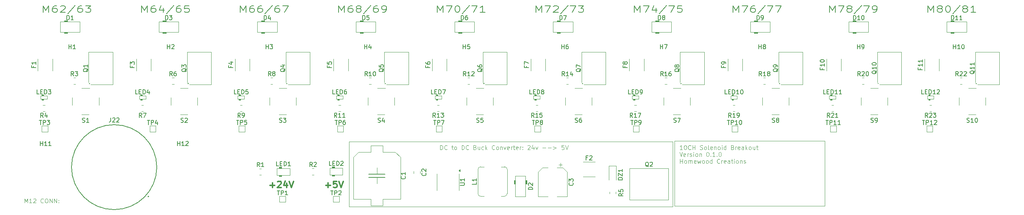
<source format=gbr>
%TF.GenerationSoftware,KiCad,Pcbnew,9.0.0*%
%TF.CreationDate,2025-04-14T19:02:10-07:00*%
%TF.ProjectId,solenoid_10,736f6c65-6e6f-4696-945f-31302e6b6963,rev?*%
%TF.SameCoordinates,Original*%
%TF.FileFunction,Legend,Top*%
%TF.FilePolarity,Positive*%
%FSLAX46Y46*%
G04 Gerber Fmt 4.6, Leading zero omitted, Abs format (unit mm)*
G04 Created by KiCad (PCBNEW 9.0.0) date 2025-04-14 19:02:10*
%MOMM*%
%LPD*%
G01*
G04 APERTURE LIST*
%ADD10C,0.100000*%
%ADD11C,0.187500*%
%ADD12C,0.300000*%
%ADD13C,0.150000*%
%ADD14C,0.120000*%
%ADD15C,0.200000*%
%ADD16C,0.127000*%
G04 APERTURE END LIST*
D10*
X184800000Y-97000000D02*
X260300000Y-97000000D01*
X260300000Y-112250000D01*
X184800000Y-112250000D01*
X184800000Y-97000000D01*
X109103884Y-111372419D02*
X109103884Y-110372419D01*
X109103884Y-110372419D02*
X109437217Y-111086704D01*
X109437217Y-111086704D02*
X109770550Y-110372419D01*
X109770550Y-110372419D02*
X109770550Y-111372419D01*
X110770550Y-111372419D02*
X110199122Y-111372419D01*
X110484836Y-111372419D02*
X110484836Y-110372419D01*
X110484836Y-110372419D02*
X110389598Y-110515276D01*
X110389598Y-110515276D02*
X110294360Y-110610514D01*
X110294360Y-110610514D02*
X110199122Y-110658133D01*
X111151503Y-110467657D02*
X111199122Y-110420038D01*
X111199122Y-110420038D02*
X111294360Y-110372419D01*
X111294360Y-110372419D02*
X111532455Y-110372419D01*
X111532455Y-110372419D02*
X111627693Y-110420038D01*
X111627693Y-110420038D02*
X111675312Y-110467657D01*
X111675312Y-110467657D02*
X111722931Y-110562895D01*
X111722931Y-110562895D02*
X111722931Y-110658133D01*
X111722931Y-110658133D02*
X111675312Y-110800990D01*
X111675312Y-110800990D02*
X111103884Y-111372419D01*
X111103884Y-111372419D02*
X111722931Y-111372419D01*
X113484836Y-111277180D02*
X113437217Y-111324800D01*
X113437217Y-111324800D02*
X113294360Y-111372419D01*
X113294360Y-111372419D02*
X113199122Y-111372419D01*
X113199122Y-111372419D02*
X113056265Y-111324800D01*
X113056265Y-111324800D02*
X112961027Y-111229561D01*
X112961027Y-111229561D02*
X112913408Y-111134323D01*
X112913408Y-111134323D02*
X112865789Y-110943847D01*
X112865789Y-110943847D02*
X112865789Y-110800990D01*
X112865789Y-110800990D02*
X112913408Y-110610514D01*
X112913408Y-110610514D02*
X112961027Y-110515276D01*
X112961027Y-110515276D02*
X113056265Y-110420038D01*
X113056265Y-110420038D02*
X113199122Y-110372419D01*
X113199122Y-110372419D02*
X113294360Y-110372419D01*
X113294360Y-110372419D02*
X113437217Y-110420038D01*
X113437217Y-110420038D02*
X113484836Y-110467657D01*
X114103884Y-110372419D02*
X114294360Y-110372419D01*
X114294360Y-110372419D02*
X114389598Y-110420038D01*
X114389598Y-110420038D02*
X114484836Y-110515276D01*
X114484836Y-110515276D02*
X114532455Y-110705752D01*
X114532455Y-110705752D02*
X114532455Y-111039085D01*
X114532455Y-111039085D02*
X114484836Y-111229561D01*
X114484836Y-111229561D02*
X114389598Y-111324800D01*
X114389598Y-111324800D02*
X114294360Y-111372419D01*
X114294360Y-111372419D02*
X114103884Y-111372419D01*
X114103884Y-111372419D02*
X114008646Y-111324800D01*
X114008646Y-111324800D02*
X113913408Y-111229561D01*
X113913408Y-111229561D02*
X113865789Y-111039085D01*
X113865789Y-111039085D02*
X113865789Y-110705752D01*
X113865789Y-110705752D02*
X113913408Y-110515276D01*
X113913408Y-110515276D02*
X114008646Y-110420038D01*
X114008646Y-110420038D02*
X114103884Y-110372419D01*
X114961027Y-111372419D02*
X114961027Y-110372419D01*
X114961027Y-110372419D02*
X115532455Y-111372419D01*
X115532455Y-111372419D02*
X115532455Y-110372419D01*
X116008646Y-111372419D02*
X116008646Y-110372419D01*
X116008646Y-110372419D02*
X116580074Y-111372419D01*
X116580074Y-111372419D02*
X116580074Y-110372419D01*
X117056265Y-111277180D02*
X117103884Y-111324800D01*
X117103884Y-111324800D02*
X117056265Y-111372419D01*
X117056265Y-111372419D02*
X117008646Y-111324800D01*
X117008646Y-111324800D02*
X117056265Y-111277180D01*
X117056265Y-111277180D02*
X117056265Y-111372419D01*
X117056265Y-110753371D02*
X117103884Y-110800990D01*
X117103884Y-110800990D02*
X117056265Y-110848609D01*
X117056265Y-110848609D02*
X117008646Y-110800990D01*
X117008646Y-110800990D02*
X117056265Y-110753371D01*
X117056265Y-110753371D02*
X117056265Y-110848609D01*
D11*
X182399545Y-66684178D02*
X182399545Y-65184178D01*
X182399545Y-65184178D02*
X183066212Y-66255607D01*
X183066212Y-66255607D02*
X183732878Y-65184178D01*
X183732878Y-65184178D02*
X183732878Y-66684178D01*
X185542402Y-65184178D02*
X185161449Y-65184178D01*
X185161449Y-65184178D02*
X184970973Y-65255607D01*
X184970973Y-65255607D02*
X184875735Y-65327035D01*
X184875735Y-65327035D02*
X184685259Y-65541321D01*
X184685259Y-65541321D02*
X184590021Y-65827035D01*
X184590021Y-65827035D02*
X184590021Y-66398464D01*
X184590021Y-66398464D02*
X184685259Y-66541321D01*
X184685259Y-66541321D02*
X184780497Y-66612750D01*
X184780497Y-66612750D02*
X184970973Y-66684178D01*
X184970973Y-66684178D02*
X185351926Y-66684178D01*
X185351926Y-66684178D02*
X185542402Y-66612750D01*
X185542402Y-66612750D02*
X185637640Y-66541321D01*
X185637640Y-66541321D02*
X185732878Y-66398464D01*
X185732878Y-66398464D02*
X185732878Y-66041321D01*
X185732878Y-66041321D02*
X185637640Y-65898464D01*
X185637640Y-65898464D02*
X185542402Y-65827035D01*
X185542402Y-65827035D02*
X185351926Y-65755607D01*
X185351926Y-65755607D02*
X184970973Y-65755607D01*
X184970973Y-65755607D02*
X184780497Y-65827035D01*
X184780497Y-65827035D02*
X184685259Y-65898464D01*
X184685259Y-65898464D02*
X184590021Y-66041321D01*
X186875735Y-65827035D02*
X186685259Y-65755607D01*
X186685259Y-65755607D02*
X186590021Y-65684178D01*
X186590021Y-65684178D02*
X186494783Y-65541321D01*
X186494783Y-65541321D02*
X186494783Y-65469892D01*
X186494783Y-65469892D02*
X186590021Y-65327035D01*
X186590021Y-65327035D02*
X186685259Y-65255607D01*
X186685259Y-65255607D02*
X186875735Y-65184178D01*
X186875735Y-65184178D02*
X187256688Y-65184178D01*
X187256688Y-65184178D02*
X187447164Y-65255607D01*
X187447164Y-65255607D02*
X187542402Y-65327035D01*
X187542402Y-65327035D02*
X187637640Y-65469892D01*
X187637640Y-65469892D02*
X187637640Y-65541321D01*
X187637640Y-65541321D02*
X187542402Y-65684178D01*
X187542402Y-65684178D02*
X187447164Y-65755607D01*
X187447164Y-65755607D02*
X187256688Y-65827035D01*
X187256688Y-65827035D02*
X186875735Y-65827035D01*
X186875735Y-65827035D02*
X186685259Y-65898464D01*
X186685259Y-65898464D02*
X186590021Y-65969892D01*
X186590021Y-65969892D02*
X186494783Y-66112750D01*
X186494783Y-66112750D02*
X186494783Y-66398464D01*
X186494783Y-66398464D02*
X186590021Y-66541321D01*
X186590021Y-66541321D02*
X186685259Y-66612750D01*
X186685259Y-66612750D02*
X186875735Y-66684178D01*
X186875735Y-66684178D02*
X187256688Y-66684178D01*
X187256688Y-66684178D02*
X187447164Y-66612750D01*
X187447164Y-66612750D02*
X187542402Y-66541321D01*
X187542402Y-66541321D02*
X187637640Y-66398464D01*
X187637640Y-66398464D02*
X187637640Y-66112750D01*
X187637640Y-66112750D02*
X187542402Y-65969892D01*
X187542402Y-65969892D02*
X187447164Y-65898464D01*
X187447164Y-65898464D02*
X187256688Y-65827035D01*
X189923354Y-65112750D02*
X188209069Y-67041321D01*
X191447164Y-65184178D02*
X191066211Y-65184178D01*
X191066211Y-65184178D02*
X190875735Y-65255607D01*
X190875735Y-65255607D02*
X190780497Y-65327035D01*
X190780497Y-65327035D02*
X190590021Y-65541321D01*
X190590021Y-65541321D02*
X190494783Y-65827035D01*
X190494783Y-65827035D02*
X190494783Y-66398464D01*
X190494783Y-66398464D02*
X190590021Y-66541321D01*
X190590021Y-66541321D02*
X190685259Y-66612750D01*
X190685259Y-66612750D02*
X190875735Y-66684178D01*
X190875735Y-66684178D02*
X191256688Y-66684178D01*
X191256688Y-66684178D02*
X191447164Y-66612750D01*
X191447164Y-66612750D02*
X191542402Y-66541321D01*
X191542402Y-66541321D02*
X191637640Y-66398464D01*
X191637640Y-66398464D02*
X191637640Y-66041321D01*
X191637640Y-66041321D02*
X191542402Y-65898464D01*
X191542402Y-65898464D02*
X191447164Y-65827035D01*
X191447164Y-65827035D02*
X191256688Y-65755607D01*
X191256688Y-65755607D02*
X190875735Y-65755607D01*
X190875735Y-65755607D02*
X190685259Y-65827035D01*
X190685259Y-65827035D02*
X190590021Y-65898464D01*
X190590021Y-65898464D02*
X190494783Y-66041321D01*
X192590021Y-66684178D02*
X192970973Y-66684178D01*
X192970973Y-66684178D02*
X193161450Y-66612750D01*
X193161450Y-66612750D02*
X193256688Y-66541321D01*
X193256688Y-66541321D02*
X193447164Y-66327035D01*
X193447164Y-66327035D02*
X193542402Y-66041321D01*
X193542402Y-66041321D02*
X193542402Y-65469892D01*
X193542402Y-65469892D02*
X193447164Y-65327035D01*
X193447164Y-65327035D02*
X193351926Y-65255607D01*
X193351926Y-65255607D02*
X193161450Y-65184178D01*
X193161450Y-65184178D02*
X192780497Y-65184178D01*
X192780497Y-65184178D02*
X192590021Y-65255607D01*
X192590021Y-65255607D02*
X192494783Y-65327035D01*
X192494783Y-65327035D02*
X192399545Y-65469892D01*
X192399545Y-65469892D02*
X192399545Y-65827035D01*
X192399545Y-65827035D02*
X192494783Y-65969892D01*
X192494783Y-65969892D02*
X192590021Y-66041321D01*
X192590021Y-66041321D02*
X192780497Y-66112750D01*
X192780497Y-66112750D02*
X193161450Y-66112750D01*
X193161450Y-66112750D02*
X193351926Y-66041321D01*
X193351926Y-66041321D02*
X193447164Y-65969892D01*
X193447164Y-65969892D02*
X193542402Y-65827035D01*
X136399545Y-66684178D02*
X136399545Y-65184178D01*
X136399545Y-65184178D02*
X137066212Y-66255607D01*
X137066212Y-66255607D02*
X137732878Y-65184178D01*
X137732878Y-65184178D02*
X137732878Y-66684178D01*
X139542402Y-65184178D02*
X139161449Y-65184178D01*
X139161449Y-65184178D02*
X138970973Y-65255607D01*
X138970973Y-65255607D02*
X138875735Y-65327035D01*
X138875735Y-65327035D02*
X138685259Y-65541321D01*
X138685259Y-65541321D02*
X138590021Y-65827035D01*
X138590021Y-65827035D02*
X138590021Y-66398464D01*
X138590021Y-66398464D02*
X138685259Y-66541321D01*
X138685259Y-66541321D02*
X138780497Y-66612750D01*
X138780497Y-66612750D02*
X138970973Y-66684178D01*
X138970973Y-66684178D02*
X139351926Y-66684178D01*
X139351926Y-66684178D02*
X139542402Y-66612750D01*
X139542402Y-66612750D02*
X139637640Y-66541321D01*
X139637640Y-66541321D02*
X139732878Y-66398464D01*
X139732878Y-66398464D02*
X139732878Y-66041321D01*
X139732878Y-66041321D02*
X139637640Y-65898464D01*
X139637640Y-65898464D02*
X139542402Y-65827035D01*
X139542402Y-65827035D02*
X139351926Y-65755607D01*
X139351926Y-65755607D02*
X138970973Y-65755607D01*
X138970973Y-65755607D02*
X138780497Y-65827035D01*
X138780497Y-65827035D02*
X138685259Y-65898464D01*
X138685259Y-65898464D02*
X138590021Y-66041321D01*
X141447164Y-65684178D02*
X141447164Y-66684178D01*
X140970973Y-65112750D02*
X140494783Y-66184178D01*
X140494783Y-66184178D02*
X141732878Y-66184178D01*
X143923354Y-65112750D02*
X142209069Y-67041321D01*
X145447164Y-65184178D02*
X145066211Y-65184178D01*
X145066211Y-65184178D02*
X144875735Y-65255607D01*
X144875735Y-65255607D02*
X144780497Y-65327035D01*
X144780497Y-65327035D02*
X144590021Y-65541321D01*
X144590021Y-65541321D02*
X144494783Y-65827035D01*
X144494783Y-65827035D02*
X144494783Y-66398464D01*
X144494783Y-66398464D02*
X144590021Y-66541321D01*
X144590021Y-66541321D02*
X144685259Y-66612750D01*
X144685259Y-66612750D02*
X144875735Y-66684178D01*
X144875735Y-66684178D02*
X145256688Y-66684178D01*
X145256688Y-66684178D02*
X145447164Y-66612750D01*
X145447164Y-66612750D02*
X145542402Y-66541321D01*
X145542402Y-66541321D02*
X145637640Y-66398464D01*
X145637640Y-66398464D02*
X145637640Y-66041321D01*
X145637640Y-66041321D02*
X145542402Y-65898464D01*
X145542402Y-65898464D02*
X145447164Y-65827035D01*
X145447164Y-65827035D02*
X145256688Y-65755607D01*
X145256688Y-65755607D02*
X144875735Y-65755607D01*
X144875735Y-65755607D02*
X144685259Y-65827035D01*
X144685259Y-65827035D02*
X144590021Y-65898464D01*
X144590021Y-65898464D02*
X144494783Y-66041321D01*
X147447164Y-65184178D02*
X146494783Y-65184178D01*
X146494783Y-65184178D02*
X146399545Y-65898464D01*
X146399545Y-65898464D02*
X146494783Y-65827035D01*
X146494783Y-65827035D02*
X146685259Y-65755607D01*
X146685259Y-65755607D02*
X147161450Y-65755607D01*
X147161450Y-65755607D02*
X147351926Y-65827035D01*
X147351926Y-65827035D02*
X147447164Y-65898464D01*
X147447164Y-65898464D02*
X147542402Y-66041321D01*
X147542402Y-66041321D02*
X147542402Y-66398464D01*
X147542402Y-66398464D02*
X147447164Y-66541321D01*
X147447164Y-66541321D02*
X147351926Y-66612750D01*
X147351926Y-66612750D02*
X147161450Y-66684178D01*
X147161450Y-66684178D02*
X146685259Y-66684178D01*
X146685259Y-66684178D02*
X146494783Y-66612750D01*
X146494783Y-66612750D02*
X146399545Y-66541321D01*
X296899545Y-66684178D02*
X296899545Y-65184178D01*
X296899545Y-65184178D02*
X297566212Y-66255607D01*
X297566212Y-66255607D02*
X298232878Y-65184178D01*
X298232878Y-65184178D02*
X298232878Y-66684178D01*
X298994783Y-65184178D02*
X300328116Y-65184178D01*
X300328116Y-65184178D02*
X299470973Y-66684178D01*
X301375735Y-65827035D02*
X301185259Y-65755607D01*
X301185259Y-65755607D02*
X301090021Y-65684178D01*
X301090021Y-65684178D02*
X300994783Y-65541321D01*
X300994783Y-65541321D02*
X300994783Y-65469892D01*
X300994783Y-65469892D02*
X301090021Y-65327035D01*
X301090021Y-65327035D02*
X301185259Y-65255607D01*
X301185259Y-65255607D02*
X301375735Y-65184178D01*
X301375735Y-65184178D02*
X301756688Y-65184178D01*
X301756688Y-65184178D02*
X301947164Y-65255607D01*
X301947164Y-65255607D02*
X302042402Y-65327035D01*
X302042402Y-65327035D02*
X302137640Y-65469892D01*
X302137640Y-65469892D02*
X302137640Y-65541321D01*
X302137640Y-65541321D02*
X302042402Y-65684178D01*
X302042402Y-65684178D02*
X301947164Y-65755607D01*
X301947164Y-65755607D02*
X301756688Y-65827035D01*
X301756688Y-65827035D02*
X301375735Y-65827035D01*
X301375735Y-65827035D02*
X301185259Y-65898464D01*
X301185259Y-65898464D02*
X301090021Y-65969892D01*
X301090021Y-65969892D02*
X300994783Y-66112750D01*
X300994783Y-66112750D02*
X300994783Y-66398464D01*
X300994783Y-66398464D02*
X301090021Y-66541321D01*
X301090021Y-66541321D02*
X301185259Y-66612750D01*
X301185259Y-66612750D02*
X301375735Y-66684178D01*
X301375735Y-66684178D02*
X301756688Y-66684178D01*
X301756688Y-66684178D02*
X301947164Y-66612750D01*
X301947164Y-66612750D02*
X302042402Y-66541321D01*
X302042402Y-66541321D02*
X302137640Y-66398464D01*
X302137640Y-66398464D02*
X302137640Y-66112750D01*
X302137640Y-66112750D02*
X302042402Y-65969892D01*
X302042402Y-65969892D02*
X301947164Y-65898464D01*
X301947164Y-65898464D02*
X301756688Y-65827035D01*
X304423354Y-65112750D02*
X302709069Y-67041321D01*
X304899545Y-65184178D02*
X306232878Y-65184178D01*
X306232878Y-65184178D02*
X305375735Y-66684178D01*
X307090021Y-66684178D02*
X307470973Y-66684178D01*
X307470973Y-66684178D02*
X307661450Y-66612750D01*
X307661450Y-66612750D02*
X307756688Y-66541321D01*
X307756688Y-66541321D02*
X307947164Y-66327035D01*
X307947164Y-66327035D02*
X308042402Y-66041321D01*
X308042402Y-66041321D02*
X308042402Y-65469892D01*
X308042402Y-65469892D02*
X307947164Y-65327035D01*
X307947164Y-65327035D02*
X307851926Y-65255607D01*
X307851926Y-65255607D02*
X307661450Y-65184178D01*
X307661450Y-65184178D02*
X307280497Y-65184178D01*
X307280497Y-65184178D02*
X307090021Y-65255607D01*
X307090021Y-65255607D02*
X306994783Y-65327035D01*
X306994783Y-65327035D02*
X306899545Y-65469892D01*
X306899545Y-65469892D02*
X306899545Y-65827035D01*
X306899545Y-65827035D02*
X306994783Y-65969892D01*
X306994783Y-65969892D02*
X307090021Y-66041321D01*
X307090021Y-66041321D02*
X307280497Y-66112750D01*
X307280497Y-66112750D02*
X307661450Y-66112750D01*
X307661450Y-66112750D02*
X307851926Y-66041321D01*
X307851926Y-66041321D02*
X307947164Y-65969892D01*
X307947164Y-65969892D02*
X308042402Y-65827035D01*
X205399545Y-66684178D02*
X205399545Y-65184178D01*
X205399545Y-65184178D02*
X206066212Y-66255607D01*
X206066212Y-66255607D02*
X206732878Y-65184178D01*
X206732878Y-65184178D02*
X206732878Y-66684178D01*
X207494783Y-65184178D02*
X208828116Y-65184178D01*
X208828116Y-65184178D02*
X207970973Y-66684178D01*
X209970973Y-65184178D02*
X210161450Y-65184178D01*
X210161450Y-65184178D02*
X210351926Y-65255607D01*
X210351926Y-65255607D02*
X210447164Y-65327035D01*
X210447164Y-65327035D02*
X210542402Y-65469892D01*
X210542402Y-65469892D02*
X210637640Y-65755607D01*
X210637640Y-65755607D02*
X210637640Y-66112750D01*
X210637640Y-66112750D02*
X210542402Y-66398464D01*
X210542402Y-66398464D02*
X210447164Y-66541321D01*
X210447164Y-66541321D02*
X210351926Y-66612750D01*
X210351926Y-66612750D02*
X210161450Y-66684178D01*
X210161450Y-66684178D02*
X209970973Y-66684178D01*
X209970973Y-66684178D02*
X209780497Y-66612750D01*
X209780497Y-66612750D02*
X209685259Y-66541321D01*
X209685259Y-66541321D02*
X209590021Y-66398464D01*
X209590021Y-66398464D02*
X209494783Y-66112750D01*
X209494783Y-66112750D02*
X209494783Y-65755607D01*
X209494783Y-65755607D02*
X209590021Y-65469892D01*
X209590021Y-65469892D02*
X209685259Y-65327035D01*
X209685259Y-65327035D02*
X209780497Y-65255607D01*
X209780497Y-65255607D02*
X209970973Y-65184178D01*
X212923354Y-65112750D02*
X211209069Y-67041321D01*
X213399545Y-65184178D02*
X214732878Y-65184178D01*
X214732878Y-65184178D02*
X213875735Y-66684178D01*
X216542402Y-66684178D02*
X215399545Y-66684178D01*
X215970973Y-66684178D02*
X215970973Y-65184178D01*
X215970973Y-65184178D02*
X215780497Y-65398464D01*
X215780497Y-65398464D02*
X215590021Y-65541321D01*
X215590021Y-65541321D02*
X215399545Y-65612750D01*
X319899545Y-66684178D02*
X319899545Y-65184178D01*
X319899545Y-65184178D02*
X320566212Y-66255607D01*
X320566212Y-66255607D02*
X321232878Y-65184178D01*
X321232878Y-65184178D02*
X321232878Y-66684178D01*
X322470973Y-65827035D02*
X322280497Y-65755607D01*
X322280497Y-65755607D02*
X322185259Y-65684178D01*
X322185259Y-65684178D02*
X322090021Y-65541321D01*
X322090021Y-65541321D02*
X322090021Y-65469892D01*
X322090021Y-65469892D02*
X322185259Y-65327035D01*
X322185259Y-65327035D02*
X322280497Y-65255607D01*
X322280497Y-65255607D02*
X322470973Y-65184178D01*
X322470973Y-65184178D02*
X322851926Y-65184178D01*
X322851926Y-65184178D02*
X323042402Y-65255607D01*
X323042402Y-65255607D02*
X323137640Y-65327035D01*
X323137640Y-65327035D02*
X323232878Y-65469892D01*
X323232878Y-65469892D02*
X323232878Y-65541321D01*
X323232878Y-65541321D02*
X323137640Y-65684178D01*
X323137640Y-65684178D02*
X323042402Y-65755607D01*
X323042402Y-65755607D02*
X322851926Y-65827035D01*
X322851926Y-65827035D02*
X322470973Y-65827035D01*
X322470973Y-65827035D02*
X322280497Y-65898464D01*
X322280497Y-65898464D02*
X322185259Y-65969892D01*
X322185259Y-65969892D02*
X322090021Y-66112750D01*
X322090021Y-66112750D02*
X322090021Y-66398464D01*
X322090021Y-66398464D02*
X322185259Y-66541321D01*
X322185259Y-66541321D02*
X322280497Y-66612750D01*
X322280497Y-66612750D02*
X322470973Y-66684178D01*
X322470973Y-66684178D02*
X322851926Y-66684178D01*
X322851926Y-66684178D02*
X323042402Y-66612750D01*
X323042402Y-66612750D02*
X323137640Y-66541321D01*
X323137640Y-66541321D02*
X323232878Y-66398464D01*
X323232878Y-66398464D02*
X323232878Y-66112750D01*
X323232878Y-66112750D02*
X323137640Y-65969892D01*
X323137640Y-65969892D02*
X323042402Y-65898464D01*
X323042402Y-65898464D02*
X322851926Y-65827035D01*
X324470973Y-65184178D02*
X324661450Y-65184178D01*
X324661450Y-65184178D02*
X324851926Y-65255607D01*
X324851926Y-65255607D02*
X324947164Y-65327035D01*
X324947164Y-65327035D02*
X325042402Y-65469892D01*
X325042402Y-65469892D02*
X325137640Y-65755607D01*
X325137640Y-65755607D02*
X325137640Y-66112750D01*
X325137640Y-66112750D02*
X325042402Y-66398464D01*
X325042402Y-66398464D02*
X324947164Y-66541321D01*
X324947164Y-66541321D02*
X324851926Y-66612750D01*
X324851926Y-66612750D02*
X324661450Y-66684178D01*
X324661450Y-66684178D02*
X324470973Y-66684178D01*
X324470973Y-66684178D02*
X324280497Y-66612750D01*
X324280497Y-66612750D02*
X324185259Y-66541321D01*
X324185259Y-66541321D02*
X324090021Y-66398464D01*
X324090021Y-66398464D02*
X323994783Y-66112750D01*
X323994783Y-66112750D02*
X323994783Y-65755607D01*
X323994783Y-65755607D02*
X324090021Y-65469892D01*
X324090021Y-65469892D02*
X324185259Y-65327035D01*
X324185259Y-65327035D02*
X324280497Y-65255607D01*
X324280497Y-65255607D02*
X324470973Y-65184178D01*
X327423354Y-65112750D02*
X325709069Y-67041321D01*
X328375735Y-65827035D02*
X328185259Y-65755607D01*
X328185259Y-65755607D02*
X328090021Y-65684178D01*
X328090021Y-65684178D02*
X327994783Y-65541321D01*
X327994783Y-65541321D02*
X327994783Y-65469892D01*
X327994783Y-65469892D02*
X328090021Y-65327035D01*
X328090021Y-65327035D02*
X328185259Y-65255607D01*
X328185259Y-65255607D02*
X328375735Y-65184178D01*
X328375735Y-65184178D02*
X328756688Y-65184178D01*
X328756688Y-65184178D02*
X328947164Y-65255607D01*
X328947164Y-65255607D02*
X329042402Y-65327035D01*
X329042402Y-65327035D02*
X329137640Y-65469892D01*
X329137640Y-65469892D02*
X329137640Y-65541321D01*
X329137640Y-65541321D02*
X329042402Y-65684178D01*
X329042402Y-65684178D02*
X328947164Y-65755607D01*
X328947164Y-65755607D02*
X328756688Y-65827035D01*
X328756688Y-65827035D02*
X328375735Y-65827035D01*
X328375735Y-65827035D02*
X328185259Y-65898464D01*
X328185259Y-65898464D02*
X328090021Y-65969892D01*
X328090021Y-65969892D02*
X327994783Y-66112750D01*
X327994783Y-66112750D02*
X327994783Y-66398464D01*
X327994783Y-66398464D02*
X328090021Y-66541321D01*
X328090021Y-66541321D02*
X328185259Y-66612750D01*
X328185259Y-66612750D02*
X328375735Y-66684178D01*
X328375735Y-66684178D02*
X328756688Y-66684178D01*
X328756688Y-66684178D02*
X328947164Y-66612750D01*
X328947164Y-66612750D02*
X329042402Y-66541321D01*
X329042402Y-66541321D02*
X329137640Y-66398464D01*
X329137640Y-66398464D02*
X329137640Y-66112750D01*
X329137640Y-66112750D02*
X329042402Y-65969892D01*
X329042402Y-65969892D02*
X328947164Y-65898464D01*
X328947164Y-65898464D02*
X328756688Y-65827035D01*
X331042402Y-66684178D02*
X329899545Y-66684178D01*
X330470973Y-66684178D02*
X330470973Y-65184178D01*
X330470973Y-65184178D02*
X330280497Y-65398464D01*
X330280497Y-65398464D02*
X330090021Y-65541321D01*
X330090021Y-65541321D02*
X329899545Y-65612750D01*
X251399545Y-66684178D02*
X251399545Y-65184178D01*
X251399545Y-65184178D02*
X252066212Y-66255607D01*
X252066212Y-66255607D02*
X252732878Y-65184178D01*
X252732878Y-65184178D02*
X252732878Y-66684178D01*
X253494783Y-65184178D02*
X254828116Y-65184178D01*
X254828116Y-65184178D02*
X253970973Y-66684178D01*
X256447164Y-65684178D02*
X256447164Y-66684178D01*
X255970973Y-65112750D02*
X255494783Y-66184178D01*
X255494783Y-66184178D02*
X256732878Y-66184178D01*
X258923354Y-65112750D02*
X257209069Y-67041321D01*
X259399545Y-65184178D02*
X260732878Y-65184178D01*
X260732878Y-65184178D02*
X259875735Y-66684178D01*
X262447164Y-65184178D02*
X261494783Y-65184178D01*
X261494783Y-65184178D02*
X261399545Y-65898464D01*
X261399545Y-65898464D02*
X261494783Y-65827035D01*
X261494783Y-65827035D02*
X261685259Y-65755607D01*
X261685259Y-65755607D02*
X262161450Y-65755607D01*
X262161450Y-65755607D02*
X262351926Y-65827035D01*
X262351926Y-65827035D02*
X262447164Y-65898464D01*
X262447164Y-65898464D02*
X262542402Y-66041321D01*
X262542402Y-66041321D02*
X262542402Y-66398464D01*
X262542402Y-66398464D02*
X262447164Y-66541321D01*
X262447164Y-66541321D02*
X262351926Y-66612750D01*
X262351926Y-66612750D02*
X262161450Y-66684178D01*
X262161450Y-66684178D02*
X261685259Y-66684178D01*
X261685259Y-66684178D02*
X261494783Y-66612750D01*
X261494783Y-66612750D02*
X261399545Y-66541321D01*
X159399545Y-66684178D02*
X159399545Y-65184178D01*
X159399545Y-65184178D02*
X160066212Y-66255607D01*
X160066212Y-66255607D02*
X160732878Y-65184178D01*
X160732878Y-65184178D02*
X160732878Y-66684178D01*
X162542402Y-65184178D02*
X162161449Y-65184178D01*
X162161449Y-65184178D02*
X161970973Y-65255607D01*
X161970973Y-65255607D02*
X161875735Y-65327035D01*
X161875735Y-65327035D02*
X161685259Y-65541321D01*
X161685259Y-65541321D02*
X161590021Y-65827035D01*
X161590021Y-65827035D02*
X161590021Y-66398464D01*
X161590021Y-66398464D02*
X161685259Y-66541321D01*
X161685259Y-66541321D02*
X161780497Y-66612750D01*
X161780497Y-66612750D02*
X161970973Y-66684178D01*
X161970973Y-66684178D02*
X162351926Y-66684178D01*
X162351926Y-66684178D02*
X162542402Y-66612750D01*
X162542402Y-66612750D02*
X162637640Y-66541321D01*
X162637640Y-66541321D02*
X162732878Y-66398464D01*
X162732878Y-66398464D02*
X162732878Y-66041321D01*
X162732878Y-66041321D02*
X162637640Y-65898464D01*
X162637640Y-65898464D02*
X162542402Y-65827035D01*
X162542402Y-65827035D02*
X162351926Y-65755607D01*
X162351926Y-65755607D02*
X161970973Y-65755607D01*
X161970973Y-65755607D02*
X161780497Y-65827035D01*
X161780497Y-65827035D02*
X161685259Y-65898464D01*
X161685259Y-65898464D02*
X161590021Y-66041321D01*
X164447164Y-65184178D02*
X164066211Y-65184178D01*
X164066211Y-65184178D02*
X163875735Y-65255607D01*
X163875735Y-65255607D02*
X163780497Y-65327035D01*
X163780497Y-65327035D02*
X163590021Y-65541321D01*
X163590021Y-65541321D02*
X163494783Y-65827035D01*
X163494783Y-65827035D02*
X163494783Y-66398464D01*
X163494783Y-66398464D02*
X163590021Y-66541321D01*
X163590021Y-66541321D02*
X163685259Y-66612750D01*
X163685259Y-66612750D02*
X163875735Y-66684178D01*
X163875735Y-66684178D02*
X164256688Y-66684178D01*
X164256688Y-66684178D02*
X164447164Y-66612750D01*
X164447164Y-66612750D02*
X164542402Y-66541321D01*
X164542402Y-66541321D02*
X164637640Y-66398464D01*
X164637640Y-66398464D02*
X164637640Y-66041321D01*
X164637640Y-66041321D02*
X164542402Y-65898464D01*
X164542402Y-65898464D02*
X164447164Y-65827035D01*
X164447164Y-65827035D02*
X164256688Y-65755607D01*
X164256688Y-65755607D02*
X163875735Y-65755607D01*
X163875735Y-65755607D02*
X163685259Y-65827035D01*
X163685259Y-65827035D02*
X163590021Y-65898464D01*
X163590021Y-65898464D02*
X163494783Y-66041321D01*
X166923354Y-65112750D02*
X165209069Y-67041321D01*
X168447164Y-65184178D02*
X168066211Y-65184178D01*
X168066211Y-65184178D02*
X167875735Y-65255607D01*
X167875735Y-65255607D02*
X167780497Y-65327035D01*
X167780497Y-65327035D02*
X167590021Y-65541321D01*
X167590021Y-65541321D02*
X167494783Y-65827035D01*
X167494783Y-65827035D02*
X167494783Y-66398464D01*
X167494783Y-66398464D02*
X167590021Y-66541321D01*
X167590021Y-66541321D02*
X167685259Y-66612750D01*
X167685259Y-66612750D02*
X167875735Y-66684178D01*
X167875735Y-66684178D02*
X168256688Y-66684178D01*
X168256688Y-66684178D02*
X168447164Y-66612750D01*
X168447164Y-66612750D02*
X168542402Y-66541321D01*
X168542402Y-66541321D02*
X168637640Y-66398464D01*
X168637640Y-66398464D02*
X168637640Y-66041321D01*
X168637640Y-66041321D02*
X168542402Y-65898464D01*
X168542402Y-65898464D02*
X168447164Y-65827035D01*
X168447164Y-65827035D02*
X168256688Y-65755607D01*
X168256688Y-65755607D02*
X167875735Y-65755607D01*
X167875735Y-65755607D02*
X167685259Y-65827035D01*
X167685259Y-65827035D02*
X167590021Y-65898464D01*
X167590021Y-65898464D02*
X167494783Y-66041321D01*
X169304307Y-65184178D02*
X170637640Y-65184178D01*
X170637640Y-65184178D02*
X169780497Y-66684178D01*
D10*
X206103884Y-98872419D02*
X206103884Y-97872419D01*
X206103884Y-97872419D02*
X206341979Y-97872419D01*
X206341979Y-97872419D02*
X206484836Y-97920038D01*
X206484836Y-97920038D02*
X206580074Y-98015276D01*
X206580074Y-98015276D02*
X206627693Y-98110514D01*
X206627693Y-98110514D02*
X206675312Y-98300990D01*
X206675312Y-98300990D02*
X206675312Y-98443847D01*
X206675312Y-98443847D02*
X206627693Y-98634323D01*
X206627693Y-98634323D02*
X206580074Y-98729561D01*
X206580074Y-98729561D02*
X206484836Y-98824800D01*
X206484836Y-98824800D02*
X206341979Y-98872419D01*
X206341979Y-98872419D02*
X206103884Y-98872419D01*
X207675312Y-98777180D02*
X207627693Y-98824800D01*
X207627693Y-98824800D02*
X207484836Y-98872419D01*
X207484836Y-98872419D02*
X207389598Y-98872419D01*
X207389598Y-98872419D02*
X207246741Y-98824800D01*
X207246741Y-98824800D02*
X207151503Y-98729561D01*
X207151503Y-98729561D02*
X207103884Y-98634323D01*
X207103884Y-98634323D02*
X207056265Y-98443847D01*
X207056265Y-98443847D02*
X207056265Y-98300990D01*
X207056265Y-98300990D02*
X207103884Y-98110514D01*
X207103884Y-98110514D02*
X207151503Y-98015276D01*
X207151503Y-98015276D02*
X207246741Y-97920038D01*
X207246741Y-97920038D02*
X207389598Y-97872419D01*
X207389598Y-97872419D02*
X207484836Y-97872419D01*
X207484836Y-97872419D02*
X207627693Y-97920038D01*
X207627693Y-97920038D02*
X207675312Y-97967657D01*
X208722932Y-98205752D02*
X209103884Y-98205752D01*
X208865789Y-97872419D02*
X208865789Y-98729561D01*
X208865789Y-98729561D02*
X208913408Y-98824800D01*
X208913408Y-98824800D02*
X209008646Y-98872419D01*
X209008646Y-98872419D02*
X209103884Y-98872419D01*
X209580075Y-98872419D02*
X209484837Y-98824800D01*
X209484837Y-98824800D02*
X209437218Y-98777180D01*
X209437218Y-98777180D02*
X209389599Y-98681942D01*
X209389599Y-98681942D02*
X209389599Y-98396228D01*
X209389599Y-98396228D02*
X209437218Y-98300990D01*
X209437218Y-98300990D02*
X209484837Y-98253371D01*
X209484837Y-98253371D02*
X209580075Y-98205752D01*
X209580075Y-98205752D02*
X209722932Y-98205752D01*
X209722932Y-98205752D02*
X209818170Y-98253371D01*
X209818170Y-98253371D02*
X209865789Y-98300990D01*
X209865789Y-98300990D02*
X209913408Y-98396228D01*
X209913408Y-98396228D02*
X209913408Y-98681942D01*
X209913408Y-98681942D02*
X209865789Y-98777180D01*
X209865789Y-98777180D02*
X209818170Y-98824800D01*
X209818170Y-98824800D02*
X209722932Y-98872419D01*
X209722932Y-98872419D02*
X209580075Y-98872419D01*
X211103885Y-98872419D02*
X211103885Y-97872419D01*
X211103885Y-97872419D02*
X211341980Y-97872419D01*
X211341980Y-97872419D02*
X211484837Y-97920038D01*
X211484837Y-97920038D02*
X211580075Y-98015276D01*
X211580075Y-98015276D02*
X211627694Y-98110514D01*
X211627694Y-98110514D02*
X211675313Y-98300990D01*
X211675313Y-98300990D02*
X211675313Y-98443847D01*
X211675313Y-98443847D02*
X211627694Y-98634323D01*
X211627694Y-98634323D02*
X211580075Y-98729561D01*
X211580075Y-98729561D02*
X211484837Y-98824800D01*
X211484837Y-98824800D02*
X211341980Y-98872419D01*
X211341980Y-98872419D02*
X211103885Y-98872419D01*
X212675313Y-98777180D02*
X212627694Y-98824800D01*
X212627694Y-98824800D02*
X212484837Y-98872419D01*
X212484837Y-98872419D02*
X212389599Y-98872419D01*
X212389599Y-98872419D02*
X212246742Y-98824800D01*
X212246742Y-98824800D02*
X212151504Y-98729561D01*
X212151504Y-98729561D02*
X212103885Y-98634323D01*
X212103885Y-98634323D02*
X212056266Y-98443847D01*
X212056266Y-98443847D02*
X212056266Y-98300990D01*
X212056266Y-98300990D02*
X212103885Y-98110514D01*
X212103885Y-98110514D02*
X212151504Y-98015276D01*
X212151504Y-98015276D02*
X212246742Y-97920038D01*
X212246742Y-97920038D02*
X212389599Y-97872419D01*
X212389599Y-97872419D02*
X212484837Y-97872419D01*
X212484837Y-97872419D02*
X212627694Y-97920038D01*
X212627694Y-97920038D02*
X212675313Y-97967657D01*
X214199123Y-98348609D02*
X214341980Y-98396228D01*
X214341980Y-98396228D02*
X214389599Y-98443847D01*
X214389599Y-98443847D02*
X214437218Y-98539085D01*
X214437218Y-98539085D02*
X214437218Y-98681942D01*
X214437218Y-98681942D02*
X214389599Y-98777180D01*
X214389599Y-98777180D02*
X214341980Y-98824800D01*
X214341980Y-98824800D02*
X214246742Y-98872419D01*
X214246742Y-98872419D02*
X213865790Y-98872419D01*
X213865790Y-98872419D02*
X213865790Y-97872419D01*
X213865790Y-97872419D02*
X214199123Y-97872419D01*
X214199123Y-97872419D02*
X214294361Y-97920038D01*
X214294361Y-97920038D02*
X214341980Y-97967657D01*
X214341980Y-97967657D02*
X214389599Y-98062895D01*
X214389599Y-98062895D02*
X214389599Y-98158133D01*
X214389599Y-98158133D02*
X214341980Y-98253371D01*
X214341980Y-98253371D02*
X214294361Y-98300990D01*
X214294361Y-98300990D02*
X214199123Y-98348609D01*
X214199123Y-98348609D02*
X213865790Y-98348609D01*
X215294361Y-98205752D02*
X215294361Y-98872419D01*
X214865790Y-98205752D02*
X214865790Y-98729561D01*
X214865790Y-98729561D02*
X214913409Y-98824800D01*
X214913409Y-98824800D02*
X215008647Y-98872419D01*
X215008647Y-98872419D02*
X215151504Y-98872419D01*
X215151504Y-98872419D02*
X215246742Y-98824800D01*
X215246742Y-98824800D02*
X215294361Y-98777180D01*
X216199123Y-98824800D02*
X216103885Y-98872419D01*
X216103885Y-98872419D02*
X215913409Y-98872419D01*
X215913409Y-98872419D02*
X215818171Y-98824800D01*
X215818171Y-98824800D02*
X215770552Y-98777180D01*
X215770552Y-98777180D02*
X215722933Y-98681942D01*
X215722933Y-98681942D02*
X215722933Y-98396228D01*
X215722933Y-98396228D02*
X215770552Y-98300990D01*
X215770552Y-98300990D02*
X215818171Y-98253371D01*
X215818171Y-98253371D02*
X215913409Y-98205752D01*
X215913409Y-98205752D02*
X216103885Y-98205752D01*
X216103885Y-98205752D02*
X216199123Y-98253371D01*
X216627695Y-98872419D02*
X216627695Y-97872419D01*
X216722933Y-98491466D02*
X217008647Y-98872419D01*
X217008647Y-98205752D02*
X216627695Y-98586704D01*
X218770552Y-98777180D02*
X218722933Y-98824800D01*
X218722933Y-98824800D02*
X218580076Y-98872419D01*
X218580076Y-98872419D02*
X218484838Y-98872419D01*
X218484838Y-98872419D02*
X218341981Y-98824800D01*
X218341981Y-98824800D02*
X218246743Y-98729561D01*
X218246743Y-98729561D02*
X218199124Y-98634323D01*
X218199124Y-98634323D02*
X218151505Y-98443847D01*
X218151505Y-98443847D02*
X218151505Y-98300990D01*
X218151505Y-98300990D02*
X218199124Y-98110514D01*
X218199124Y-98110514D02*
X218246743Y-98015276D01*
X218246743Y-98015276D02*
X218341981Y-97920038D01*
X218341981Y-97920038D02*
X218484838Y-97872419D01*
X218484838Y-97872419D02*
X218580076Y-97872419D01*
X218580076Y-97872419D02*
X218722933Y-97920038D01*
X218722933Y-97920038D02*
X218770552Y-97967657D01*
X219341981Y-98872419D02*
X219246743Y-98824800D01*
X219246743Y-98824800D02*
X219199124Y-98777180D01*
X219199124Y-98777180D02*
X219151505Y-98681942D01*
X219151505Y-98681942D02*
X219151505Y-98396228D01*
X219151505Y-98396228D02*
X219199124Y-98300990D01*
X219199124Y-98300990D02*
X219246743Y-98253371D01*
X219246743Y-98253371D02*
X219341981Y-98205752D01*
X219341981Y-98205752D02*
X219484838Y-98205752D01*
X219484838Y-98205752D02*
X219580076Y-98253371D01*
X219580076Y-98253371D02*
X219627695Y-98300990D01*
X219627695Y-98300990D02*
X219675314Y-98396228D01*
X219675314Y-98396228D02*
X219675314Y-98681942D01*
X219675314Y-98681942D02*
X219627695Y-98777180D01*
X219627695Y-98777180D02*
X219580076Y-98824800D01*
X219580076Y-98824800D02*
X219484838Y-98872419D01*
X219484838Y-98872419D02*
X219341981Y-98872419D01*
X220103886Y-98205752D02*
X220103886Y-98872419D01*
X220103886Y-98300990D02*
X220151505Y-98253371D01*
X220151505Y-98253371D02*
X220246743Y-98205752D01*
X220246743Y-98205752D02*
X220389600Y-98205752D01*
X220389600Y-98205752D02*
X220484838Y-98253371D01*
X220484838Y-98253371D02*
X220532457Y-98348609D01*
X220532457Y-98348609D02*
X220532457Y-98872419D01*
X220913410Y-98205752D02*
X221151505Y-98872419D01*
X221151505Y-98872419D02*
X221389600Y-98205752D01*
X222151505Y-98824800D02*
X222056267Y-98872419D01*
X222056267Y-98872419D02*
X221865791Y-98872419D01*
X221865791Y-98872419D02*
X221770553Y-98824800D01*
X221770553Y-98824800D02*
X221722934Y-98729561D01*
X221722934Y-98729561D02*
X221722934Y-98348609D01*
X221722934Y-98348609D02*
X221770553Y-98253371D01*
X221770553Y-98253371D02*
X221865791Y-98205752D01*
X221865791Y-98205752D02*
X222056267Y-98205752D01*
X222056267Y-98205752D02*
X222151505Y-98253371D01*
X222151505Y-98253371D02*
X222199124Y-98348609D01*
X222199124Y-98348609D02*
X222199124Y-98443847D01*
X222199124Y-98443847D02*
X221722934Y-98539085D01*
X222627696Y-98872419D02*
X222627696Y-98205752D01*
X222627696Y-98396228D02*
X222675315Y-98300990D01*
X222675315Y-98300990D02*
X222722934Y-98253371D01*
X222722934Y-98253371D02*
X222818172Y-98205752D01*
X222818172Y-98205752D02*
X222913410Y-98205752D01*
X223103887Y-98205752D02*
X223484839Y-98205752D01*
X223246744Y-97872419D02*
X223246744Y-98729561D01*
X223246744Y-98729561D02*
X223294363Y-98824800D01*
X223294363Y-98824800D02*
X223389601Y-98872419D01*
X223389601Y-98872419D02*
X223484839Y-98872419D01*
X224199125Y-98824800D02*
X224103887Y-98872419D01*
X224103887Y-98872419D02*
X223913411Y-98872419D01*
X223913411Y-98872419D02*
X223818173Y-98824800D01*
X223818173Y-98824800D02*
X223770554Y-98729561D01*
X223770554Y-98729561D02*
X223770554Y-98348609D01*
X223770554Y-98348609D02*
X223818173Y-98253371D01*
X223818173Y-98253371D02*
X223913411Y-98205752D01*
X223913411Y-98205752D02*
X224103887Y-98205752D01*
X224103887Y-98205752D02*
X224199125Y-98253371D01*
X224199125Y-98253371D02*
X224246744Y-98348609D01*
X224246744Y-98348609D02*
X224246744Y-98443847D01*
X224246744Y-98443847D02*
X223770554Y-98539085D01*
X224675316Y-98872419D02*
X224675316Y-98205752D01*
X224675316Y-98396228D02*
X224722935Y-98300990D01*
X224722935Y-98300990D02*
X224770554Y-98253371D01*
X224770554Y-98253371D02*
X224865792Y-98205752D01*
X224865792Y-98205752D02*
X224961030Y-98205752D01*
X225294364Y-98777180D02*
X225341983Y-98824800D01*
X225341983Y-98824800D02*
X225294364Y-98872419D01*
X225294364Y-98872419D02*
X225246745Y-98824800D01*
X225246745Y-98824800D02*
X225294364Y-98777180D01*
X225294364Y-98777180D02*
X225294364Y-98872419D01*
X225294364Y-98253371D02*
X225341983Y-98300990D01*
X225341983Y-98300990D02*
X225294364Y-98348609D01*
X225294364Y-98348609D02*
X225246745Y-98300990D01*
X225246745Y-98300990D02*
X225294364Y-98253371D01*
X225294364Y-98253371D02*
X225294364Y-98348609D01*
X226484840Y-97967657D02*
X226532459Y-97920038D01*
X226532459Y-97920038D02*
X226627697Y-97872419D01*
X226627697Y-97872419D02*
X226865792Y-97872419D01*
X226865792Y-97872419D02*
X226961030Y-97920038D01*
X226961030Y-97920038D02*
X227008649Y-97967657D01*
X227008649Y-97967657D02*
X227056268Y-98062895D01*
X227056268Y-98062895D02*
X227056268Y-98158133D01*
X227056268Y-98158133D02*
X227008649Y-98300990D01*
X227008649Y-98300990D02*
X226437221Y-98872419D01*
X226437221Y-98872419D02*
X227056268Y-98872419D01*
X227913411Y-98205752D02*
X227913411Y-98872419D01*
X227675316Y-97824800D02*
X227437221Y-98539085D01*
X227437221Y-98539085D02*
X228056268Y-98539085D01*
X228341983Y-98205752D02*
X228580078Y-98872419D01*
X228580078Y-98872419D02*
X228818173Y-98205752D01*
X229961031Y-98491466D02*
X230722936Y-98491466D01*
X231199126Y-98491466D02*
X231961031Y-98491466D01*
X232437221Y-98205752D02*
X233199126Y-98491466D01*
X233199126Y-98491466D02*
X232437221Y-98777180D01*
X234913411Y-97872419D02*
X234437221Y-97872419D01*
X234437221Y-97872419D02*
X234389602Y-98348609D01*
X234389602Y-98348609D02*
X234437221Y-98300990D01*
X234437221Y-98300990D02*
X234532459Y-98253371D01*
X234532459Y-98253371D02*
X234770554Y-98253371D01*
X234770554Y-98253371D02*
X234865792Y-98300990D01*
X234865792Y-98300990D02*
X234913411Y-98348609D01*
X234913411Y-98348609D02*
X234961030Y-98443847D01*
X234961030Y-98443847D02*
X234961030Y-98681942D01*
X234961030Y-98681942D02*
X234913411Y-98777180D01*
X234913411Y-98777180D02*
X234865792Y-98824800D01*
X234865792Y-98824800D02*
X234770554Y-98872419D01*
X234770554Y-98872419D02*
X234532459Y-98872419D01*
X234532459Y-98872419D02*
X234437221Y-98824800D01*
X234437221Y-98824800D02*
X234389602Y-98777180D01*
X235246745Y-97872419D02*
X235580078Y-98872419D01*
X235580078Y-98872419D02*
X235913411Y-97872419D01*
D12*
X179354510Y-107229400D02*
X180497368Y-107229400D01*
X179925939Y-107800828D02*
X179925939Y-106657971D01*
X181925939Y-106300828D02*
X181211653Y-106300828D01*
X181211653Y-106300828D02*
X181140225Y-107015114D01*
X181140225Y-107015114D02*
X181211653Y-106943685D01*
X181211653Y-106943685D02*
X181354511Y-106872257D01*
X181354511Y-106872257D02*
X181711653Y-106872257D01*
X181711653Y-106872257D02*
X181854511Y-106943685D01*
X181854511Y-106943685D02*
X181925939Y-107015114D01*
X181925939Y-107015114D02*
X181997368Y-107157971D01*
X181997368Y-107157971D02*
X181997368Y-107515114D01*
X181997368Y-107515114D02*
X181925939Y-107657971D01*
X181925939Y-107657971D02*
X181854511Y-107729400D01*
X181854511Y-107729400D02*
X181711653Y-107800828D01*
X181711653Y-107800828D02*
X181354511Y-107800828D01*
X181354511Y-107800828D02*
X181211653Y-107729400D01*
X181211653Y-107729400D02*
X181140225Y-107657971D01*
X182425939Y-106300828D02*
X182925939Y-107800828D01*
X182925939Y-107800828D02*
X183425939Y-106300828D01*
D11*
X228399545Y-66684178D02*
X228399545Y-65184178D01*
X228399545Y-65184178D02*
X229066212Y-66255607D01*
X229066212Y-66255607D02*
X229732878Y-65184178D01*
X229732878Y-65184178D02*
X229732878Y-66684178D01*
X230494783Y-65184178D02*
X231828116Y-65184178D01*
X231828116Y-65184178D02*
X230970973Y-66684178D01*
X232494783Y-65327035D02*
X232590021Y-65255607D01*
X232590021Y-65255607D02*
X232780497Y-65184178D01*
X232780497Y-65184178D02*
X233256688Y-65184178D01*
X233256688Y-65184178D02*
X233447164Y-65255607D01*
X233447164Y-65255607D02*
X233542402Y-65327035D01*
X233542402Y-65327035D02*
X233637640Y-65469892D01*
X233637640Y-65469892D02*
X233637640Y-65612750D01*
X233637640Y-65612750D02*
X233542402Y-65827035D01*
X233542402Y-65827035D02*
X232399545Y-66684178D01*
X232399545Y-66684178D02*
X233637640Y-66684178D01*
X235923354Y-65112750D02*
X234209069Y-67041321D01*
X236399545Y-65184178D02*
X237732878Y-65184178D01*
X237732878Y-65184178D02*
X236875735Y-66684178D01*
X238304307Y-65184178D02*
X239542402Y-65184178D01*
X239542402Y-65184178D02*
X238875735Y-65755607D01*
X238875735Y-65755607D02*
X239161450Y-65755607D01*
X239161450Y-65755607D02*
X239351926Y-65827035D01*
X239351926Y-65827035D02*
X239447164Y-65898464D01*
X239447164Y-65898464D02*
X239542402Y-66041321D01*
X239542402Y-66041321D02*
X239542402Y-66398464D01*
X239542402Y-66398464D02*
X239447164Y-66541321D01*
X239447164Y-66541321D02*
X239351926Y-66612750D01*
X239351926Y-66612750D02*
X239161450Y-66684178D01*
X239161450Y-66684178D02*
X238590021Y-66684178D01*
X238590021Y-66684178D02*
X238399545Y-66612750D01*
X238399545Y-66612750D02*
X238304307Y-66541321D01*
D12*
X166354510Y-107229400D02*
X167497368Y-107229400D01*
X166925939Y-107800828D02*
X166925939Y-106657971D01*
X168140225Y-106443685D02*
X168211653Y-106372257D01*
X168211653Y-106372257D02*
X168354511Y-106300828D01*
X168354511Y-106300828D02*
X168711653Y-106300828D01*
X168711653Y-106300828D02*
X168854511Y-106372257D01*
X168854511Y-106372257D02*
X168925939Y-106443685D01*
X168925939Y-106443685D02*
X168997368Y-106586542D01*
X168997368Y-106586542D02*
X168997368Y-106729400D01*
X168997368Y-106729400D02*
X168925939Y-106943685D01*
X168925939Y-106943685D02*
X168068796Y-107800828D01*
X168068796Y-107800828D02*
X168997368Y-107800828D01*
X170283082Y-106800828D02*
X170283082Y-107800828D01*
X169925939Y-106229400D02*
X169568796Y-107300828D01*
X169568796Y-107300828D02*
X170497367Y-107300828D01*
X170854510Y-106300828D02*
X171354510Y-107800828D01*
X171354510Y-107800828D02*
X171854510Y-106300828D01*
D11*
X274399545Y-66684178D02*
X274399545Y-65184178D01*
X274399545Y-65184178D02*
X275066212Y-66255607D01*
X275066212Y-66255607D02*
X275732878Y-65184178D01*
X275732878Y-65184178D02*
X275732878Y-66684178D01*
X276494783Y-65184178D02*
X277828116Y-65184178D01*
X277828116Y-65184178D02*
X276970973Y-66684178D01*
X279447164Y-65184178D02*
X279066211Y-65184178D01*
X279066211Y-65184178D02*
X278875735Y-65255607D01*
X278875735Y-65255607D02*
X278780497Y-65327035D01*
X278780497Y-65327035D02*
X278590021Y-65541321D01*
X278590021Y-65541321D02*
X278494783Y-65827035D01*
X278494783Y-65827035D02*
X278494783Y-66398464D01*
X278494783Y-66398464D02*
X278590021Y-66541321D01*
X278590021Y-66541321D02*
X278685259Y-66612750D01*
X278685259Y-66612750D02*
X278875735Y-66684178D01*
X278875735Y-66684178D02*
X279256688Y-66684178D01*
X279256688Y-66684178D02*
X279447164Y-66612750D01*
X279447164Y-66612750D02*
X279542402Y-66541321D01*
X279542402Y-66541321D02*
X279637640Y-66398464D01*
X279637640Y-66398464D02*
X279637640Y-66041321D01*
X279637640Y-66041321D02*
X279542402Y-65898464D01*
X279542402Y-65898464D02*
X279447164Y-65827035D01*
X279447164Y-65827035D02*
X279256688Y-65755607D01*
X279256688Y-65755607D02*
X278875735Y-65755607D01*
X278875735Y-65755607D02*
X278685259Y-65827035D01*
X278685259Y-65827035D02*
X278590021Y-65898464D01*
X278590021Y-65898464D02*
X278494783Y-66041321D01*
X281923354Y-65112750D02*
X280209069Y-67041321D01*
X282399545Y-65184178D02*
X283732878Y-65184178D01*
X283732878Y-65184178D02*
X282875735Y-66684178D01*
X284304307Y-65184178D02*
X285637640Y-65184178D01*
X285637640Y-65184178D02*
X284780497Y-66684178D01*
X113399545Y-66684178D02*
X113399545Y-65184178D01*
X113399545Y-65184178D02*
X114066212Y-66255607D01*
X114066212Y-66255607D02*
X114732878Y-65184178D01*
X114732878Y-65184178D02*
X114732878Y-66684178D01*
X116542402Y-65184178D02*
X116161449Y-65184178D01*
X116161449Y-65184178D02*
X115970973Y-65255607D01*
X115970973Y-65255607D02*
X115875735Y-65327035D01*
X115875735Y-65327035D02*
X115685259Y-65541321D01*
X115685259Y-65541321D02*
X115590021Y-65827035D01*
X115590021Y-65827035D02*
X115590021Y-66398464D01*
X115590021Y-66398464D02*
X115685259Y-66541321D01*
X115685259Y-66541321D02*
X115780497Y-66612750D01*
X115780497Y-66612750D02*
X115970973Y-66684178D01*
X115970973Y-66684178D02*
X116351926Y-66684178D01*
X116351926Y-66684178D02*
X116542402Y-66612750D01*
X116542402Y-66612750D02*
X116637640Y-66541321D01*
X116637640Y-66541321D02*
X116732878Y-66398464D01*
X116732878Y-66398464D02*
X116732878Y-66041321D01*
X116732878Y-66041321D02*
X116637640Y-65898464D01*
X116637640Y-65898464D02*
X116542402Y-65827035D01*
X116542402Y-65827035D02*
X116351926Y-65755607D01*
X116351926Y-65755607D02*
X115970973Y-65755607D01*
X115970973Y-65755607D02*
X115780497Y-65827035D01*
X115780497Y-65827035D02*
X115685259Y-65898464D01*
X115685259Y-65898464D02*
X115590021Y-66041321D01*
X117494783Y-65327035D02*
X117590021Y-65255607D01*
X117590021Y-65255607D02*
X117780497Y-65184178D01*
X117780497Y-65184178D02*
X118256688Y-65184178D01*
X118256688Y-65184178D02*
X118447164Y-65255607D01*
X118447164Y-65255607D02*
X118542402Y-65327035D01*
X118542402Y-65327035D02*
X118637640Y-65469892D01*
X118637640Y-65469892D02*
X118637640Y-65612750D01*
X118637640Y-65612750D02*
X118542402Y-65827035D01*
X118542402Y-65827035D02*
X117399545Y-66684178D01*
X117399545Y-66684178D02*
X118637640Y-66684178D01*
X120923354Y-65112750D02*
X119209069Y-67041321D01*
X122447164Y-65184178D02*
X122066211Y-65184178D01*
X122066211Y-65184178D02*
X121875735Y-65255607D01*
X121875735Y-65255607D02*
X121780497Y-65327035D01*
X121780497Y-65327035D02*
X121590021Y-65541321D01*
X121590021Y-65541321D02*
X121494783Y-65827035D01*
X121494783Y-65827035D02*
X121494783Y-66398464D01*
X121494783Y-66398464D02*
X121590021Y-66541321D01*
X121590021Y-66541321D02*
X121685259Y-66612750D01*
X121685259Y-66612750D02*
X121875735Y-66684178D01*
X121875735Y-66684178D02*
X122256688Y-66684178D01*
X122256688Y-66684178D02*
X122447164Y-66612750D01*
X122447164Y-66612750D02*
X122542402Y-66541321D01*
X122542402Y-66541321D02*
X122637640Y-66398464D01*
X122637640Y-66398464D02*
X122637640Y-66041321D01*
X122637640Y-66041321D02*
X122542402Y-65898464D01*
X122542402Y-65898464D02*
X122447164Y-65827035D01*
X122447164Y-65827035D02*
X122256688Y-65755607D01*
X122256688Y-65755607D02*
X121875735Y-65755607D01*
X121875735Y-65755607D02*
X121685259Y-65827035D01*
X121685259Y-65827035D02*
X121590021Y-65898464D01*
X121590021Y-65898464D02*
X121494783Y-66041321D01*
X123304307Y-65184178D02*
X124542402Y-65184178D01*
X124542402Y-65184178D02*
X123875735Y-65755607D01*
X123875735Y-65755607D02*
X124161450Y-65755607D01*
X124161450Y-65755607D02*
X124351926Y-65827035D01*
X124351926Y-65827035D02*
X124447164Y-65898464D01*
X124447164Y-65898464D02*
X124542402Y-66041321D01*
X124542402Y-66041321D02*
X124542402Y-66398464D01*
X124542402Y-66398464D02*
X124447164Y-66541321D01*
X124447164Y-66541321D02*
X124351926Y-66612750D01*
X124351926Y-66612750D02*
X124161450Y-66684178D01*
X124161450Y-66684178D02*
X123590021Y-66684178D01*
X123590021Y-66684178D02*
X123399545Y-66612750D01*
X123399545Y-66612750D02*
X123304307Y-66541321D01*
D10*
X262580193Y-98869919D02*
X262008765Y-98869919D01*
X262294479Y-98869919D02*
X262294479Y-97869919D01*
X262294479Y-97869919D02*
X262199241Y-98012776D01*
X262199241Y-98012776D02*
X262104003Y-98108014D01*
X262104003Y-98108014D02*
X262008765Y-98155633D01*
X263199241Y-97869919D02*
X263294479Y-97869919D01*
X263294479Y-97869919D02*
X263389717Y-97917538D01*
X263389717Y-97917538D02*
X263437336Y-97965157D01*
X263437336Y-97965157D02*
X263484955Y-98060395D01*
X263484955Y-98060395D02*
X263532574Y-98250871D01*
X263532574Y-98250871D02*
X263532574Y-98488966D01*
X263532574Y-98488966D02*
X263484955Y-98679442D01*
X263484955Y-98679442D02*
X263437336Y-98774680D01*
X263437336Y-98774680D02*
X263389717Y-98822300D01*
X263389717Y-98822300D02*
X263294479Y-98869919D01*
X263294479Y-98869919D02*
X263199241Y-98869919D01*
X263199241Y-98869919D02*
X263104003Y-98822300D01*
X263104003Y-98822300D02*
X263056384Y-98774680D01*
X263056384Y-98774680D02*
X263008765Y-98679442D01*
X263008765Y-98679442D02*
X262961146Y-98488966D01*
X262961146Y-98488966D02*
X262961146Y-98250871D01*
X262961146Y-98250871D02*
X263008765Y-98060395D01*
X263008765Y-98060395D02*
X263056384Y-97965157D01*
X263056384Y-97965157D02*
X263104003Y-97917538D01*
X263104003Y-97917538D02*
X263199241Y-97869919D01*
X264532574Y-98774680D02*
X264484955Y-98822300D01*
X264484955Y-98822300D02*
X264342098Y-98869919D01*
X264342098Y-98869919D02*
X264246860Y-98869919D01*
X264246860Y-98869919D02*
X264104003Y-98822300D01*
X264104003Y-98822300D02*
X264008765Y-98727061D01*
X264008765Y-98727061D02*
X263961146Y-98631823D01*
X263961146Y-98631823D02*
X263913527Y-98441347D01*
X263913527Y-98441347D02*
X263913527Y-98298490D01*
X263913527Y-98298490D02*
X263961146Y-98108014D01*
X263961146Y-98108014D02*
X264008765Y-98012776D01*
X264008765Y-98012776D02*
X264104003Y-97917538D01*
X264104003Y-97917538D02*
X264246860Y-97869919D01*
X264246860Y-97869919D02*
X264342098Y-97869919D01*
X264342098Y-97869919D02*
X264484955Y-97917538D01*
X264484955Y-97917538D02*
X264532574Y-97965157D01*
X264961146Y-98869919D02*
X264961146Y-97869919D01*
X264961146Y-98346109D02*
X265532574Y-98346109D01*
X265532574Y-98869919D02*
X265532574Y-97869919D01*
X266723051Y-98822300D02*
X266865908Y-98869919D01*
X266865908Y-98869919D02*
X267104003Y-98869919D01*
X267104003Y-98869919D02*
X267199241Y-98822300D01*
X267199241Y-98822300D02*
X267246860Y-98774680D01*
X267246860Y-98774680D02*
X267294479Y-98679442D01*
X267294479Y-98679442D02*
X267294479Y-98584204D01*
X267294479Y-98584204D02*
X267246860Y-98488966D01*
X267246860Y-98488966D02*
X267199241Y-98441347D01*
X267199241Y-98441347D02*
X267104003Y-98393728D01*
X267104003Y-98393728D02*
X266913527Y-98346109D01*
X266913527Y-98346109D02*
X266818289Y-98298490D01*
X266818289Y-98298490D02*
X266770670Y-98250871D01*
X266770670Y-98250871D02*
X266723051Y-98155633D01*
X266723051Y-98155633D02*
X266723051Y-98060395D01*
X266723051Y-98060395D02*
X266770670Y-97965157D01*
X266770670Y-97965157D02*
X266818289Y-97917538D01*
X266818289Y-97917538D02*
X266913527Y-97869919D01*
X266913527Y-97869919D02*
X267151622Y-97869919D01*
X267151622Y-97869919D02*
X267294479Y-97917538D01*
X267865908Y-98869919D02*
X267770670Y-98822300D01*
X267770670Y-98822300D02*
X267723051Y-98774680D01*
X267723051Y-98774680D02*
X267675432Y-98679442D01*
X267675432Y-98679442D02*
X267675432Y-98393728D01*
X267675432Y-98393728D02*
X267723051Y-98298490D01*
X267723051Y-98298490D02*
X267770670Y-98250871D01*
X267770670Y-98250871D02*
X267865908Y-98203252D01*
X267865908Y-98203252D02*
X268008765Y-98203252D01*
X268008765Y-98203252D02*
X268104003Y-98250871D01*
X268104003Y-98250871D02*
X268151622Y-98298490D01*
X268151622Y-98298490D02*
X268199241Y-98393728D01*
X268199241Y-98393728D02*
X268199241Y-98679442D01*
X268199241Y-98679442D02*
X268151622Y-98774680D01*
X268151622Y-98774680D02*
X268104003Y-98822300D01*
X268104003Y-98822300D02*
X268008765Y-98869919D01*
X268008765Y-98869919D02*
X267865908Y-98869919D01*
X268770670Y-98869919D02*
X268675432Y-98822300D01*
X268675432Y-98822300D02*
X268627813Y-98727061D01*
X268627813Y-98727061D02*
X268627813Y-97869919D01*
X269532575Y-98822300D02*
X269437337Y-98869919D01*
X269437337Y-98869919D02*
X269246861Y-98869919D01*
X269246861Y-98869919D02*
X269151623Y-98822300D01*
X269151623Y-98822300D02*
X269104004Y-98727061D01*
X269104004Y-98727061D02*
X269104004Y-98346109D01*
X269104004Y-98346109D02*
X269151623Y-98250871D01*
X269151623Y-98250871D02*
X269246861Y-98203252D01*
X269246861Y-98203252D02*
X269437337Y-98203252D01*
X269437337Y-98203252D02*
X269532575Y-98250871D01*
X269532575Y-98250871D02*
X269580194Y-98346109D01*
X269580194Y-98346109D02*
X269580194Y-98441347D01*
X269580194Y-98441347D02*
X269104004Y-98536585D01*
X270008766Y-98203252D02*
X270008766Y-98869919D01*
X270008766Y-98298490D02*
X270056385Y-98250871D01*
X270056385Y-98250871D02*
X270151623Y-98203252D01*
X270151623Y-98203252D02*
X270294480Y-98203252D01*
X270294480Y-98203252D02*
X270389718Y-98250871D01*
X270389718Y-98250871D02*
X270437337Y-98346109D01*
X270437337Y-98346109D02*
X270437337Y-98869919D01*
X271056385Y-98869919D02*
X270961147Y-98822300D01*
X270961147Y-98822300D02*
X270913528Y-98774680D01*
X270913528Y-98774680D02*
X270865909Y-98679442D01*
X270865909Y-98679442D02*
X270865909Y-98393728D01*
X270865909Y-98393728D02*
X270913528Y-98298490D01*
X270913528Y-98298490D02*
X270961147Y-98250871D01*
X270961147Y-98250871D02*
X271056385Y-98203252D01*
X271056385Y-98203252D02*
X271199242Y-98203252D01*
X271199242Y-98203252D02*
X271294480Y-98250871D01*
X271294480Y-98250871D02*
X271342099Y-98298490D01*
X271342099Y-98298490D02*
X271389718Y-98393728D01*
X271389718Y-98393728D02*
X271389718Y-98679442D01*
X271389718Y-98679442D02*
X271342099Y-98774680D01*
X271342099Y-98774680D02*
X271294480Y-98822300D01*
X271294480Y-98822300D02*
X271199242Y-98869919D01*
X271199242Y-98869919D02*
X271056385Y-98869919D01*
X271818290Y-98869919D02*
X271818290Y-98203252D01*
X271818290Y-97869919D02*
X271770671Y-97917538D01*
X271770671Y-97917538D02*
X271818290Y-97965157D01*
X271818290Y-97965157D02*
X271865909Y-97917538D01*
X271865909Y-97917538D02*
X271818290Y-97869919D01*
X271818290Y-97869919D02*
X271818290Y-97965157D01*
X272723051Y-98869919D02*
X272723051Y-97869919D01*
X272723051Y-98822300D02*
X272627813Y-98869919D01*
X272627813Y-98869919D02*
X272437337Y-98869919D01*
X272437337Y-98869919D02*
X272342099Y-98822300D01*
X272342099Y-98822300D02*
X272294480Y-98774680D01*
X272294480Y-98774680D02*
X272246861Y-98679442D01*
X272246861Y-98679442D02*
X272246861Y-98393728D01*
X272246861Y-98393728D02*
X272294480Y-98298490D01*
X272294480Y-98298490D02*
X272342099Y-98250871D01*
X272342099Y-98250871D02*
X272437337Y-98203252D01*
X272437337Y-98203252D02*
X272627813Y-98203252D01*
X272627813Y-98203252D02*
X272723051Y-98250871D01*
X274294480Y-98346109D02*
X274437337Y-98393728D01*
X274437337Y-98393728D02*
X274484956Y-98441347D01*
X274484956Y-98441347D02*
X274532575Y-98536585D01*
X274532575Y-98536585D02*
X274532575Y-98679442D01*
X274532575Y-98679442D02*
X274484956Y-98774680D01*
X274484956Y-98774680D02*
X274437337Y-98822300D01*
X274437337Y-98822300D02*
X274342099Y-98869919D01*
X274342099Y-98869919D02*
X273961147Y-98869919D01*
X273961147Y-98869919D02*
X273961147Y-97869919D01*
X273961147Y-97869919D02*
X274294480Y-97869919D01*
X274294480Y-97869919D02*
X274389718Y-97917538D01*
X274389718Y-97917538D02*
X274437337Y-97965157D01*
X274437337Y-97965157D02*
X274484956Y-98060395D01*
X274484956Y-98060395D02*
X274484956Y-98155633D01*
X274484956Y-98155633D02*
X274437337Y-98250871D01*
X274437337Y-98250871D02*
X274389718Y-98298490D01*
X274389718Y-98298490D02*
X274294480Y-98346109D01*
X274294480Y-98346109D02*
X273961147Y-98346109D01*
X274961147Y-98869919D02*
X274961147Y-98203252D01*
X274961147Y-98393728D02*
X275008766Y-98298490D01*
X275008766Y-98298490D02*
X275056385Y-98250871D01*
X275056385Y-98250871D02*
X275151623Y-98203252D01*
X275151623Y-98203252D02*
X275246861Y-98203252D01*
X275961147Y-98822300D02*
X275865909Y-98869919D01*
X275865909Y-98869919D02*
X275675433Y-98869919D01*
X275675433Y-98869919D02*
X275580195Y-98822300D01*
X275580195Y-98822300D02*
X275532576Y-98727061D01*
X275532576Y-98727061D02*
X275532576Y-98346109D01*
X275532576Y-98346109D02*
X275580195Y-98250871D01*
X275580195Y-98250871D02*
X275675433Y-98203252D01*
X275675433Y-98203252D02*
X275865909Y-98203252D01*
X275865909Y-98203252D02*
X275961147Y-98250871D01*
X275961147Y-98250871D02*
X276008766Y-98346109D01*
X276008766Y-98346109D02*
X276008766Y-98441347D01*
X276008766Y-98441347D02*
X275532576Y-98536585D01*
X276865909Y-98869919D02*
X276865909Y-98346109D01*
X276865909Y-98346109D02*
X276818290Y-98250871D01*
X276818290Y-98250871D02*
X276723052Y-98203252D01*
X276723052Y-98203252D02*
X276532576Y-98203252D01*
X276532576Y-98203252D02*
X276437338Y-98250871D01*
X276865909Y-98822300D02*
X276770671Y-98869919D01*
X276770671Y-98869919D02*
X276532576Y-98869919D01*
X276532576Y-98869919D02*
X276437338Y-98822300D01*
X276437338Y-98822300D02*
X276389719Y-98727061D01*
X276389719Y-98727061D02*
X276389719Y-98631823D01*
X276389719Y-98631823D02*
X276437338Y-98536585D01*
X276437338Y-98536585D02*
X276532576Y-98488966D01*
X276532576Y-98488966D02*
X276770671Y-98488966D01*
X276770671Y-98488966D02*
X276865909Y-98441347D01*
X277342100Y-98869919D02*
X277342100Y-97869919D01*
X277437338Y-98488966D02*
X277723052Y-98869919D01*
X277723052Y-98203252D02*
X277342100Y-98584204D01*
X278294481Y-98869919D02*
X278199243Y-98822300D01*
X278199243Y-98822300D02*
X278151624Y-98774680D01*
X278151624Y-98774680D02*
X278104005Y-98679442D01*
X278104005Y-98679442D02*
X278104005Y-98393728D01*
X278104005Y-98393728D02*
X278151624Y-98298490D01*
X278151624Y-98298490D02*
X278199243Y-98250871D01*
X278199243Y-98250871D02*
X278294481Y-98203252D01*
X278294481Y-98203252D02*
X278437338Y-98203252D01*
X278437338Y-98203252D02*
X278532576Y-98250871D01*
X278532576Y-98250871D02*
X278580195Y-98298490D01*
X278580195Y-98298490D02*
X278627814Y-98393728D01*
X278627814Y-98393728D02*
X278627814Y-98679442D01*
X278627814Y-98679442D02*
X278580195Y-98774680D01*
X278580195Y-98774680D02*
X278532576Y-98822300D01*
X278532576Y-98822300D02*
X278437338Y-98869919D01*
X278437338Y-98869919D02*
X278294481Y-98869919D01*
X279484957Y-98203252D02*
X279484957Y-98869919D01*
X279056386Y-98203252D02*
X279056386Y-98727061D01*
X279056386Y-98727061D02*
X279104005Y-98822300D01*
X279104005Y-98822300D02*
X279199243Y-98869919D01*
X279199243Y-98869919D02*
X279342100Y-98869919D01*
X279342100Y-98869919D02*
X279437338Y-98822300D01*
X279437338Y-98822300D02*
X279484957Y-98774680D01*
X279818291Y-98203252D02*
X280199243Y-98203252D01*
X279961148Y-97869919D02*
X279961148Y-98727061D01*
X279961148Y-98727061D02*
X280008767Y-98822300D01*
X280008767Y-98822300D02*
X280104005Y-98869919D01*
X280104005Y-98869919D02*
X280199243Y-98869919D01*
X261913527Y-99479863D02*
X262246860Y-100479863D01*
X262246860Y-100479863D02*
X262580193Y-99479863D01*
X263294479Y-100432244D02*
X263199241Y-100479863D01*
X263199241Y-100479863D02*
X263008765Y-100479863D01*
X263008765Y-100479863D02*
X262913527Y-100432244D01*
X262913527Y-100432244D02*
X262865908Y-100337005D01*
X262865908Y-100337005D02*
X262865908Y-99956053D01*
X262865908Y-99956053D02*
X262913527Y-99860815D01*
X262913527Y-99860815D02*
X263008765Y-99813196D01*
X263008765Y-99813196D02*
X263199241Y-99813196D01*
X263199241Y-99813196D02*
X263294479Y-99860815D01*
X263294479Y-99860815D02*
X263342098Y-99956053D01*
X263342098Y-99956053D02*
X263342098Y-100051291D01*
X263342098Y-100051291D02*
X262865908Y-100146529D01*
X263770670Y-100479863D02*
X263770670Y-99813196D01*
X263770670Y-100003672D02*
X263818289Y-99908434D01*
X263818289Y-99908434D02*
X263865908Y-99860815D01*
X263865908Y-99860815D02*
X263961146Y-99813196D01*
X263961146Y-99813196D02*
X264056384Y-99813196D01*
X264342099Y-100432244D02*
X264437337Y-100479863D01*
X264437337Y-100479863D02*
X264627813Y-100479863D01*
X264627813Y-100479863D02*
X264723051Y-100432244D01*
X264723051Y-100432244D02*
X264770670Y-100337005D01*
X264770670Y-100337005D02*
X264770670Y-100289386D01*
X264770670Y-100289386D02*
X264723051Y-100194148D01*
X264723051Y-100194148D02*
X264627813Y-100146529D01*
X264627813Y-100146529D02*
X264484956Y-100146529D01*
X264484956Y-100146529D02*
X264389718Y-100098910D01*
X264389718Y-100098910D02*
X264342099Y-100003672D01*
X264342099Y-100003672D02*
X264342099Y-99956053D01*
X264342099Y-99956053D02*
X264389718Y-99860815D01*
X264389718Y-99860815D02*
X264484956Y-99813196D01*
X264484956Y-99813196D02*
X264627813Y-99813196D01*
X264627813Y-99813196D02*
X264723051Y-99860815D01*
X265199242Y-100479863D02*
X265199242Y-99813196D01*
X265199242Y-99479863D02*
X265151623Y-99527482D01*
X265151623Y-99527482D02*
X265199242Y-99575101D01*
X265199242Y-99575101D02*
X265246861Y-99527482D01*
X265246861Y-99527482D02*
X265199242Y-99479863D01*
X265199242Y-99479863D02*
X265199242Y-99575101D01*
X265818289Y-100479863D02*
X265723051Y-100432244D01*
X265723051Y-100432244D02*
X265675432Y-100384624D01*
X265675432Y-100384624D02*
X265627813Y-100289386D01*
X265627813Y-100289386D02*
X265627813Y-100003672D01*
X265627813Y-100003672D02*
X265675432Y-99908434D01*
X265675432Y-99908434D02*
X265723051Y-99860815D01*
X265723051Y-99860815D02*
X265818289Y-99813196D01*
X265818289Y-99813196D02*
X265961146Y-99813196D01*
X265961146Y-99813196D02*
X266056384Y-99860815D01*
X266056384Y-99860815D02*
X266104003Y-99908434D01*
X266104003Y-99908434D02*
X266151622Y-100003672D01*
X266151622Y-100003672D02*
X266151622Y-100289386D01*
X266151622Y-100289386D02*
X266104003Y-100384624D01*
X266104003Y-100384624D02*
X266056384Y-100432244D01*
X266056384Y-100432244D02*
X265961146Y-100479863D01*
X265961146Y-100479863D02*
X265818289Y-100479863D01*
X266580194Y-99813196D02*
X266580194Y-100479863D01*
X266580194Y-99908434D02*
X266627813Y-99860815D01*
X266627813Y-99860815D02*
X266723051Y-99813196D01*
X266723051Y-99813196D02*
X266865908Y-99813196D01*
X266865908Y-99813196D02*
X266961146Y-99860815D01*
X266961146Y-99860815D02*
X267008765Y-99956053D01*
X267008765Y-99956053D02*
X267008765Y-100479863D01*
X268437337Y-99479863D02*
X268532575Y-99479863D01*
X268532575Y-99479863D02*
X268627813Y-99527482D01*
X268627813Y-99527482D02*
X268675432Y-99575101D01*
X268675432Y-99575101D02*
X268723051Y-99670339D01*
X268723051Y-99670339D02*
X268770670Y-99860815D01*
X268770670Y-99860815D02*
X268770670Y-100098910D01*
X268770670Y-100098910D02*
X268723051Y-100289386D01*
X268723051Y-100289386D02*
X268675432Y-100384624D01*
X268675432Y-100384624D02*
X268627813Y-100432244D01*
X268627813Y-100432244D02*
X268532575Y-100479863D01*
X268532575Y-100479863D02*
X268437337Y-100479863D01*
X268437337Y-100479863D02*
X268342099Y-100432244D01*
X268342099Y-100432244D02*
X268294480Y-100384624D01*
X268294480Y-100384624D02*
X268246861Y-100289386D01*
X268246861Y-100289386D02*
X268199242Y-100098910D01*
X268199242Y-100098910D02*
X268199242Y-99860815D01*
X268199242Y-99860815D02*
X268246861Y-99670339D01*
X268246861Y-99670339D02*
X268294480Y-99575101D01*
X268294480Y-99575101D02*
X268342099Y-99527482D01*
X268342099Y-99527482D02*
X268437337Y-99479863D01*
X269199242Y-100384624D02*
X269246861Y-100432244D01*
X269246861Y-100432244D02*
X269199242Y-100479863D01*
X269199242Y-100479863D02*
X269151623Y-100432244D01*
X269151623Y-100432244D02*
X269199242Y-100384624D01*
X269199242Y-100384624D02*
X269199242Y-100479863D01*
X270199241Y-100479863D02*
X269627813Y-100479863D01*
X269913527Y-100479863D02*
X269913527Y-99479863D01*
X269913527Y-99479863D02*
X269818289Y-99622720D01*
X269818289Y-99622720D02*
X269723051Y-99717958D01*
X269723051Y-99717958D02*
X269627813Y-99765577D01*
X270627813Y-100384624D02*
X270675432Y-100432244D01*
X270675432Y-100432244D02*
X270627813Y-100479863D01*
X270627813Y-100479863D02*
X270580194Y-100432244D01*
X270580194Y-100432244D02*
X270627813Y-100384624D01*
X270627813Y-100384624D02*
X270627813Y-100479863D01*
X271294479Y-99479863D02*
X271389717Y-99479863D01*
X271389717Y-99479863D02*
X271484955Y-99527482D01*
X271484955Y-99527482D02*
X271532574Y-99575101D01*
X271532574Y-99575101D02*
X271580193Y-99670339D01*
X271580193Y-99670339D02*
X271627812Y-99860815D01*
X271627812Y-99860815D02*
X271627812Y-100098910D01*
X271627812Y-100098910D02*
X271580193Y-100289386D01*
X271580193Y-100289386D02*
X271532574Y-100384624D01*
X271532574Y-100384624D02*
X271484955Y-100432244D01*
X271484955Y-100432244D02*
X271389717Y-100479863D01*
X271389717Y-100479863D02*
X271294479Y-100479863D01*
X271294479Y-100479863D02*
X271199241Y-100432244D01*
X271199241Y-100432244D02*
X271151622Y-100384624D01*
X271151622Y-100384624D02*
X271104003Y-100289386D01*
X271104003Y-100289386D02*
X271056384Y-100098910D01*
X271056384Y-100098910D02*
X271056384Y-99860815D01*
X271056384Y-99860815D02*
X271104003Y-99670339D01*
X271104003Y-99670339D02*
X271151622Y-99575101D01*
X271151622Y-99575101D02*
X271199241Y-99527482D01*
X271199241Y-99527482D02*
X271294479Y-99479863D01*
X262056384Y-102089807D02*
X262056384Y-101089807D01*
X262056384Y-101565997D02*
X262627812Y-101565997D01*
X262627812Y-102089807D02*
X262627812Y-101089807D01*
X263246860Y-102089807D02*
X263151622Y-102042188D01*
X263151622Y-102042188D02*
X263104003Y-101994568D01*
X263104003Y-101994568D02*
X263056384Y-101899330D01*
X263056384Y-101899330D02*
X263056384Y-101613616D01*
X263056384Y-101613616D02*
X263104003Y-101518378D01*
X263104003Y-101518378D02*
X263151622Y-101470759D01*
X263151622Y-101470759D02*
X263246860Y-101423140D01*
X263246860Y-101423140D02*
X263389717Y-101423140D01*
X263389717Y-101423140D02*
X263484955Y-101470759D01*
X263484955Y-101470759D02*
X263532574Y-101518378D01*
X263532574Y-101518378D02*
X263580193Y-101613616D01*
X263580193Y-101613616D02*
X263580193Y-101899330D01*
X263580193Y-101899330D02*
X263532574Y-101994568D01*
X263532574Y-101994568D02*
X263484955Y-102042188D01*
X263484955Y-102042188D02*
X263389717Y-102089807D01*
X263389717Y-102089807D02*
X263246860Y-102089807D01*
X264008765Y-102089807D02*
X264008765Y-101423140D01*
X264008765Y-101518378D02*
X264056384Y-101470759D01*
X264056384Y-101470759D02*
X264151622Y-101423140D01*
X264151622Y-101423140D02*
X264294479Y-101423140D01*
X264294479Y-101423140D02*
X264389717Y-101470759D01*
X264389717Y-101470759D02*
X264437336Y-101565997D01*
X264437336Y-101565997D02*
X264437336Y-102089807D01*
X264437336Y-101565997D02*
X264484955Y-101470759D01*
X264484955Y-101470759D02*
X264580193Y-101423140D01*
X264580193Y-101423140D02*
X264723050Y-101423140D01*
X264723050Y-101423140D02*
X264818289Y-101470759D01*
X264818289Y-101470759D02*
X264865908Y-101565997D01*
X264865908Y-101565997D02*
X264865908Y-102089807D01*
X265723050Y-102042188D02*
X265627812Y-102089807D01*
X265627812Y-102089807D02*
X265437336Y-102089807D01*
X265437336Y-102089807D02*
X265342098Y-102042188D01*
X265342098Y-102042188D02*
X265294479Y-101946949D01*
X265294479Y-101946949D02*
X265294479Y-101565997D01*
X265294479Y-101565997D02*
X265342098Y-101470759D01*
X265342098Y-101470759D02*
X265437336Y-101423140D01*
X265437336Y-101423140D02*
X265627812Y-101423140D01*
X265627812Y-101423140D02*
X265723050Y-101470759D01*
X265723050Y-101470759D02*
X265770669Y-101565997D01*
X265770669Y-101565997D02*
X265770669Y-101661235D01*
X265770669Y-101661235D02*
X265294479Y-101756473D01*
X266104003Y-101423140D02*
X266294479Y-102089807D01*
X266294479Y-102089807D02*
X266484955Y-101613616D01*
X266484955Y-101613616D02*
X266675431Y-102089807D01*
X266675431Y-102089807D02*
X266865907Y-101423140D01*
X267389717Y-102089807D02*
X267294479Y-102042188D01*
X267294479Y-102042188D02*
X267246860Y-101994568D01*
X267246860Y-101994568D02*
X267199241Y-101899330D01*
X267199241Y-101899330D02*
X267199241Y-101613616D01*
X267199241Y-101613616D02*
X267246860Y-101518378D01*
X267246860Y-101518378D02*
X267294479Y-101470759D01*
X267294479Y-101470759D02*
X267389717Y-101423140D01*
X267389717Y-101423140D02*
X267532574Y-101423140D01*
X267532574Y-101423140D02*
X267627812Y-101470759D01*
X267627812Y-101470759D02*
X267675431Y-101518378D01*
X267675431Y-101518378D02*
X267723050Y-101613616D01*
X267723050Y-101613616D02*
X267723050Y-101899330D01*
X267723050Y-101899330D02*
X267675431Y-101994568D01*
X267675431Y-101994568D02*
X267627812Y-102042188D01*
X267627812Y-102042188D02*
X267532574Y-102089807D01*
X267532574Y-102089807D02*
X267389717Y-102089807D01*
X268294479Y-102089807D02*
X268199241Y-102042188D01*
X268199241Y-102042188D02*
X268151622Y-101994568D01*
X268151622Y-101994568D02*
X268104003Y-101899330D01*
X268104003Y-101899330D02*
X268104003Y-101613616D01*
X268104003Y-101613616D02*
X268151622Y-101518378D01*
X268151622Y-101518378D02*
X268199241Y-101470759D01*
X268199241Y-101470759D02*
X268294479Y-101423140D01*
X268294479Y-101423140D02*
X268437336Y-101423140D01*
X268437336Y-101423140D02*
X268532574Y-101470759D01*
X268532574Y-101470759D02*
X268580193Y-101518378D01*
X268580193Y-101518378D02*
X268627812Y-101613616D01*
X268627812Y-101613616D02*
X268627812Y-101899330D01*
X268627812Y-101899330D02*
X268580193Y-101994568D01*
X268580193Y-101994568D02*
X268532574Y-102042188D01*
X268532574Y-102042188D02*
X268437336Y-102089807D01*
X268437336Y-102089807D02*
X268294479Y-102089807D01*
X269484955Y-102089807D02*
X269484955Y-101089807D01*
X269484955Y-102042188D02*
X269389717Y-102089807D01*
X269389717Y-102089807D02*
X269199241Y-102089807D01*
X269199241Y-102089807D02*
X269104003Y-102042188D01*
X269104003Y-102042188D02*
X269056384Y-101994568D01*
X269056384Y-101994568D02*
X269008765Y-101899330D01*
X269008765Y-101899330D02*
X269008765Y-101613616D01*
X269008765Y-101613616D02*
X269056384Y-101518378D01*
X269056384Y-101518378D02*
X269104003Y-101470759D01*
X269104003Y-101470759D02*
X269199241Y-101423140D01*
X269199241Y-101423140D02*
X269389717Y-101423140D01*
X269389717Y-101423140D02*
X269484955Y-101470759D01*
X271294479Y-101994568D02*
X271246860Y-102042188D01*
X271246860Y-102042188D02*
X271104003Y-102089807D01*
X271104003Y-102089807D02*
X271008765Y-102089807D01*
X271008765Y-102089807D02*
X270865908Y-102042188D01*
X270865908Y-102042188D02*
X270770670Y-101946949D01*
X270770670Y-101946949D02*
X270723051Y-101851711D01*
X270723051Y-101851711D02*
X270675432Y-101661235D01*
X270675432Y-101661235D02*
X270675432Y-101518378D01*
X270675432Y-101518378D02*
X270723051Y-101327902D01*
X270723051Y-101327902D02*
X270770670Y-101232664D01*
X270770670Y-101232664D02*
X270865908Y-101137426D01*
X270865908Y-101137426D02*
X271008765Y-101089807D01*
X271008765Y-101089807D02*
X271104003Y-101089807D01*
X271104003Y-101089807D02*
X271246860Y-101137426D01*
X271246860Y-101137426D02*
X271294479Y-101185045D01*
X271723051Y-102089807D02*
X271723051Y-101423140D01*
X271723051Y-101613616D02*
X271770670Y-101518378D01*
X271770670Y-101518378D02*
X271818289Y-101470759D01*
X271818289Y-101470759D02*
X271913527Y-101423140D01*
X271913527Y-101423140D02*
X272008765Y-101423140D01*
X272723051Y-102042188D02*
X272627813Y-102089807D01*
X272627813Y-102089807D02*
X272437337Y-102089807D01*
X272437337Y-102089807D02*
X272342099Y-102042188D01*
X272342099Y-102042188D02*
X272294480Y-101946949D01*
X272294480Y-101946949D02*
X272294480Y-101565997D01*
X272294480Y-101565997D02*
X272342099Y-101470759D01*
X272342099Y-101470759D02*
X272437337Y-101423140D01*
X272437337Y-101423140D02*
X272627813Y-101423140D01*
X272627813Y-101423140D02*
X272723051Y-101470759D01*
X272723051Y-101470759D02*
X272770670Y-101565997D01*
X272770670Y-101565997D02*
X272770670Y-101661235D01*
X272770670Y-101661235D02*
X272294480Y-101756473D01*
X273627813Y-102089807D02*
X273627813Y-101565997D01*
X273627813Y-101565997D02*
X273580194Y-101470759D01*
X273580194Y-101470759D02*
X273484956Y-101423140D01*
X273484956Y-101423140D02*
X273294480Y-101423140D01*
X273294480Y-101423140D02*
X273199242Y-101470759D01*
X273627813Y-102042188D02*
X273532575Y-102089807D01*
X273532575Y-102089807D02*
X273294480Y-102089807D01*
X273294480Y-102089807D02*
X273199242Y-102042188D01*
X273199242Y-102042188D02*
X273151623Y-101946949D01*
X273151623Y-101946949D02*
X273151623Y-101851711D01*
X273151623Y-101851711D02*
X273199242Y-101756473D01*
X273199242Y-101756473D02*
X273294480Y-101708854D01*
X273294480Y-101708854D02*
X273532575Y-101708854D01*
X273532575Y-101708854D02*
X273627813Y-101661235D01*
X273961147Y-101423140D02*
X274342099Y-101423140D01*
X274104004Y-101089807D02*
X274104004Y-101946949D01*
X274104004Y-101946949D02*
X274151623Y-102042188D01*
X274151623Y-102042188D02*
X274246861Y-102089807D01*
X274246861Y-102089807D02*
X274342099Y-102089807D01*
X274675433Y-102089807D02*
X274675433Y-101423140D01*
X274675433Y-101089807D02*
X274627814Y-101137426D01*
X274627814Y-101137426D02*
X274675433Y-101185045D01*
X274675433Y-101185045D02*
X274723052Y-101137426D01*
X274723052Y-101137426D02*
X274675433Y-101089807D01*
X274675433Y-101089807D02*
X274675433Y-101185045D01*
X275294480Y-102089807D02*
X275199242Y-102042188D01*
X275199242Y-102042188D02*
X275151623Y-101994568D01*
X275151623Y-101994568D02*
X275104004Y-101899330D01*
X275104004Y-101899330D02*
X275104004Y-101613616D01*
X275104004Y-101613616D02*
X275151623Y-101518378D01*
X275151623Y-101518378D02*
X275199242Y-101470759D01*
X275199242Y-101470759D02*
X275294480Y-101423140D01*
X275294480Y-101423140D02*
X275437337Y-101423140D01*
X275437337Y-101423140D02*
X275532575Y-101470759D01*
X275532575Y-101470759D02*
X275580194Y-101518378D01*
X275580194Y-101518378D02*
X275627813Y-101613616D01*
X275627813Y-101613616D02*
X275627813Y-101899330D01*
X275627813Y-101899330D02*
X275580194Y-101994568D01*
X275580194Y-101994568D02*
X275532575Y-102042188D01*
X275532575Y-102042188D02*
X275437337Y-102089807D01*
X275437337Y-102089807D02*
X275294480Y-102089807D01*
X276056385Y-101423140D02*
X276056385Y-102089807D01*
X276056385Y-101518378D02*
X276104004Y-101470759D01*
X276104004Y-101470759D02*
X276199242Y-101423140D01*
X276199242Y-101423140D02*
X276342099Y-101423140D01*
X276342099Y-101423140D02*
X276437337Y-101470759D01*
X276437337Y-101470759D02*
X276484956Y-101565997D01*
X276484956Y-101565997D02*
X276484956Y-102089807D01*
X276913528Y-102042188D02*
X277008766Y-102089807D01*
X277008766Y-102089807D02*
X277199242Y-102089807D01*
X277199242Y-102089807D02*
X277294480Y-102042188D01*
X277294480Y-102042188D02*
X277342099Y-101946949D01*
X277342099Y-101946949D02*
X277342099Y-101899330D01*
X277342099Y-101899330D02*
X277294480Y-101804092D01*
X277294480Y-101804092D02*
X277199242Y-101756473D01*
X277199242Y-101756473D02*
X277056385Y-101756473D01*
X277056385Y-101756473D02*
X276961147Y-101708854D01*
X276961147Y-101708854D02*
X276913528Y-101613616D01*
X276913528Y-101613616D02*
X276913528Y-101565997D01*
X276913528Y-101565997D02*
X276961147Y-101470759D01*
X276961147Y-101470759D02*
X277056385Y-101423140D01*
X277056385Y-101423140D02*
X277199242Y-101423140D01*
X277199242Y-101423140D02*
X277294480Y-101470759D01*
X260800000Y-96875000D02*
X295800000Y-96875000D01*
X295800000Y-112125000D01*
X260800000Y-112125000D01*
X260800000Y-96875000D01*
D13*
X136446709Y-91314319D02*
X136113376Y-90838128D01*
X135875281Y-91314319D02*
X135875281Y-90314319D01*
X135875281Y-90314319D02*
X136256233Y-90314319D01*
X136256233Y-90314319D02*
X136351471Y-90361938D01*
X136351471Y-90361938D02*
X136399090Y-90409557D01*
X136399090Y-90409557D02*
X136446709Y-90504795D01*
X136446709Y-90504795D02*
X136446709Y-90647652D01*
X136446709Y-90647652D02*
X136399090Y-90742890D01*
X136399090Y-90742890D02*
X136351471Y-90790509D01*
X136351471Y-90790509D02*
X136256233Y-90838128D01*
X136256233Y-90838128D02*
X135875281Y-90838128D01*
X136780043Y-90314319D02*
X137446709Y-90314319D01*
X137446709Y-90314319D02*
X137018138Y-91314319D01*
X227538095Y-92006819D02*
X228109523Y-92006819D01*
X227823809Y-93006819D02*
X227823809Y-92006819D01*
X228442857Y-93006819D02*
X228442857Y-92006819D01*
X228442857Y-92006819D02*
X228823809Y-92006819D01*
X228823809Y-92006819D02*
X228919047Y-92054438D01*
X228919047Y-92054438D02*
X228966666Y-92102057D01*
X228966666Y-92102057D02*
X229014285Y-92197295D01*
X229014285Y-92197295D02*
X229014285Y-92340152D01*
X229014285Y-92340152D02*
X228966666Y-92435390D01*
X228966666Y-92435390D02*
X228919047Y-92483009D01*
X228919047Y-92483009D02*
X228823809Y-92530628D01*
X228823809Y-92530628D02*
X228442857Y-92530628D01*
X229585714Y-92435390D02*
X229490476Y-92387771D01*
X229490476Y-92387771D02*
X229442857Y-92340152D01*
X229442857Y-92340152D02*
X229395238Y-92244914D01*
X229395238Y-92244914D02*
X229395238Y-92197295D01*
X229395238Y-92197295D02*
X229442857Y-92102057D01*
X229442857Y-92102057D02*
X229490476Y-92054438D01*
X229490476Y-92054438D02*
X229585714Y-92006819D01*
X229585714Y-92006819D02*
X229776190Y-92006819D01*
X229776190Y-92006819D02*
X229871428Y-92054438D01*
X229871428Y-92054438D02*
X229919047Y-92102057D01*
X229919047Y-92102057D02*
X229966666Y-92197295D01*
X229966666Y-92197295D02*
X229966666Y-92244914D01*
X229966666Y-92244914D02*
X229919047Y-92340152D01*
X229919047Y-92340152D02*
X229871428Y-92387771D01*
X229871428Y-92387771D02*
X229776190Y-92435390D01*
X229776190Y-92435390D02*
X229585714Y-92435390D01*
X229585714Y-92435390D02*
X229490476Y-92483009D01*
X229490476Y-92483009D02*
X229442857Y-92530628D01*
X229442857Y-92530628D02*
X229395238Y-92625866D01*
X229395238Y-92625866D02*
X229395238Y-92816342D01*
X229395238Y-92816342D02*
X229442857Y-92911580D01*
X229442857Y-92911580D02*
X229490476Y-92959200D01*
X229490476Y-92959200D02*
X229585714Y-93006819D01*
X229585714Y-93006819D02*
X229776190Y-93006819D01*
X229776190Y-93006819D02*
X229871428Y-92959200D01*
X229871428Y-92959200D02*
X229919047Y-92911580D01*
X229919047Y-92911580D02*
X229966666Y-92816342D01*
X229966666Y-92816342D02*
X229966666Y-92625866D01*
X229966666Y-92625866D02*
X229919047Y-92530628D01*
X229919047Y-92530628D02*
X229871428Y-92483009D01*
X229871428Y-92483009D02*
X229776190Y-92435390D01*
X157194385Y-79342833D02*
X157194385Y-79676166D01*
X157718195Y-79676166D02*
X156718195Y-79676166D01*
X156718195Y-79676166D02*
X156718195Y-79199976D01*
X157051528Y-78390452D02*
X157718195Y-78390452D01*
X156670576Y-78628547D02*
X157384861Y-78866642D01*
X157384861Y-78866642D02*
X157384861Y-78247595D01*
X295194385Y-79819023D02*
X295194385Y-80152356D01*
X295718195Y-80152356D02*
X294718195Y-80152356D01*
X294718195Y-80152356D02*
X294718195Y-79676166D01*
X295718195Y-78771404D02*
X295718195Y-79342832D01*
X295718195Y-79057118D02*
X294718195Y-79057118D01*
X294718195Y-79057118D02*
X294861052Y-79152356D01*
X294861052Y-79152356D02*
X294956290Y-79247594D01*
X294956290Y-79247594D02*
X295003909Y-79342832D01*
X294718195Y-78152356D02*
X294718195Y-78057118D01*
X294718195Y-78057118D02*
X294765814Y-77961880D01*
X294765814Y-77961880D02*
X294813433Y-77914261D01*
X294813433Y-77914261D02*
X294908671Y-77866642D01*
X294908671Y-77866642D02*
X295099147Y-77819023D01*
X295099147Y-77819023D02*
X295337242Y-77819023D01*
X295337242Y-77819023D02*
X295527718Y-77866642D01*
X295527718Y-77866642D02*
X295622956Y-77914261D01*
X295622956Y-77914261D02*
X295670576Y-77961880D01*
X295670576Y-77961880D02*
X295718195Y-78057118D01*
X295718195Y-78057118D02*
X295718195Y-78152356D01*
X295718195Y-78152356D02*
X295670576Y-78247594D01*
X295670576Y-78247594D02*
X295622956Y-78295213D01*
X295622956Y-78295213D02*
X295527718Y-78342832D01*
X295527718Y-78342832D02*
X295337242Y-78390451D01*
X295337242Y-78390451D02*
X295099147Y-78390451D01*
X295099147Y-78390451D02*
X294908671Y-78342832D01*
X294908671Y-78342832D02*
X294813433Y-78295213D01*
X294813433Y-78295213D02*
X294765814Y-78247594D01*
X294765814Y-78247594D02*
X294718195Y-78152356D01*
X258095518Y-81614319D02*
X257762185Y-81138128D01*
X257524090Y-81614319D02*
X257524090Y-80614319D01*
X257524090Y-80614319D02*
X257905042Y-80614319D01*
X257905042Y-80614319D02*
X258000280Y-80661938D01*
X258000280Y-80661938D02*
X258047899Y-80709557D01*
X258047899Y-80709557D02*
X258095518Y-80804795D01*
X258095518Y-80804795D02*
X258095518Y-80947652D01*
X258095518Y-80947652D02*
X258047899Y-81042890D01*
X258047899Y-81042890D02*
X258000280Y-81090509D01*
X258000280Y-81090509D02*
X257905042Y-81138128D01*
X257905042Y-81138128D02*
X257524090Y-81138128D01*
X259047899Y-81614319D02*
X258476471Y-81614319D01*
X258762185Y-81614319D02*
X258762185Y-80614319D01*
X258762185Y-80614319D02*
X258666947Y-80757176D01*
X258666947Y-80757176D02*
X258571709Y-80852414D01*
X258571709Y-80852414D02*
X258476471Y-80900033D01*
X259905042Y-80614319D02*
X259714566Y-80614319D01*
X259714566Y-80614319D02*
X259619328Y-80661938D01*
X259619328Y-80661938D02*
X259571709Y-80709557D01*
X259571709Y-80709557D02*
X259476471Y-80852414D01*
X259476471Y-80852414D02*
X259428852Y-81042890D01*
X259428852Y-81042890D02*
X259428852Y-81423842D01*
X259428852Y-81423842D02*
X259476471Y-81519080D01*
X259476471Y-81519080D02*
X259524090Y-81566700D01*
X259524090Y-81566700D02*
X259619328Y-81614319D01*
X259619328Y-81614319D02*
X259809804Y-81614319D01*
X259809804Y-81614319D02*
X259905042Y-81566700D01*
X259905042Y-81566700D02*
X259952661Y-81519080D01*
X259952661Y-81519080D02*
X260000280Y-81423842D01*
X260000280Y-81423842D02*
X260000280Y-81185747D01*
X260000280Y-81185747D02*
X259952661Y-81090509D01*
X259952661Y-81090509D02*
X259905042Y-81042890D01*
X259905042Y-81042890D02*
X259809804Y-80995271D01*
X259809804Y-80995271D02*
X259619328Y-80995271D01*
X259619328Y-80995271D02*
X259524090Y-81042890D01*
X259524090Y-81042890D02*
X259476471Y-81090509D01*
X259476471Y-81090509D02*
X259428852Y-81185747D01*
X146913433Y-79904738D02*
X146865814Y-79999976D01*
X146865814Y-79999976D02*
X146770576Y-80095214D01*
X146770576Y-80095214D02*
X146627718Y-80238071D01*
X146627718Y-80238071D02*
X146580099Y-80333309D01*
X146580099Y-80333309D02*
X146580099Y-80428547D01*
X146818195Y-80380928D02*
X146770576Y-80476166D01*
X146770576Y-80476166D02*
X146675337Y-80571404D01*
X146675337Y-80571404D02*
X146484861Y-80619023D01*
X146484861Y-80619023D02*
X146151528Y-80619023D01*
X146151528Y-80619023D02*
X145961052Y-80571404D01*
X145961052Y-80571404D02*
X145865814Y-80476166D01*
X145865814Y-80476166D02*
X145818195Y-80380928D01*
X145818195Y-80380928D02*
X145818195Y-80190452D01*
X145818195Y-80190452D02*
X145865814Y-80095214D01*
X145865814Y-80095214D02*
X145961052Y-79999976D01*
X145961052Y-79999976D02*
X146151528Y-79952357D01*
X146151528Y-79952357D02*
X146484861Y-79952357D01*
X146484861Y-79952357D02*
X146675337Y-79999976D01*
X146675337Y-79999976D02*
X146770576Y-80095214D01*
X146770576Y-80095214D02*
X146818195Y-80190452D01*
X146818195Y-80190452D02*
X146818195Y-80380928D01*
X145818195Y-79619023D02*
X145818195Y-78999976D01*
X145818195Y-78999976D02*
X146199147Y-79333309D01*
X146199147Y-79333309D02*
X146199147Y-79190452D01*
X146199147Y-79190452D02*
X146246766Y-79095214D01*
X146246766Y-79095214D02*
X146294385Y-79047595D01*
X146294385Y-79047595D02*
X146389623Y-78999976D01*
X146389623Y-78999976D02*
X146627718Y-78999976D01*
X146627718Y-78999976D02*
X146722956Y-79047595D01*
X146722956Y-79047595D02*
X146770576Y-79095214D01*
X146770576Y-79095214D02*
X146818195Y-79190452D01*
X146818195Y-79190452D02*
X146818195Y-79476166D01*
X146818195Y-79476166D02*
X146770576Y-79571404D01*
X146770576Y-79571404D02*
X146722956Y-79619023D01*
X226194385Y-79342833D02*
X226194385Y-79676166D01*
X226718195Y-79676166D02*
X225718195Y-79676166D01*
X225718195Y-79676166D02*
X225718195Y-79199976D01*
X225718195Y-78914261D02*
X225718195Y-78247595D01*
X225718195Y-78247595D02*
X226718195Y-78676166D01*
X227654819Y-108238094D02*
X226654819Y-108238094D01*
X226654819Y-108238094D02*
X226654819Y-107999999D01*
X226654819Y-107999999D02*
X226702438Y-107857142D01*
X226702438Y-107857142D02*
X226797676Y-107761904D01*
X226797676Y-107761904D02*
X226892914Y-107714285D01*
X226892914Y-107714285D02*
X227083390Y-107666666D01*
X227083390Y-107666666D02*
X227226247Y-107666666D01*
X227226247Y-107666666D02*
X227416723Y-107714285D01*
X227416723Y-107714285D02*
X227511961Y-107761904D01*
X227511961Y-107761904D02*
X227607200Y-107857142D01*
X227607200Y-107857142D02*
X227654819Y-107999999D01*
X227654819Y-107999999D02*
X227654819Y-108238094D01*
X226750057Y-107285713D02*
X226702438Y-107238094D01*
X226702438Y-107238094D02*
X226654819Y-107142856D01*
X226654819Y-107142856D02*
X226654819Y-106904761D01*
X226654819Y-106904761D02*
X226702438Y-106809523D01*
X226702438Y-106809523D02*
X226750057Y-106761904D01*
X226750057Y-106761904D02*
X226845295Y-106714285D01*
X226845295Y-106714285D02*
X226940533Y-106714285D01*
X226940533Y-106714285D02*
X227083390Y-106761904D01*
X227083390Y-106761904D02*
X227654819Y-107333332D01*
X227654819Y-107333332D02*
X227654819Y-106714285D01*
X204538095Y-92006819D02*
X205109523Y-92006819D01*
X204823809Y-93006819D02*
X204823809Y-92006819D01*
X205442857Y-93006819D02*
X205442857Y-92006819D01*
X205442857Y-92006819D02*
X205823809Y-92006819D01*
X205823809Y-92006819D02*
X205919047Y-92054438D01*
X205919047Y-92054438D02*
X205966666Y-92102057D01*
X205966666Y-92102057D02*
X206014285Y-92197295D01*
X206014285Y-92197295D02*
X206014285Y-92340152D01*
X206014285Y-92340152D02*
X205966666Y-92435390D01*
X205966666Y-92435390D02*
X205919047Y-92483009D01*
X205919047Y-92483009D02*
X205823809Y-92530628D01*
X205823809Y-92530628D02*
X205442857Y-92530628D01*
X206347619Y-92006819D02*
X207014285Y-92006819D01*
X207014285Y-92006819D02*
X206585714Y-93006819D01*
X158494328Y-85864319D02*
X158018138Y-85864319D01*
X158018138Y-85864319D02*
X158018138Y-84864319D01*
X158827662Y-85340509D02*
X159160995Y-85340509D01*
X159303852Y-85864319D02*
X158827662Y-85864319D01*
X158827662Y-85864319D02*
X158827662Y-84864319D01*
X158827662Y-84864319D02*
X159303852Y-84864319D01*
X159732424Y-85864319D02*
X159732424Y-84864319D01*
X159732424Y-84864319D02*
X159970519Y-84864319D01*
X159970519Y-84864319D02*
X160113376Y-84911938D01*
X160113376Y-84911938D02*
X160208614Y-85007176D01*
X160208614Y-85007176D02*
X160256233Y-85102414D01*
X160256233Y-85102414D02*
X160303852Y-85292890D01*
X160303852Y-85292890D02*
X160303852Y-85435747D01*
X160303852Y-85435747D02*
X160256233Y-85626223D01*
X160256233Y-85626223D02*
X160208614Y-85721461D01*
X160208614Y-85721461D02*
X160113376Y-85816700D01*
X160113376Y-85816700D02*
X159970519Y-85864319D01*
X159970519Y-85864319D02*
X159732424Y-85864319D01*
X161208614Y-84864319D02*
X160732424Y-84864319D01*
X160732424Y-84864319D02*
X160684805Y-85340509D01*
X160684805Y-85340509D02*
X160732424Y-85292890D01*
X160732424Y-85292890D02*
X160827662Y-85245271D01*
X160827662Y-85245271D02*
X161065757Y-85245271D01*
X161065757Y-85245271D02*
X161160995Y-85292890D01*
X161160995Y-85292890D02*
X161208614Y-85340509D01*
X161208614Y-85340509D02*
X161256233Y-85435747D01*
X161256233Y-85435747D02*
X161256233Y-85673842D01*
X161256233Y-85673842D02*
X161208614Y-85769080D01*
X161208614Y-85769080D02*
X161160995Y-85816700D01*
X161160995Y-85816700D02*
X161065757Y-85864319D01*
X161065757Y-85864319D02*
X160827662Y-85864319D01*
X160827662Y-85864319D02*
X160732424Y-85816700D01*
X160732424Y-85816700D02*
X160684805Y-85769080D01*
X166571709Y-81614319D02*
X166238376Y-81138128D01*
X166000281Y-81614319D02*
X166000281Y-80614319D01*
X166000281Y-80614319D02*
X166381233Y-80614319D01*
X166381233Y-80614319D02*
X166476471Y-80661938D01*
X166476471Y-80661938D02*
X166524090Y-80709557D01*
X166524090Y-80709557D02*
X166571709Y-80804795D01*
X166571709Y-80804795D02*
X166571709Y-80947652D01*
X166571709Y-80947652D02*
X166524090Y-81042890D01*
X166524090Y-81042890D02*
X166476471Y-81090509D01*
X166476471Y-81090509D02*
X166381233Y-81138128D01*
X166381233Y-81138128D02*
X166000281Y-81138128D01*
X167143138Y-81042890D02*
X167047900Y-80995271D01*
X167047900Y-80995271D02*
X167000281Y-80947652D01*
X167000281Y-80947652D02*
X166952662Y-80852414D01*
X166952662Y-80852414D02*
X166952662Y-80804795D01*
X166952662Y-80804795D02*
X167000281Y-80709557D01*
X167000281Y-80709557D02*
X167047900Y-80661938D01*
X167047900Y-80661938D02*
X167143138Y-80614319D01*
X167143138Y-80614319D02*
X167333614Y-80614319D01*
X167333614Y-80614319D02*
X167428852Y-80661938D01*
X167428852Y-80661938D02*
X167476471Y-80709557D01*
X167476471Y-80709557D02*
X167524090Y-80804795D01*
X167524090Y-80804795D02*
X167524090Y-80852414D01*
X167524090Y-80852414D02*
X167476471Y-80947652D01*
X167476471Y-80947652D02*
X167428852Y-80995271D01*
X167428852Y-80995271D02*
X167333614Y-81042890D01*
X167333614Y-81042890D02*
X167143138Y-81042890D01*
X167143138Y-81042890D02*
X167047900Y-81090509D01*
X167047900Y-81090509D02*
X167000281Y-81138128D01*
X167000281Y-81138128D02*
X166952662Y-81233366D01*
X166952662Y-81233366D02*
X166952662Y-81423842D01*
X166952662Y-81423842D02*
X167000281Y-81519080D01*
X167000281Y-81519080D02*
X167047900Y-81566700D01*
X167047900Y-81566700D02*
X167143138Y-81614319D01*
X167143138Y-81614319D02*
X167333614Y-81614319D01*
X167333614Y-81614319D02*
X167428852Y-81566700D01*
X167428852Y-81566700D02*
X167476471Y-81519080D01*
X167476471Y-81519080D02*
X167524090Y-81423842D01*
X167524090Y-81423842D02*
X167524090Y-81233366D01*
X167524090Y-81233366D02*
X167476471Y-81138128D01*
X167476471Y-81138128D02*
X167428852Y-81090509D01*
X167428852Y-81090509D02*
X167333614Y-81042890D01*
X145576471Y-92457200D02*
X145719328Y-92504819D01*
X145719328Y-92504819D02*
X145957423Y-92504819D01*
X145957423Y-92504819D02*
X146052661Y-92457200D01*
X146052661Y-92457200D02*
X146100280Y-92409580D01*
X146100280Y-92409580D02*
X146147899Y-92314342D01*
X146147899Y-92314342D02*
X146147899Y-92219104D01*
X146147899Y-92219104D02*
X146100280Y-92123866D01*
X146100280Y-92123866D02*
X146052661Y-92076247D01*
X146052661Y-92076247D02*
X145957423Y-92028628D01*
X145957423Y-92028628D02*
X145766947Y-91981009D01*
X145766947Y-91981009D02*
X145671709Y-91933390D01*
X145671709Y-91933390D02*
X145624090Y-91885771D01*
X145624090Y-91885771D02*
X145576471Y-91790533D01*
X145576471Y-91790533D02*
X145576471Y-91695295D01*
X145576471Y-91695295D02*
X145624090Y-91600057D01*
X145624090Y-91600057D02*
X145671709Y-91552438D01*
X145671709Y-91552438D02*
X145766947Y-91504819D01*
X145766947Y-91504819D02*
X146005042Y-91504819D01*
X146005042Y-91504819D02*
X146147899Y-91552438D01*
X146528852Y-91600057D02*
X146576471Y-91552438D01*
X146576471Y-91552438D02*
X146671709Y-91504819D01*
X146671709Y-91504819D02*
X146909804Y-91504819D01*
X146909804Y-91504819D02*
X147005042Y-91552438D01*
X147005042Y-91552438D02*
X147052661Y-91600057D01*
X147052661Y-91600057D02*
X147100280Y-91695295D01*
X147100280Y-91695295D02*
X147100280Y-91790533D01*
X147100280Y-91790533D02*
X147052661Y-91933390D01*
X147052661Y-91933390D02*
X146481233Y-92504819D01*
X146481233Y-92504819D02*
X147100280Y-92504819D01*
X188420096Y-75279319D02*
X188420096Y-74279319D01*
X188420096Y-74755509D02*
X188991524Y-74755509D01*
X188991524Y-75279319D02*
X188991524Y-74279319D01*
X189896286Y-74612652D02*
X189896286Y-75279319D01*
X189658191Y-74231700D02*
X189420096Y-74945985D01*
X189420096Y-74945985D02*
X190039143Y-74945985D01*
X284913433Y-79904738D02*
X284865814Y-79999976D01*
X284865814Y-79999976D02*
X284770576Y-80095214D01*
X284770576Y-80095214D02*
X284627718Y-80238071D01*
X284627718Y-80238071D02*
X284580099Y-80333309D01*
X284580099Y-80333309D02*
X284580099Y-80428547D01*
X284818195Y-80380928D02*
X284770576Y-80476166D01*
X284770576Y-80476166D02*
X284675337Y-80571404D01*
X284675337Y-80571404D02*
X284484861Y-80619023D01*
X284484861Y-80619023D02*
X284151528Y-80619023D01*
X284151528Y-80619023D02*
X283961052Y-80571404D01*
X283961052Y-80571404D02*
X283865814Y-80476166D01*
X283865814Y-80476166D02*
X283818195Y-80380928D01*
X283818195Y-80380928D02*
X283818195Y-80190452D01*
X283818195Y-80190452D02*
X283865814Y-80095214D01*
X283865814Y-80095214D02*
X283961052Y-79999976D01*
X283961052Y-79999976D02*
X284151528Y-79952357D01*
X284151528Y-79952357D02*
X284484861Y-79952357D01*
X284484861Y-79952357D02*
X284675337Y-79999976D01*
X284675337Y-79999976D02*
X284770576Y-80095214D01*
X284770576Y-80095214D02*
X284818195Y-80190452D01*
X284818195Y-80190452D02*
X284818195Y-80380928D01*
X284818195Y-79476166D02*
X284818195Y-79285690D01*
X284818195Y-79285690D02*
X284770576Y-79190452D01*
X284770576Y-79190452D02*
X284722956Y-79142833D01*
X284722956Y-79142833D02*
X284580099Y-79047595D01*
X284580099Y-79047595D02*
X284389623Y-78999976D01*
X284389623Y-78999976D02*
X284008671Y-78999976D01*
X284008671Y-78999976D02*
X283913433Y-79047595D01*
X283913433Y-79047595D02*
X283865814Y-79095214D01*
X283865814Y-79095214D02*
X283818195Y-79190452D01*
X283818195Y-79190452D02*
X283818195Y-79380928D01*
X283818195Y-79380928D02*
X283865814Y-79476166D01*
X283865814Y-79476166D02*
X283913433Y-79523785D01*
X283913433Y-79523785D02*
X284008671Y-79571404D01*
X284008671Y-79571404D02*
X284246766Y-79571404D01*
X284246766Y-79571404D02*
X284342004Y-79523785D01*
X284342004Y-79523785D02*
X284389623Y-79476166D01*
X284389623Y-79476166D02*
X284437242Y-79380928D01*
X284437242Y-79380928D02*
X284437242Y-79190452D01*
X284437242Y-79190452D02*
X284389623Y-79095214D01*
X284389623Y-79095214D02*
X284342004Y-79047595D01*
X284342004Y-79047595D02*
X284246766Y-78999976D01*
X234420096Y-75279319D02*
X234420096Y-74279319D01*
X234420096Y-74755509D02*
X234991524Y-74755509D01*
X234991524Y-75279319D02*
X234991524Y-74279319D01*
X235896286Y-74279319D02*
X235705810Y-74279319D01*
X235705810Y-74279319D02*
X235610572Y-74326938D01*
X235610572Y-74326938D02*
X235562953Y-74374557D01*
X235562953Y-74374557D02*
X235467715Y-74517414D01*
X235467715Y-74517414D02*
X235420096Y-74707890D01*
X235420096Y-74707890D02*
X235420096Y-75088842D01*
X235420096Y-75088842D02*
X235467715Y-75184080D01*
X235467715Y-75184080D02*
X235515334Y-75231700D01*
X235515334Y-75231700D02*
X235610572Y-75279319D01*
X235610572Y-75279319D02*
X235801048Y-75279319D01*
X235801048Y-75279319D02*
X235896286Y-75231700D01*
X235896286Y-75231700D02*
X235943905Y-75184080D01*
X235943905Y-75184080D02*
X235991524Y-75088842D01*
X235991524Y-75088842D02*
X235991524Y-74850747D01*
X235991524Y-74850747D02*
X235943905Y-74755509D01*
X235943905Y-74755509D02*
X235896286Y-74707890D01*
X235896286Y-74707890D02*
X235801048Y-74660271D01*
X235801048Y-74660271D02*
X235610572Y-74660271D01*
X235610572Y-74660271D02*
X235515334Y-74707890D01*
X235515334Y-74707890D02*
X235467715Y-74755509D01*
X235467715Y-74755509D02*
X235420096Y-74850747D01*
X238913433Y-79904738D02*
X238865814Y-79999976D01*
X238865814Y-79999976D02*
X238770576Y-80095214D01*
X238770576Y-80095214D02*
X238627718Y-80238071D01*
X238627718Y-80238071D02*
X238580099Y-80333309D01*
X238580099Y-80333309D02*
X238580099Y-80428547D01*
X238818195Y-80380928D02*
X238770576Y-80476166D01*
X238770576Y-80476166D02*
X238675337Y-80571404D01*
X238675337Y-80571404D02*
X238484861Y-80619023D01*
X238484861Y-80619023D02*
X238151528Y-80619023D01*
X238151528Y-80619023D02*
X237961052Y-80571404D01*
X237961052Y-80571404D02*
X237865814Y-80476166D01*
X237865814Y-80476166D02*
X237818195Y-80380928D01*
X237818195Y-80380928D02*
X237818195Y-80190452D01*
X237818195Y-80190452D02*
X237865814Y-80095214D01*
X237865814Y-80095214D02*
X237961052Y-79999976D01*
X237961052Y-79999976D02*
X238151528Y-79952357D01*
X238151528Y-79952357D02*
X238484861Y-79952357D01*
X238484861Y-79952357D02*
X238675337Y-79999976D01*
X238675337Y-79999976D02*
X238770576Y-80095214D01*
X238770576Y-80095214D02*
X238818195Y-80190452D01*
X238818195Y-80190452D02*
X238818195Y-80380928D01*
X237818195Y-79619023D02*
X237818195Y-78952357D01*
X237818195Y-78952357D02*
X238818195Y-79380928D01*
X112494327Y-85864319D02*
X112018137Y-85864319D01*
X112018137Y-85864319D02*
X112018137Y-84864319D01*
X112827661Y-85340509D02*
X113160994Y-85340509D01*
X113303851Y-85864319D02*
X112827661Y-85864319D01*
X112827661Y-85864319D02*
X112827661Y-84864319D01*
X112827661Y-84864319D02*
X113303851Y-84864319D01*
X113732423Y-85864319D02*
X113732423Y-84864319D01*
X113732423Y-84864319D02*
X113970518Y-84864319D01*
X113970518Y-84864319D02*
X114113375Y-84911938D01*
X114113375Y-84911938D02*
X114208613Y-85007176D01*
X114208613Y-85007176D02*
X114256232Y-85102414D01*
X114256232Y-85102414D02*
X114303851Y-85292890D01*
X114303851Y-85292890D02*
X114303851Y-85435747D01*
X114303851Y-85435747D02*
X114256232Y-85626223D01*
X114256232Y-85626223D02*
X114208613Y-85721461D01*
X114208613Y-85721461D02*
X114113375Y-85816700D01*
X114113375Y-85816700D02*
X113970518Y-85864319D01*
X113970518Y-85864319D02*
X113732423Y-85864319D01*
X114637185Y-84864319D02*
X115256232Y-84864319D01*
X115256232Y-84864319D02*
X114922899Y-85245271D01*
X114922899Y-85245271D02*
X115065756Y-85245271D01*
X115065756Y-85245271D02*
X115160994Y-85292890D01*
X115160994Y-85292890D02*
X115208613Y-85340509D01*
X115208613Y-85340509D02*
X115256232Y-85435747D01*
X115256232Y-85435747D02*
X115256232Y-85673842D01*
X115256232Y-85673842D02*
X115208613Y-85769080D01*
X115208613Y-85769080D02*
X115160994Y-85816700D01*
X115160994Y-85816700D02*
X115065756Y-85864319D01*
X115065756Y-85864319D02*
X114780042Y-85864319D01*
X114780042Y-85864319D02*
X114684804Y-85816700D01*
X114684804Y-85816700D02*
X114637185Y-85769080D01*
X250970518Y-91314319D02*
X250637185Y-90838128D01*
X250399090Y-91314319D02*
X250399090Y-90314319D01*
X250399090Y-90314319D02*
X250780042Y-90314319D01*
X250780042Y-90314319D02*
X250875280Y-90361938D01*
X250875280Y-90361938D02*
X250922899Y-90409557D01*
X250922899Y-90409557D02*
X250970518Y-90504795D01*
X250970518Y-90504795D02*
X250970518Y-90647652D01*
X250970518Y-90647652D02*
X250922899Y-90742890D01*
X250922899Y-90742890D02*
X250875280Y-90790509D01*
X250875280Y-90790509D02*
X250780042Y-90838128D01*
X250780042Y-90838128D02*
X250399090Y-90838128D01*
X251922899Y-91314319D02*
X251351471Y-91314319D01*
X251637185Y-91314319D02*
X251637185Y-90314319D01*
X251637185Y-90314319D02*
X251541947Y-90457176D01*
X251541947Y-90457176D02*
X251446709Y-90552414D01*
X251446709Y-90552414D02*
X251351471Y-90600033D01*
X252256233Y-90314319D02*
X252922899Y-90314319D01*
X252922899Y-90314319D02*
X252494328Y-91314319D01*
X120571708Y-81614319D02*
X120238375Y-81138128D01*
X120000280Y-81614319D02*
X120000280Y-80614319D01*
X120000280Y-80614319D02*
X120381232Y-80614319D01*
X120381232Y-80614319D02*
X120476470Y-80661938D01*
X120476470Y-80661938D02*
X120524089Y-80709557D01*
X120524089Y-80709557D02*
X120571708Y-80804795D01*
X120571708Y-80804795D02*
X120571708Y-80947652D01*
X120571708Y-80947652D02*
X120524089Y-81042890D01*
X120524089Y-81042890D02*
X120476470Y-81090509D01*
X120476470Y-81090509D02*
X120381232Y-81138128D01*
X120381232Y-81138128D02*
X120000280Y-81138128D01*
X120905042Y-80614319D02*
X121524089Y-80614319D01*
X121524089Y-80614319D02*
X121190756Y-80995271D01*
X121190756Y-80995271D02*
X121333613Y-80995271D01*
X121333613Y-80995271D02*
X121428851Y-81042890D01*
X121428851Y-81042890D02*
X121476470Y-81090509D01*
X121476470Y-81090509D02*
X121524089Y-81185747D01*
X121524089Y-81185747D02*
X121524089Y-81423842D01*
X121524089Y-81423842D02*
X121476470Y-81519080D01*
X121476470Y-81519080D02*
X121428851Y-81566700D01*
X121428851Y-81566700D02*
X121333613Y-81614319D01*
X121333613Y-81614319D02*
X121047899Y-81614319D01*
X121047899Y-81614319D02*
X120952661Y-81566700D01*
X120952661Y-81566700D02*
X120905042Y-81519080D01*
X302499090Y-68455319D02*
X302499090Y-67455319D01*
X302499090Y-67455319D02*
X302737185Y-67455319D01*
X302737185Y-67455319D02*
X302880042Y-67502938D01*
X302880042Y-67502938D02*
X302975280Y-67598176D01*
X302975280Y-67598176D02*
X303022899Y-67693414D01*
X303022899Y-67693414D02*
X303070518Y-67883890D01*
X303070518Y-67883890D02*
X303070518Y-68026747D01*
X303070518Y-68026747D02*
X303022899Y-68217223D01*
X303022899Y-68217223D02*
X302975280Y-68312461D01*
X302975280Y-68312461D02*
X302880042Y-68407700D01*
X302880042Y-68407700D02*
X302737185Y-68455319D01*
X302737185Y-68455319D02*
X302499090Y-68455319D01*
X304022899Y-68455319D02*
X303451471Y-68455319D01*
X303737185Y-68455319D02*
X303737185Y-67455319D01*
X303737185Y-67455319D02*
X303641947Y-67598176D01*
X303641947Y-67598176D02*
X303546709Y-67693414D01*
X303546709Y-67693414D02*
X303451471Y-67741033D01*
X304641947Y-67455319D02*
X304737185Y-67455319D01*
X304737185Y-67455319D02*
X304832423Y-67502938D01*
X304832423Y-67502938D02*
X304880042Y-67550557D01*
X304880042Y-67550557D02*
X304927661Y-67645795D01*
X304927661Y-67645795D02*
X304975280Y-67836271D01*
X304975280Y-67836271D02*
X304975280Y-68074366D01*
X304975280Y-68074366D02*
X304927661Y-68264842D01*
X304927661Y-68264842D02*
X304880042Y-68360080D01*
X304880042Y-68360080D02*
X304832423Y-68407700D01*
X304832423Y-68407700D02*
X304737185Y-68455319D01*
X304737185Y-68455319D02*
X304641947Y-68455319D01*
X304641947Y-68455319D02*
X304546709Y-68407700D01*
X304546709Y-68407700D02*
X304499090Y-68360080D01*
X304499090Y-68360080D02*
X304451471Y-68264842D01*
X304451471Y-68264842D02*
X304403852Y-68074366D01*
X304403852Y-68074366D02*
X304403852Y-67836271D01*
X304403852Y-67836271D02*
X304451471Y-67645795D01*
X304451471Y-67645795D02*
X304499090Y-67550557D01*
X304499090Y-67550557D02*
X304546709Y-67502938D01*
X304546709Y-67502938D02*
X304641947Y-67455319D01*
X273970518Y-91314319D02*
X273637185Y-90838128D01*
X273399090Y-91314319D02*
X273399090Y-90314319D01*
X273399090Y-90314319D02*
X273780042Y-90314319D01*
X273780042Y-90314319D02*
X273875280Y-90361938D01*
X273875280Y-90361938D02*
X273922899Y-90409557D01*
X273922899Y-90409557D02*
X273970518Y-90504795D01*
X273970518Y-90504795D02*
X273970518Y-90647652D01*
X273970518Y-90647652D02*
X273922899Y-90742890D01*
X273922899Y-90742890D02*
X273875280Y-90790509D01*
X273875280Y-90790509D02*
X273780042Y-90838128D01*
X273780042Y-90838128D02*
X273399090Y-90838128D01*
X274922899Y-91314319D02*
X274351471Y-91314319D01*
X274637185Y-91314319D02*
X274637185Y-90314319D01*
X274637185Y-90314319D02*
X274541947Y-90457176D01*
X274541947Y-90457176D02*
X274446709Y-90552414D01*
X274446709Y-90552414D02*
X274351471Y-90600033D01*
X275399090Y-91314319D02*
X275589566Y-91314319D01*
X275589566Y-91314319D02*
X275684804Y-91266700D01*
X275684804Y-91266700D02*
X275732423Y-91219080D01*
X275732423Y-91219080D02*
X275827661Y-91076223D01*
X275827661Y-91076223D02*
X275875280Y-90885747D01*
X275875280Y-90885747D02*
X275875280Y-90504795D01*
X275875280Y-90504795D02*
X275827661Y-90409557D01*
X275827661Y-90409557D02*
X275780042Y-90361938D01*
X275780042Y-90361938D02*
X275684804Y-90314319D01*
X275684804Y-90314319D02*
X275494328Y-90314319D01*
X275494328Y-90314319D02*
X275399090Y-90361938D01*
X275399090Y-90361938D02*
X275351471Y-90409557D01*
X275351471Y-90409557D02*
X275303852Y-90504795D01*
X275303852Y-90504795D02*
X275303852Y-90742890D01*
X275303852Y-90742890D02*
X275351471Y-90838128D01*
X275351471Y-90838128D02*
X275399090Y-90885747D01*
X275399090Y-90885747D02*
X275494328Y-90933366D01*
X275494328Y-90933366D02*
X275684804Y-90933366D01*
X275684804Y-90933366D02*
X275780042Y-90885747D01*
X275780042Y-90885747D02*
X275827661Y-90838128D01*
X275827661Y-90838128D02*
X275875280Y-90742890D01*
X189095518Y-81614319D02*
X188762185Y-81138128D01*
X188524090Y-81614319D02*
X188524090Y-80614319D01*
X188524090Y-80614319D02*
X188905042Y-80614319D01*
X188905042Y-80614319D02*
X189000280Y-80661938D01*
X189000280Y-80661938D02*
X189047899Y-80709557D01*
X189047899Y-80709557D02*
X189095518Y-80804795D01*
X189095518Y-80804795D02*
X189095518Y-80947652D01*
X189095518Y-80947652D02*
X189047899Y-81042890D01*
X189047899Y-81042890D02*
X189000280Y-81090509D01*
X189000280Y-81090509D02*
X188905042Y-81138128D01*
X188905042Y-81138128D02*
X188524090Y-81138128D01*
X190047899Y-81614319D02*
X189476471Y-81614319D01*
X189762185Y-81614319D02*
X189762185Y-80614319D01*
X189762185Y-80614319D02*
X189666947Y-80757176D01*
X189666947Y-80757176D02*
X189571709Y-80852414D01*
X189571709Y-80852414D02*
X189476471Y-80900033D01*
X190666947Y-80614319D02*
X190762185Y-80614319D01*
X190762185Y-80614319D02*
X190857423Y-80661938D01*
X190857423Y-80661938D02*
X190905042Y-80709557D01*
X190905042Y-80709557D02*
X190952661Y-80804795D01*
X190952661Y-80804795D02*
X191000280Y-80995271D01*
X191000280Y-80995271D02*
X191000280Y-81233366D01*
X191000280Y-81233366D02*
X190952661Y-81423842D01*
X190952661Y-81423842D02*
X190905042Y-81519080D01*
X190905042Y-81519080D02*
X190857423Y-81566700D01*
X190857423Y-81566700D02*
X190762185Y-81614319D01*
X190762185Y-81614319D02*
X190666947Y-81614319D01*
X190666947Y-81614319D02*
X190571709Y-81566700D01*
X190571709Y-81566700D02*
X190524090Y-81519080D01*
X190524090Y-81519080D02*
X190476471Y-81423842D01*
X190476471Y-81423842D02*
X190428852Y-81233366D01*
X190428852Y-81233366D02*
X190428852Y-80995271D01*
X190428852Y-80995271D02*
X190476471Y-80804795D01*
X190476471Y-80804795D02*
X190524090Y-80709557D01*
X190524090Y-80709557D02*
X190571709Y-80661938D01*
X190571709Y-80661938D02*
X190666947Y-80614319D01*
X181494328Y-85864319D02*
X181018138Y-85864319D01*
X181018138Y-85864319D02*
X181018138Y-84864319D01*
X181827662Y-85340509D02*
X182160995Y-85340509D01*
X182303852Y-85864319D02*
X181827662Y-85864319D01*
X181827662Y-85864319D02*
X181827662Y-84864319D01*
X181827662Y-84864319D02*
X182303852Y-84864319D01*
X182732424Y-85864319D02*
X182732424Y-84864319D01*
X182732424Y-84864319D02*
X182970519Y-84864319D01*
X182970519Y-84864319D02*
X183113376Y-84911938D01*
X183113376Y-84911938D02*
X183208614Y-85007176D01*
X183208614Y-85007176D02*
X183256233Y-85102414D01*
X183256233Y-85102414D02*
X183303852Y-85292890D01*
X183303852Y-85292890D02*
X183303852Y-85435747D01*
X183303852Y-85435747D02*
X183256233Y-85626223D01*
X183256233Y-85626223D02*
X183208614Y-85721461D01*
X183208614Y-85721461D02*
X183113376Y-85816700D01*
X183113376Y-85816700D02*
X182970519Y-85864319D01*
X182970519Y-85864319D02*
X182732424Y-85864319D01*
X184160995Y-84864319D02*
X183970519Y-84864319D01*
X183970519Y-84864319D02*
X183875281Y-84911938D01*
X183875281Y-84911938D02*
X183827662Y-84959557D01*
X183827662Y-84959557D02*
X183732424Y-85102414D01*
X183732424Y-85102414D02*
X183684805Y-85292890D01*
X183684805Y-85292890D02*
X183684805Y-85673842D01*
X183684805Y-85673842D02*
X183732424Y-85769080D01*
X183732424Y-85769080D02*
X183780043Y-85816700D01*
X183780043Y-85816700D02*
X183875281Y-85864319D01*
X183875281Y-85864319D02*
X184065757Y-85864319D01*
X184065757Y-85864319D02*
X184160995Y-85816700D01*
X184160995Y-85816700D02*
X184208614Y-85769080D01*
X184208614Y-85769080D02*
X184256233Y-85673842D01*
X184256233Y-85673842D02*
X184256233Y-85435747D01*
X184256233Y-85435747D02*
X184208614Y-85340509D01*
X184208614Y-85340509D02*
X184160995Y-85292890D01*
X184160995Y-85292890D02*
X184065757Y-85245271D01*
X184065757Y-85245271D02*
X183875281Y-85245271D01*
X183875281Y-85245271D02*
X183780043Y-85292890D01*
X183780043Y-85292890D02*
X183732424Y-85340509D01*
X183732424Y-85340509D02*
X183684805Y-85435747D01*
X227970518Y-91314319D02*
X227637185Y-90838128D01*
X227399090Y-91314319D02*
X227399090Y-90314319D01*
X227399090Y-90314319D02*
X227780042Y-90314319D01*
X227780042Y-90314319D02*
X227875280Y-90361938D01*
X227875280Y-90361938D02*
X227922899Y-90409557D01*
X227922899Y-90409557D02*
X227970518Y-90504795D01*
X227970518Y-90504795D02*
X227970518Y-90647652D01*
X227970518Y-90647652D02*
X227922899Y-90742890D01*
X227922899Y-90742890D02*
X227875280Y-90790509D01*
X227875280Y-90790509D02*
X227780042Y-90838128D01*
X227780042Y-90838128D02*
X227399090Y-90838128D01*
X228922899Y-91314319D02*
X228351471Y-91314319D01*
X228637185Y-91314319D02*
X228637185Y-90314319D01*
X228637185Y-90314319D02*
X228541947Y-90457176D01*
X228541947Y-90457176D02*
X228446709Y-90552414D01*
X228446709Y-90552414D02*
X228351471Y-90600033D01*
X229827661Y-90314319D02*
X229351471Y-90314319D01*
X229351471Y-90314319D02*
X229303852Y-90790509D01*
X229303852Y-90790509D02*
X229351471Y-90742890D01*
X229351471Y-90742890D02*
X229446709Y-90695271D01*
X229446709Y-90695271D02*
X229684804Y-90695271D01*
X229684804Y-90695271D02*
X229780042Y-90742890D01*
X229780042Y-90742890D02*
X229827661Y-90790509D01*
X229827661Y-90790509D02*
X229875280Y-90885747D01*
X229875280Y-90885747D02*
X229875280Y-91123842D01*
X229875280Y-91123842D02*
X229827661Y-91219080D01*
X229827661Y-91219080D02*
X229780042Y-91266700D01*
X229780042Y-91266700D02*
X229684804Y-91314319D01*
X229684804Y-91314319D02*
X229446709Y-91314319D01*
X229446709Y-91314319D02*
X229351471Y-91266700D01*
X229351471Y-91266700D02*
X229303852Y-91219080D01*
X197859580Y-105166666D02*
X197907200Y-105214285D01*
X197907200Y-105214285D02*
X197954819Y-105357142D01*
X197954819Y-105357142D02*
X197954819Y-105452380D01*
X197954819Y-105452380D02*
X197907200Y-105595237D01*
X197907200Y-105595237D02*
X197811961Y-105690475D01*
X197811961Y-105690475D02*
X197716723Y-105738094D01*
X197716723Y-105738094D02*
X197526247Y-105785713D01*
X197526247Y-105785713D02*
X197383390Y-105785713D01*
X197383390Y-105785713D02*
X197192914Y-105738094D01*
X197192914Y-105738094D02*
X197097676Y-105690475D01*
X197097676Y-105690475D02*
X197002438Y-105595237D01*
X197002438Y-105595237D02*
X196954819Y-105452380D01*
X196954819Y-105452380D02*
X196954819Y-105357142D01*
X196954819Y-105357142D02*
X197002438Y-105214285D01*
X197002438Y-105214285D02*
X197050057Y-105166666D01*
X197954819Y-104214285D02*
X197954819Y-104785713D01*
X197954819Y-104499999D02*
X196954819Y-104499999D01*
X196954819Y-104499999D02*
X197097676Y-104595237D01*
X197097676Y-104595237D02*
X197192914Y-104690475D01*
X197192914Y-104690475D02*
X197240533Y-104785713D01*
X141975281Y-68455319D02*
X141975281Y-67455319D01*
X141975281Y-67455319D02*
X142213376Y-67455319D01*
X142213376Y-67455319D02*
X142356233Y-67502938D01*
X142356233Y-67502938D02*
X142451471Y-67598176D01*
X142451471Y-67598176D02*
X142499090Y-67693414D01*
X142499090Y-67693414D02*
X142546709Y-67883890D01*
X142546709Y-67883890D02*
X142546709Y-68026747D01*
X142546709Y-68026747D02*
X142499090Y-68217223D01*
X142499090Y-68217223D02*
X142451471Y-68312461D01*
X142451471Y-68312461D02*
X142356233Y-68407700D01*
X142356233Y-68407700D02*
X142213376Y-68455319D01*
X142213376Y-68455319D02*
X141975281Y-68455319D01*
X142880043Y-67455319D02*
X143499090Y-67455319D01*
X143499090Y-67455319D02*
X143165757Y-67836271D01*
X143165757Y-67836271D02*
X143308614Y-67836271D01*
X143308614Y-67836271D02*
X143403852Y-67883890D01*
X143403852Y-67883890D02*
X143451471Y-67931509D01*
X143451471Y-67931509D02*
X143499090Y-68026747D01*
X143499090Y-68026747D02*
X143499090Y-68264842D01*
X143499090Y-68264842D02*
X143451471Y-68360080D01*
X143451471Y-68360080D02*
X143403852Y-68407700D01*
X143403852Y-68407700D02*
X143308614Y-68455319D01*
X143308614Y-68455319D02*
X143022900Y-68455319D01*
X143022900Y-68455319D02*
X142927662Y-68407700D01*
X142927662Y-68407700D02*
X142880043Y-68360080D01*
X250494328Y-85864319D02*
X250018138Y-85864319D01*
X250018138Y-85864319D02*
X250018138Y-84864319D01*
X250827662Y-85340509D02*
X251160995Y-85340509D01*
X251303852Y-85864319D02*
X250827662Y-85864319D01*
X250827662Y-85864319D02*
X250827662Y-84864319D01*
X250827662Y-84864319D02*
X251303852Y-84864319D01*
X251732424Y-85864319D02*
X251732424Y-84864319D01*
X251732424Y-84864319D02*
X251970519Y-84864319D01*
X251970519Y-84864319D02*
X252113376Y-84911938D01*
X252113376Y-84911938D02*
X252208614Y-85007176D01*
X252208614Y-85007176D02*
X252256233Y-85102414D01*
X252256233Y-85102414D02*
X252303852Y-85292890D01*
X252303852Y-85292890D02*
X252303852Y-85435747D01*
X252303852Y-85435747D02*
X252256233Y-85626223D01*
X252256233Y-85626223D02*
X252208614Y-85721461D01*
X252208614Y-85721461D02*
X252113376Y-85816700D01*
X252113376Y-85816700D02*
X251970519Y-85864319D01*
X251970519Y-85864319D02*
X251732424Y-85864319D01*
X252780043Y-85864319D02*
X252970519Y-85864319D01*
X252970519Y-85864319D02*
X253065757Y-85816700D01*
X253065757Y-85816700D02*
X253113376Y-85769080D01*
X253113376Y-85769080D02*
X253208614Y-85626223D01*
X253208614Y-85626223D02*
X253256233Y-85435747D01*
X253256233Y-85435747D02*
X253256233Y-85054795D01*
X253256233Y-85054795D02*
X253208614Y-84959557D01*
X253208614Y-84959557D02*
X253160995Y-84911938D01*
X253160995Y-84911938D02*
X253065757Y-84864319D01*
X253065757Y-84864319D02*
X252875281Y-84864319D01*
X252875281Y-84864319D02*
X252780043Y-84911938D01*
X252780043Y-84911938D02*
X252732424Y-84959557D01*
X252732424Y-84959557D02*
X252684805Y-85054795D01*
X252684805Y-85054795D02*
X252684805Y-85292890D01*
X252684805Y-85292890D02*
X252732424Y-85388128D01*
X252732424Y-85388128D02*
X252780043Y-85435747D01*
X252780043Y-85435747D02*
X252875281Y-85483366D01*
X252875281Y-85483366D02*
X253065757Y-85483366D01*
X253065757Y-85483366D02*
X253160995Y-85435747D01*
X253160995Y-85435747D02*
X253208614Y-85388128D01*
X253208614Y-85388128D02*
X253256233Y-85292890D01*
X296970518Y-91314319D02*
X296637185Y-90838128D01*
X296399090Y-91314319D02*
X296399090Y-90314319D01*
X296399090Y-90314319D02*
X296780042Y-90314319D01*
X296780042Y-90314319D02*
X296875280Y-90361938D01*
X296875280Y-90361938D02*
X296922899Y-90409557D01*
X296922899Y-90409557D02*
X296970518Y-90504795D01*
X296970518Y-90504795D02*
X296970518Y-90647652D01*
X296970518Y-90647652D02*
X296922899Y-90742890D01*
X296922899Y-90742890D02*
X296875280Y-90790509D01*
X296875280Y-90790509D02*
X296780042Y-90838128D01*
X296780042Y-90838128D02*
X296399090Y-90838128D01*
X297351471Y-90409557D02*
X297399090Y-90361938D01*
X297399090Y-90361938D02*
X297494328Y-90314319D01*
X297494328Y-90314319D02*
X297732423Y-90314319D01*
X297732423Y-90314319D02*
X297827661Y-90361938D01*
X297827661Y-90361938D02*
X297875280Y-90409557D01*
X297875280Y-90409557D02*
X297922899Y-90504795D01*
X297922899Y-90504795D02*
X297922899Y-90600033D01*
X297922899Y-90600033D02*
X297875280Y-90742890D01*
X297875280Y-90742890D02*
X297303852Y-91314319D01*
X297303852Y-91314319D02*
X297922899Y-91314319D01*
X298875280Y-91314319D02*
X298303852Y-91314319D01*
X298589566Y-91314319D02*
X298589566Y-90314319D01*
X298589566Y-90314319D02*
X298494328Y-90457176D01*
X298494328Y-90457176D02*
X298399090Y-90552414D01*
X298399090Y-90552414D02*
X298303852Y-90600033D01*
X180680952Y-102624819D02*
X180204762Y-102624819D01*
X180204762Y-102624819D02*
X180204762Y-101624819D01*
X181014286Y-102101009D02*
X181347619Y-102101009D01*
X181490476Y-102624819D02*
X181014286Y-102624819D01*
X181014286Y-102624819D02*
X181014286Y-101624819D01*
X181014286Y-101624819D02*
X181490476Y-101624819D01*
X181919048Y-102624819D02*
X181919048Y-101624819D01*
X181919048Y-101624819D02*
X182157143Y-101624819D01*
X182157143Y-101624819D02*
X182300000Y-101672438D01*
X182300000Y-101672438D02*
X182395238Y-101767676D01*
X182395238Y-101767676D02*
X182442857Y-101862914D01*
X182442857Y-101862914D02*
X182490476Y-102053390D01*
X182490476Y-102053390D02*
X182490476Y-102196247D01*
X182490476Y-102196247D02*
X182442857Y-102386723D01*
X182442857Y-102386723D02*
X182395238Y-102481961D01*
X182395238Y-102481961D02*
X182300000Y-102577200D01*
X182300000Y-102577200D02*
X182157143Y-102624819D01*
X182157143Y-102624819D02*
X181919048Y-102624819D01*
X182871429Y-101720057D02*
X182919048Y-101672438D01*
X182919048Y-101672438D02*
X183014286Y-101624819D01*
X183014286Y-101624819D02*
X183252381Y-101624819D01*
X183252381Y-101624819D02*
X183347619Y-101672438D01*
X183347619Y-101672438D02*
X183395238Y-101720057D01*
X183395238Y-101720057D02*
X183442857Y-101815295D01*
X183442857Y-101815295D02*
X183442857Y-101910533D01*
X183442857Y-101910533D02*
X183395238Y-102053390D01*
X183395238Y-102053390D02*
X182823810Y-102624819D01*
X182823810Y-102624819D02*
X183442857Y-102624819D01*
X248604819Y-105964285D02*
X247604819Y-105964285D01*
X247604819Y-105964285D02*
X247604819Y-105726190D01*
X247604819Y-105726190D02*
X247652438Y-105583333D01*
X247652438Y-105583333D02*
X247747676Y-105488095D01*
X247747676Y-105488095D02*
X247842914Y-105440476D01*
X247842914Y-105440476D02*
X248033390Y-105392857D01*
X248033390Y-105392857D02*
X248176247Y-105392857D01*
X248176247Y-105392857D02*
X248366723Y-105440476D01*
X248366723Y-105440476D02*
X248461961Y-105488095D01*
X248461961Y-105488095D02*
X248557200Y-105583333D01*
X248557200Y-105583333D02*
X248604819Y-105726190D01*
X248604819Y-105726190D02*
X248604819Y-105964285D01*
X247604819Y-105059523D02*
X247604819Y-104392857D01*
X247604819Y-104392857D02*
X248604819Y-105059523D01*
X248604819Y-105059523D02*
X248604819Y-104392857D01*
X248604819Y-103488095D02*
X248604819Y-104059523D01*
X248604819Y-103773809D02*
X247604819Y-103773809D01*
X247604819Y-103773809D02*
X247747676Y-103869047D01*
X247747676Y-103869047D02*
X247842914Y-103964285D01*
X247842914Y-103964285D02*
X247890533Y-104059523D01*
X135494328Y-85864319D02*
X135018138Y-85864319D01*
X135018138Y-85864319D02*
X135018138Y-84864319D01*
X135827662Y-85340509D02*
X136160995Y-85340509D01*
X136303852Y-85864319D02*
X135827662Y-85864319D01*
X135827662Y-85864319D02*
X135827662Y-84864319D01*
X135827662Y-84864319D02*
X136303852Y-84864319D01*
X136732424Y-85864319D02*
X136732424Y-84864319D01*
X136732424Y-84864319D02*
X136970519Y-84864319D01*
X136970519Y-84864319D02*
X137113376Y-84911938D01*
X137113376Y-84911938D02*
X137208614Y-85007176D01*
X137208614Y-85007176D02*
X137256233Y-85102414D01*
X137256233Y-85102414D02*
X137303852Y-85292890D01*
X137303852Y-85292890D02*
X137303852Y-85435747D01*
X137303852Y-85435747D02*
X137256233Y-85626223D01*
X137256233Y-85626223D02*
X137208614Y-85721461D01*
X137208614Y-85721461D02*
X137113376Y-85816700D01*
X137113376Y-85816700D02*
X136970519Y-85864319D01*
X136970519Y-85864319D02*
X136732424Y-85864319D01*
X138160995Y-85197652D02*
X138160995Y-85864319D01*
X137922900Y-84816700D02*
X137684805Y-85530985D01*
X137684805Y-85530985D02*
X138303852Y-85530985D01*
X142420096Y-75279319D02*
X142420096Y-74279319D01*
X142420096Y-74755509D02*
X142991524Y-74755509D01*
X142991524Y-75279319D02*
X142991524Y-74279319D01*
X143420096Y-74374557D02*
X143467715Y-74326938D01*
X143467715Y-74326938D02*
X143562953Y-74279319D01*
X143562953Y-74279319D02*
X143801048Y-74279319D01*
X143801048Y-74279319D02*
X143896286Y-74326938D01*
X143896286Y-74326938D02*
X143943905Y-74374557D01*
X143943905Y-74374557D02*
X143991524Y-74469795D01*
X143991524Y-74469795D02*
X143991524Y-74565033D01*
X143991524Y-74565033D02*
X143943905Y-74707890D01*
X143943905Y-74707890D02*
X143372477Y-75279319D01*
X143372477Y-75279319D02*
X143991524Y-75279319D01*
X180194385Y-79342833D02*
X180194385Y-79676166D01*
X180718195Y-79676166D02*
X179718195Y-79676166D01*
X179718195Y-79676166D02*
X179718195Y-79199976D01*
X179718195Y-78342833D02*
X179718195Y-78819023D01*
X179718195Y-78819023D02*
X180194385Y-78866642D01*
X180194385Y-78866642D02*
X180146766Y-78819023D01*
X180146766Y-78819023D02*
X180099147Y-78723785D01*
X180099147Y-78723785D02*
X180099147Y-78485690D01*
X180099147Y-78485690D02*
X180146766Y-78390452D01*
X180146766Y-78390452D02*
X180194385Y-78342833D01*
X180194385Y-78342833D02*
X180289623Y-78295214D01*
X180289623Y-78295214D02*
X180527718Y-78295214D01*
X180527718Y-78295214D02*
X180622956Y-78342833D01*
X180622956Y-78342833D02*
X180670576Y-78390452D01*
X180670576Y-78390452D02*
X180718195Y-78485690D01*
X180718195Y-78485690D02*
X180718195Y-78723785D01*
X180718195Y-78723785D02*
X180670576Y-78819023D01*
X180670576Y-78819023D02*
X180622956Y-78866642D01*
X143571709Y-81614319D02*
X143238376Y-81138128D01*
X143000281Y-81614319D02*
X143000281Y-80614319D01*
X143000281Y-80614319D02*
X143381233Y-80614319D01*
X143381233Y-80614319D02*
X143476471Y-80661938D01*
X143476471Y-80661938D02*
X143524090Y-80709557D01*
X143524090Y-80709557D02*
X143571709Y-80804795D01*
X143571709Y-80804795D02*
X143571709Y-80947652D01*
X143571709Y-80947652D02*
X143524090Y-81042890D01*
X143524090Y-81042890D02*
X143476471Y-81090509D01*
X143476471Y-81090509D02*
X143381233Y-81138128D01*
X143381233Y-81138128D02*
X143000281Y-81138128D01*
X144428852Y-80614319D02*
X144238376Y-80614319D01*
X144238376Y-80614319D02*
X144143138Y-80661938D01*
X144143138Y-80661938D02*
X144095519Y-80709557D01*
X144095519Y-80709557D02*
X144000281Y-80852414D01*
X144000281Y-80852414D02*
X143952662Y-81042890D01*
X143952662Y-81042890D02*
X143952662Y-81423842D01*
X143952662Y-81423842D02*
X144000281Y-81519080D01*
X144000281Y-81519080D02*
X144047900Y-81566700D01*
X144047900Y-81566700D02*
X144143138Y-81614319D01*
X144143138Y-81614319D02*
X144333614Y-81614319D01*
X144333614Y-81614319D02*
X144428852Y-81566700D01*
X144428852Y-81566700D02*
X144476471Y-81519080D01*
X144476471Y-81519080D02*
X144524090Y-81423842D01*
X144524090Y-81423842D02*
X144524090Y-81185747D01*
X144524090Y-81185747D02*
X144476471Y-81090509D01*
X144476471Y-81090509D02*
X144428852Y-81042890D01*
X144428852Y-81042890D02*
X144333614Y-80995271D01*
X144333614Y-80995271D02*
X144143138Y-80995271D01*
X144143138Y-80995271D02*
X144047900Y-81042890D01*
X144047900Y-81042890D02*
X144000281Y-81090509D01*
X144000281Y-81090509D02*
X143952662Y-81185747D01*
X272194385Y-79342833D02*
X272194385Y-79676166D01*
X272718195Y-79676166D02*
X271718195Y-79676166D01*
X271718195Y-79676166D02*
X271718195Y-79199976D01*
X272718195Y-78771404D02*
X272718195Y-78580928D01*
X272718195Y-78580928D02*
X272670576Y-78485690D01*
X272670576Y-78485690D02*
X272622956Y-78438071D01*
X272622956Y-78438071D02*
X272480099Y-78342833D01*
X272480099Y-78342833D02*
X272289623Y-78295214D01*
X272289623Y-78295214D02*
X271908671Y-78295214D01*
X271908671Y-78295214D02*
X271813433Y-78342833D01*
X271813433Y-78342833D02*
X271765814Y-78390452D01*
X271765814Y-78390452D02*
X271718195Y-78485690D01*
X271718195Y-78485690D02*
X271718195Y-78676166D01*
X271718195Y-78676166D02*
X271765814Y-78771404D01*
X271765814Y-78771404D02*
X271813433Y-78819023D01*
X271813433Y-78819023D02*
X271908671Y-78866642D01*
X271908671Y-78866642D02*
X272146766Y-78866642D01*
X272146766Y-78866642D02*
X272242004Y-78819023D01*
X272242004Y-78819023D02*
X272289623Y-78771404D01*
X272289623Y-78771404D02*
X272337242Y-78676166D01*
X272337242Y-78676166D02*
X272337242Y-78485690D01*
X272337242Y-78485690D02*
X272289623Y-78390452D01*
X272289623Y-78390452D02*
X272242004Y-78342833D01*
X272242004Y-78342833D02*
X272146766Y-78295214D01*
X180538095Y-108506819D02*
X181109523Y-108506819D01*
X180823809Y-109506819D02*
X180823809Y-108506819D01*
X181442857Y-109506819D02*
X181442857Y-108506819D01*
X181442857Y-108506819D02*
X181823809Y-108506819D01*
X181823809Y-108506819D02*
X181919047Y-108554438D01*
X181919047Y-108554438D02*
X181966666Y-108602057D01*
X181966666Y-108602057D02*
X182014285Y-108697295D01*
X182014285Y-108697295D02*
X182014285Y-108840152D01*
X182014285Y-108840152D02*
X181966666Y-108935390D01*
X181966666Y-108935390D02*
X181919047Y-108983009D01*
X181919047Y-108983009D02*
X181823809Y-109030628D01*
X181823809Y-109030628D02*
X181442857Y-109030628D01*
X182395238Y-108602057D02*
X182442857Y-108554438D01*
X182442857Y-108554438D02*
X182538095Y-108506819D01*
X182538095Y-108506819D02*
X182776190Y-108506819D01*
X182776190Y-108506819D02*
X182871428Y-108554438D01*
X182871428Y-108554438D02*
X182919047Y-108602057D01*
X182919047Y-108602057D02*
X182966666Y-108697295D01*
X182966666Y-108697295D02*
X182966666Y-108792533D01*
X182966666Y-108792533D02*
X182919047Y-108935390D01*
X182919047Y-108935390D02*
X182347619Y-109506819D01*
X182347619Y-109506819D02*
X182966666Y-109506819D01*
X211420096Y-75279319D02*
X211420096Y-74279319D01*
X211420096Y-74755509D02*
X211991524Y-74755509D01*
X211991524Y-75279319D02*
X211991524Y-74279319D01*
X212943905Y-74279319D02*
X212467715Y-74279319D01*
X212467715Y-74279319D02*
X212420096Y-74755509D01*
X212420096Y-74755509D02*
X212467715Y-74707890D01*
X212467715Y-74707890D02*
X212562953Y-74660271D01*
X212562953Y-74660271D02*
X212801048Y-74660271D01*
X212801048Y-74660271D02*
X212896286Y-74707890D01*
X212896286Y-74707890D02*
X212943905Y-74755509D01*
X212943905Y-74755509D02*
X212991524Y-74850747D01*
X212991524Y-74850747D02*
X212991524Y-75088842D01*
X212991524Y-75088842D02*
X212943905Y-75184080D01*
X212943905Y-75184080D02*
X212896286Y-75231700D01*
X212896286Y-75231700D02*
X212801048Y-75279319D01*
X212801048Y-75279319D02*
X212562953Y-75279319D01*
X212562953Y-75279319D02*
X212467715Y-75231700D01*
X212467715Y-75231700D02*
X212420096Y-75184080D01*
X187975281Y-68455319D02*
X187975281Y-67455319D01*
X187975281Y-67455319D02*
X188213376Y-67455319D01*
X188213376Y-67455319D02*
X188356233Y-67502938D01*
X188356233Y-67502938D02*
X188451471Y-67598176D01*
X188451471Y-67598176D02*
X188499090Y-67693414D01*
X188499090Y-67693414D02*
X188546709Y-67883890D01*
X188546709Y-67883890D02*
X188546709Y-68026747D01*
X188546709Y-68026747D02*
X188499090Y-68217223D01*
X188499090Y-68217223D02*
X188451471Y-68312461D01*
X188451471Y-68312461D02*
X188356233Y-68407700D01*
X188356233Y-68407700D02*
X188213376Y-68455319D01*
X188213376Y-68455319D02*
X187975281Y-68455319D01*
X189451471Y-67455319D02*
X188975281Y-67455319D01*
X188975281Y-67455319D02*
X188927662Y-67931509D01*
X188927662Y-67931509D02*
X188975281Y-67883890D01*
X188975281Y-67883890D02*
X189070519Y-67836271D01*
X189070519Y-67836271D02*
X189308614Y-67836271D01*
X189308614Y-67836271D02*
X189403852Y-67883890D01*
X189403852Y-67883890D02*
X189451471Y-67931509D01*
X189451471Y-67931509D02*
X189499090Y-68026747D01*
X189499090Y-68026747D02*
X189499090Y-68264842D01*
X189499090Y-68264842D02*
X189451471Y-68360080D01*
X189451471Y-68360080D02*
X189403852Y-68407700D01*
X189403852Y-68407700D02*
X189308614Y-68455319D01*
X189308614Y-68455319D02*
X189070519Y-68455319D01*
X189070519Y-68455319D02*
X188975281Y-68407700D01*
X188975281Y-68407700D02*
X188927662Y-68360080D01*
X306576471Y-92457200D02*
X306719328Y-92504819D01*
X306719328Y-92504819D02*
X306957423Y-92504819D01*
X306957423Y-92504819D02*
X307052661Y-92457200D01*
X307052661Y-92457200D02*
X307100280Y-92409580D01*
X307100280Y-92409580D02*
X307147899Y-92314342D01*
X307147899Y-92314342D02*
X307147899Y-92219104D01*
X307147899Y-92219104D02*
X307100280Y-92123866D01*
X307100280Y-92123866D02*
X307052661Y-92076247D01*
X307052661Y-92076247D02*
X306957423Y-92028628D01*
X306957423Y-92028628D02*
X306766947Y-91981009D01*
X306766947Y-91981009D02*
X306671709Y-91933390D01*
X306671709Y-91933390D02*
X306624090Y-91885771D01*
X306624090Y-91885771D02*
X306576471Y-91790533D01*
X306576471Y-91790533D02*
X306576471Y-91695295D01*
X306576471Y-91695295D02*
X306624090Y-91600057D01*
X306624090Y-91600057D02*
X306671709Y-91552438D01*
X306671709Y-91552438D02*
X306766947Y-91504819D01*
X306766947Y-91504819D02*
X307005042Y-91504819D01*
X307005042Y-91504819D02*
X307147899Y-91552438D01*
X307624090Y-92504819D02*
X307814566Y-92504819D01*
X307814566Y-92504819D02*
X307909804Y-92457200D01*
X307909804Y-92457200D02*
X307957423Y-92409580D01*
X307957423Y-92409580D02*
X308052661Y-92266723D01*
X308052661Y-92266723D02*
X308100280Y-92076247D01*
X308100280Y-92076247D02*
X308100280Y-91695295D01*
X308100280Y-91695295D02*
X308052661Y-91600057D01*
X308052661Y-91600057D02*
X308005042Y-91552438D01*
X308005042Y-91552438D02*
X307909804Y-91504819D01*
X307909804Y-91504819D02*
X307719328Y-91504819D01*
X307719328Y-91504819D02*
X307624090Y-91552438D01*
X307624090Y-91552438D02*
X307576471Y-91600057D01*
X307576471Y-91600057D02*
X307528852Y-91695295D01*
X307528852Y-91695295D02*
X307528852Y-91933390D01*
X307528852Y-91933390D02*
X307576471Y-92028628D01*
X307576471Y-92028628D02*
X307624090Y-92076247D01*
X307624090Y-92076247D02*
X307719328Y-92123866D01*
X307719328Y-92123866D02*
X307909804Y-92123866D01*
X307909804Y-92123866D02*
X308005042Y-92076247D01*
X308005042Y-92076247D02*
X308052661Y-92028628D01*
X308052661Y-92028628D02*
X308100280Y-91933390D01*
X260576471Y-92457200D02*
X260719328Y-92504819D01*
X260719328Y-92504819D02*
X260957423Y-92504819D01*
X260957423Y-92504819D02*
X261052661Y-92457200D01*
X261052661Y-92457200D02*
X261100280Y-92409580D01*
X261100280Y-92409580D02*
X261147899Y-92314342D01*
X261147899Y-92314342D02*
X261147899Y-92219104D01*
X261147899Y-92219104D02*
X261100280Y-92123866D01*
X261100280Y-92123866D02*
X261052661Y-92076247D01*
X261052661Y-92076247D02*
X260957423Y-92028628D01*
X260957423Y-92028628D02*
X260766947Y-91981009D01*
X260766947Y-91981009D02*
X260671709Y-91933390D01*
X260671709Y-91933390D02*
X260624090Y-91885771D01*
X260624090Y-91885771D02*
X260576471Y-91790533D01*
X260576471Y-91790533D02*
X260576471Y-91695295D01*
X260576471Y-91695295D02*
X260624090Y-91600057D01*
X260624090Y-91600057D02*
X260671709Y-91552438D01*
X260671709Y-91552438D02*
X260766947Y-91504819D01*
X260766947Y-91504819D02*
X261005042Y-91504819D01*
X261005042Y-91504819D02*
X261147899Y-91552438D01*
X261481233Y-91504819D02*
X262147899Y-91504819D01*
X262147899Y-91504819D02*
X261719328Y-92504819D01*
X303420096Y-75279319D02*
X303420096Y-74279319D01*
X303420096Y-74755509D02*
X303991524Y-74755509D01*
X303991524Y-75279319D02*
X303991524Y-74279319D01*
X304515334Y-75279319D02*
X304705810Y-75279319D01*
X304705810Y-75279319D02*
X304801048Y-75231700D01*
X304801048Y-75231700D02*
X304848667Y-75184080D01*
X304848667Y-75184080D02*
X304943905Y-75041223D01*
X304943905Y-75041223D02*
X304991524Y-74850747D01*
X304991524Y-74850747D02*
X304991524Y-74469795D01*
X304991524Y-74469795D02*
X304943905Y-74374557D01*
X304943905Y-74374557D02*
X304896286Y-74326938D01*
X304896286Y-74326938D02*
X304801048Y-74279319D01*
X304801048Y-74279319D02*
X304610572Y-74279319D01*
X304610572Y-74279319D02*
X304515334Y-74326938D01*
X304515334Y-74326938D02*
X304467715Y-74374557D01*
X304467715Y-74374557D02*
X304420096Y-74469795D01*
X304420096Y-74469795D02*
X304420096Y-74707890D01*
X304420096Y-74707890D02*
X304467715Y-74803128D01*
X304467715Y-74803128D02*
X304515334Y-74850747D01*
X304515334Y-74850747D02*
X304610572Y-74898366D01*
X304610572Y-74898366D02*
X304801048Y-74898366D01*
X304801048Y-74898366D02*
X304896286Y-74850747D01*
X304896286Y-74850747D02*
X304943905Y-74803128D01*
X304943905Y-74803128D02*
X304991524Y-74707890D01*
X237576471Y-92457200D02*
X237719328Y-92504819D01*
X237719328Y-92504819D02*
X237957423Y-92504819D01*
X237957423Y-92504819D02*
X238052661Y-92457200D01*
X238052661Y-92457200D02*
X238100280Y-92409580D01*
X238100280Y-92409580D02*
X238147899Y-92314342D01*
X238147899Y-92314342D02*
X238147899Y-92219104D01*
X238147899Y-92219104D02*
X238100280Y-92123866D01*
X238100280Y-92123866D02*
X238052661Y-92076247D01*
X238052661Y-92076247D02*
X237957423Y-92028628D01*
X237957423Y-92028628D02*
X237766947Y-91981009D01*
X237766947Y-91981009D02*
X237671709Y-91933390D01*
X237671709Y-91933390D02*
X237624090Y-91885771D01*
X237624090Y-91885771D02*
X237576471Y-91790533D01*
X237576471Y-91790533D02*
X237576471Y-91695295D01*
X237576471Y-91695295D02*
X237624090Y-91600057D01*
X237624090Y-91600057D02*
X237671709Y-91552438D01*
X237671709Y-91552438D02*
X237766947Y-91504819D01*
X237766947Y-91504819D02*
X238005042Y-91504819D01*
X238005042Y-91504819D02*
X238147899Y-91552438D01*
X239005042Y-91504819D02*
X238814566Y-91504819D01*
X238814566Y-91504819D02*
X238719328Y-91552438D01*
X238719328Y-91552438D02*
X238671709Y-91600057D01*
X238671709Y-91600057D02*
X238576471Y-91742914D01*
X238576471Y-91742914D02*
X238528852Y-91933390D01*
X238528852Y-91933390D02*
X238528852Y-92314342D01*
X238528852Y-92314342D02*
X238576471Y-92409580D01*
X238576471Y-92409580D02*
X238624090Y-92457200D01*
X238624090Y-92457200D02*
X238719328Y-92504819D01*
X238719328Y-92504819D02*
X238909804Y-92504819D01*
X238909804Y-92504819D02*
X239005042Y-92457200D01*
X239005042Y-92457200D02*
X239052661Y-92409580D01*
X239052661Y-92409580D02*
X239100280Y-92314342D01*
X239100280Y-92314342D02*
X239100280Y-92076247D01*
X239100280Y-92076247D02*
X239052661Y-91981009D01*
X239052661Y-91981009D02*
X239005042Y-91933390D01*
X239005042Y-91933390D02*
X238909804Y-91885771D01*
X238909804Y-91885771D02*
X238719328Y-91885771D01*
X238719328Y-91885771D02*
X238624090Y-91933390D01*
X238624090Y-91933390D02*
X238576471Y-91981009D01*
X238576471Y-91981009D02*
X238528852Y-92076247D01*
X202684580Y-104366666D02*
X202732200Y-104414285D01*
X202732200Y-104414285D02*
X202779819Y-104557142D01*
X202779819Y-104557142D02*
X202779819Y-104652380D01*
X202779819Y-104652380D02*
X202732200Y-104795237D01*
X202732200Y-104795237D02*
X202636961Y-104890475D01*
X202636961Y-104890475D02*
X202541723Y-104938094D01*
X202541723Y-104938094D02*
X202351247Y-104985713D01*
X202351247Y-104985713D02*
X202208390Y-104985713D01*
X202208390Y-104985713D02*
X202017914Y-104938094D01*
X202017914Y-104938094D02*
X201922676Y-104890475D01*
X201922676Y-104890475D02*
X201827438Y-104795237D01*
X201827438Y-104795237D02*
X201779819Y-104652380D01*
X201779819Y-104652380D02*
X201779819Y-104557142D01*
X201779819Y-104557142D02*
X201827438Y-104414285D01*
X201827438Y-104414285D02*
X201875057Y-104366666D01*
X201875057Y-103985713D02*
X201827438Y-103938094D01*
X201827438Y-103938094D02*
X201779819Y-103842856D01*
X201779819Y-103842856D02*
X201779819Y-103604761D01*
X201779819Y-103604761D02*
X201827438Y-103509523D01*
X201827438Y-103509523D02*
X201875057Y-103461904D01*
X201875057Y-103461904D02*
X201970295Y-103414285D01*
X201970295Y-103414285D02*
X202065533Y-103414285D01*
X202065533Y-103414285D02*
X202208390Y-103461904D01*
X202208390Y-103461904D02*
X202779819Y-104033332D01*
X202779819Y-104033332D02*
X202779819Y-103414285D01*
X328975281Y-92457200D02*
X329118138Y-92504819D01*
X329118138Y-92504819D02*
X329356233Y-92504819D01*
X329356233Y-92504819D02*
X329451471Y-92457200D01*
X329451471Y-92457200D02*
X329499090Y-92409580D01*
X329499090Y-92409580D02*
X329546709Y-92314342D01*
X329546709Y-92314342D02*
X329546709Y-92219104D01*
X329546709Y-92219104D02*
X329499090Y-92123866D01*
X329499090Y-92123866D02*
X329451471Y-92076247D01*
X329451471Y-92076247D02*
X329356233Y-92028628D01*
X329356233Y-92028628D02*
X329165757Y-91981009D01*
X329165757Y-91981009D02*
X329070519Y-91933390D01*
X329070519Y-91933390D02*
X329022900Y-91885771D01*
X329022900Y-91885771D02*
X328975281Y-91790533D01*
X328975281Y-91790533D02*
X328975281Y-91695295D01*
X328975281Y-91695295D02*
X329022900Y-91600057D01*
X329022900Y-91600057D02*
X329070519Y-91552438D01*
X329070519Y-91552438D02*
X329165757Y-91504819D01*
X329165757Y-91504819D02*
X329403852Y-91504819D01*
X329403852Y-91504819D02*
X329546709Y-91552438D01*
X330499090Y-92504819D02*
X329927662Y-92504819D01*
X330213376Y-92504819D02*
X330213376Y-91504819D01*
X330213376Y-91504819D02*
X330118138Y-91647676D01*
X330118138Y-91647676D02*
X330022900Y-91742914D01*
X330022900Y-91742914D02*
X329927662Y-91790533D01*
X331118138Y-91504819D02*
X331213376Y-91504819D01*
X331213376Y-91504819D02*
X331308614Y-91552438D01*
X331308614Y-91552438D02*
X331356233Y-91600057D01*
X331356233Y-91600057D02*
X331403852Y-91695295D01*
X331403852Y-91695295D02*
X331451471Y-91885771D01*
X331451471Y-91885771D02*
X331451471Y-92123866D01*
X331451471Y-92123866D02*
X331403852Y-92314342D01*
X331403852Y-92314342D02*
X331356233Y-92409580D01*
X331356233Y-92409580D02*
X331308614Y-92457200D01*
X331308614Y-92457200D02*
X331213376Y-92504819D01*
X331213376Y-92504819D02*
X331118138Y-92504819D01*
X331118138Y-92504819D02*
X331022900Y-92457200D01*
X331022900Y-92457200D02*
X330975281Y-92409580D01*
X330975281Y-92409580D02*
X330927662Y-92314342D01*
X330927662Y-92314342D02*
X330880043Y-92123866D01*
X330880043Y-92123866D02*
X330880043Y-91885771D01*
X330880043Y-91885771D02*
X330927662Y-91695295D01*
X330927662Y-91695295D02*
X330975281Y-91600057D01*
X330975281Y-91600057D02*
X331022900Y-91552438D01*
X331022900Y-91552438D02*
X331118138Y-91504819D01*
X181538095Y-92006819D02*
X182109523Y-92006819D01*
X181823809Y-93006819D02*
X181823809Y-92006819D01*
X182442857Y-93006819D02*
X182442857Y-92006819D01*
X182442857Y-92006819D02*
X182823809Y-92006819D01*
X182823809Y-92006819D02*
X182919047Y-92054438D01*
X182919047Y-92054438D02*
X182966666Y-92102057D01*
X182966666Y-92102057D02*
X183014285Y-92197295D01*
X183014285Y-92197295D02*
X183014285Y-92340152D01*
X183014285Y-92340152D02*
X182966666Y-92435390D01*
X182966666Y-92435390D02*
X182919047Y-92483009D01*
X182919047Y-92483009D02*
X182823809Y-92530628D01*
X182823809Y-92530628D02*
X182442857Y-92530628D01*
X183871428Y-92006819D02*
X183680952Y-92006819D01*
X183680952Y-92006819D02*
X183585714Y-92054438D01*
X183585714Y-92054438D02*
X183538095Y-92102057D01*
X183538095Y-92102057D02*
X183442857Y-92244914D01*
X183442857Y-92244914D02*
X183395238Y-92435390D01*
X183395238Y-92435390D02*
X183395238Y-92816342D01*
X183395238Y-92816342D02*
X183442857Y-92911580D01*
X183442857Y-92911580D02*
X183490476Y-92959200D01*
X183490476Y-92959200D02*
X183585714Y-93006819D01*
X183585714Y-93006819D02*
X183776190Y-93006819D01*
X183776190Y-93006819D02*
X183871428Y-92959200D01*
X183871428Y-92959200D02*
X183919047Y-92911580D01*
X183919047Y-92911580D02*
X183966666Y-92816342D01*
X183966666Y-92816342D02*
X183966666Y-92578247D01*
X183966666Y-92578247D02*
X183919047Y-92483009D01*
X183919047Y-92483009D02*
X183871428Y-92435390D01*
X183871428Y-92435390D02*
X183776190Y-92387771D01*
X183776190Y-92387771D02*
X183585714Y-92387771D01*
X183585714Y-92387771D02*
X183490476Y-92435390D01*
X183490476Y-92435390D02*
X183442857Y-92483009D01*
X183442857Y-92483009D02*
X183395238Y-92578247D01*
X318069385Y-79819023D02*
X318069385Y-80152356D01*
X318593195Y-80152356D02*
X317593195Y-80152356D01*
X317593195Y-80152356D02*
X317593195Y-79676166D01*
X318593195Y-78771404D02*
X318593195Y-79342832D01*
X318593195Y-79057118D02*
X317593195Y-79057118D01*
X317593195Y-79057118D02*
X317736052Y-79152356D01*
X317736052Y-79152356D02*
X317831290Y-79247594D01*
X317831290Y-79247594D02*
X317878909Y-79342832D01*
X318593195Y-77819023D02*
X318593195Y-78390451D01*
X318593195Y-78104737D02*
X317593195Y-78104737D01*
X317593195Y-78104737D02*
X317736052Y-78199975D01*
X317736052Y-78199975D02*
X317831290Y-78295213D01*
X317831290Y-78295213D02*
X317878909Y-78390451D01*
X257420096Y-75279319D02*
X257420096Y-74279319D01*
X257420096Y-74755509D02*
X257991524Y-74755509D01*
X257991524Y-75279319D02*
X257991524Y-74279319D01*
X258372477Y-74279319D02*
X259039143Y-74279319D01*
X259039143Y-74279319D02*
X258610572Y-75279319D01*
X111194384Y-79342833D02*
X111194384Y-79676166D01*
X111718194Y-79676166D02*
X110718194Y-79676166D01*
X110718194Y-79676166D02*
X110718194Y-79199976D01*
X111718194Y-78295214D02*
X111718194Y-78866642D01*
X111718194Y-78580928D02*
X110718194Y-78580928D01*
X110718194Y-78580928D02*
X110861051Y-78676166D01*
X110861051Y-78676166D02*
X110956289Y-78771404D01*
X110956289Y-78771404D02*
X111003908Y-78866642D01*
X168038095Y-108506819D02*
X168609523Y-108506819D01*
X168323809Y-109506819D02*
X168323809Y-108506819D01*
X168942857Y-109506819D02*
X168942857Y-108506819D01*
X168942857Y-108506819D02*
X169323809Y-108506819D01*
X169323809Y-108506819D02*
X169419047Y-108554438D01*
X169419047Y-108554438D02*
X169466666Y-108602057D01*
X169466666Y-108602057D02*
X169514285Y-108697295D01*
X169514285Y-108697295D02*
X169514285Y-108840152D01*
X169514285Y-108840152D02*
X169466666Y-108935390D01*
X169466666Y-108935390D02*
X169419047Y-108983009D01*
X169419047Y-108983009D02*
X169323809Y-109030628D01*
X169323809Y-109030628D02*
X168942857Y-109030628D01*
X170466666Y-109506819D02*
X169895238Y-109506819D01*
X170180952Y-109506819D02*
X170180952Y-108506819D01*
X170180952Y-108506819D02*
X170085714Y-108649676D01*
X170085714Y-108649676D02*
X169990476Y-108744914D01*
X169990476Y-108744914D02*
X169895238Y-108792533D01*
X212095518Y-81614319D02*
X211762185Y-81138128D01*
X211524090Y-81614319D02*
X211524090Y-80614319D01*
X211524090Y-80614319D02*
X211905042Y-80614319D01*
X211905042Y-80614319D02*
X212000280Y-80661938D01*
X212000280Y-80661938D02*
X212047899Y-80709557D01*
X212047899Y-80709557D02*
X212095518Y-80804795D01*
X212095518Y-80804795D02*
X212095518Y-80947652D01*
X212095518Y-80947652D02*
X212047899Y-81042890D01*
X212047899Y-81042890D02*
X212000280Y-81090509D01*
X212000280Y-81090509D02*
X211905042Y-81138128D01*
X211905042Y-81138128D02*
X211524090Y-81138128D01*
X213047899Y-81614319D02*
X212476471Y-81614319D01*
X212762185Y-81614319D02*
X212762185Y-80614319D01*
X212762185Y-80614319D02*
X212666947Y-80757176D01*
X212666947Y-80757176D02*
X212571709Y-80852414D01*
X212571709Y-80852414D02*
X212476471Y-80900033D01*
X213428852Y-80709557D02*
X213476471Y-80661938D01*
X213476471Y-80661938D02*
X213571709Y-80614319D01*
X213571709Y-80614319D02*
X213809804Y-80614319D01*
X213809804Y-80614319D02*
X213905042Y-80661938D01*
X213905042Y-80661938D02*
X213952661Y-80709557D01*
X213952661Y-80709557D02*
X214000280Y-80804795D01*
X214000280Y-80804795D02*
X214000280Y-80900033D01*
X214000280Y-80900033D02*
X213952661Y-81042890D01*
X213952661Y-81042890D02*
X213381233Y-81614319D01*
X213381233Y-81614319D02*
X214000280Y-81614319D01*
X204494328Y-85864319D02*
X204018138Y-85864319D01*
X204018138Y-85864319D02*
X204018138Y-84864319D01*
X204827662Y-85340509D02*
X205160995Y-85340509D01*
X205303852Y-85864319D02*
X204827662Y-85864319D01*
X204827662Y-85864319D02*
X204827662Y-84864319D01*
X204827662Y-84864319D02*
X205303852Y-84864319D01*
X205732424Y-85864319D02*
X205732424Y-84864319D01*
X205732424Y-84864319D02*
X205970519Y-84864319D01*
X205970519Y-84864319D02*
X206113376Y-84911938D01*
X206113376Y-84911938D02*
X206208614Y-85007176D01*
X206208614Y-85007176D02*
X206256233Y-85102414D01*
X206256233Y-85102414D02*
X206303852Y-85292890D01*
X206303852Y-85292890D02*
X206303852Y-85435747D01*
X206303852Y-85435747D02*
X206256233Y-85626223D01*
X206256233Y-85626223D02*
X206208614Y-85721461D01*
X206208614Y-85721461D02*
X206113376Y-85816700D01*
X206113376Y-85816700D02*
X205970519Y-85864319D01*
X205970519Y-85864319D02*
X205732424Y-85864319D01*
X206637186Y-84864319D02*
X207303852Y-84864319D01*
X207303852Y-84864319D02*
X206875281Y-85864319D01*
X254704761Y-102906057D02*
X254609523Y-102858438D01*
X254609523Y-102858438D02*
X254514285Y-102763200D01*
X254514285Y-102763200D02*
X254371428Y-102620342D01*
X254371428Y-102620342D02*
X254276190Y-102572723D01*
X254276190Y-102572723D02*
X254180952Y-102572723D01*
X254228571Y-102810819D02*
X254133333Y-102763200D01*
X254133333Y-102763200D02*
X254038095Y-102667961D01*
X254038095Y-102667961D02*
X253990476Y-102477485D01*
X253990476Y-102477485D02*
X253990476Y-102144152D01*
X253990476Y-102144152D02*
X254038095Y-101953676D01*
X254038095Y-101953676D02*
X254133333Y-101858438D01*
X254133333Y-101858438D02*
X254228571Y-101810819D01*
X254228571Y-101810819D02*
X254419047Y-101810819D01*
X254419047Y-101810819D02*
X254514285Y-101858438D01*
X254514285Y-101858438D02*
X254609523Y-101953676D01*
X254609523Y-101953676D02*
X254657142Y-102144152D01*
X254657142Y-102144152D02*
X254657142Y-102477485D01*
X254657142Y-102477485D02*
X254609523Y-102667961D01*
X254609523Y-102667961D02*
X254514285Y-102763200D01*
X254514285Y-102763200D02*
X254419047Y-102810819D01*
X254419047Y-102810819D02*
X254228571Y-102810819D01*
X255038095Y-101906057D02*
X255085714Y-101858438D01*
X255085714Y-101858438D02*
X255180952Y-101810819D01*
X255180952Y-101810819D02*
X255419047Y-101810819D01*
X255419047Y-101810819D02*
X255514285Y-101858438D01*
X255514285Y-101858438D02*
X255561904Y-101906057D01*
X255561904Y-101906057D02*
X255609523Y-102001295D01*
X255609523Y-102001295D02*
X255609523Y-102096533D01*
X255609523Y-102096533D02*
X255561904Y-102239390D01*
X255561904Y-102239390D02*
X254990476Y-102810819D01*
X254990476Y-102810819D02*
X255609523Y-102810819D01*
X119420095Y-75279319D02*
X119420095Y-74279319D01*
X119420095Y-74755509D02*
X119991523Y-74755509D01*
X119991523Y-75279319D02*
X119991523Y-74279319D01*
X120991523Y-75279319D02*
X120420095Y-75279319D01*
X120705809Y-75279319D02*
X120705809Y-74279319D01*
X120705809Y-74279319D02*
X120610571Y-74422176D01*
X120610571Y-74422176D02*
X120515333Y-74517414D01*
X120515333Y-74517414D02*
X120420095Y-74565033D01*
X123913432Y-79904738D02*
X123865813Y-79999976D01*
X123865813Y-79999976D02*
X123770575Y-80095214D01*
X123770575Y-80095214D02*
X123627717Y-80238071D01*
X123627717Y-80238071D02*
X123580098Y-80333309D01*
X123580098Y-80333309D02*
X123580098Y-80428547D01*
X123818194Y-80380928D02*
X123770575Y-80476166D01*
X123770575Y-80476166D02*
X123675336Y-80571404D01*
X123675336Y-80571404D02*
X123484860Y-80619023D01*
X123484860Y-80619023D02*
X123151527Y-80619023D01*
X123151527Y-80619023D02*
X122961051Y-80571404D01*
X122961051Y-80571404D02*
X122865813Y-80476166D01*
X122865813Y-80476166D02*
X122818194Y-80380928D01*
X122818194Y-80380928D02*
X122818194Y-80190452D01*
X122818194Y-80190452D02*
X122865813Y-80095214D01*
X122865813Y-80095214D02*
X122961051Y-79999976D01*
X122961051Y-79999976D02*
X123151527Y-79952357D01*
X123151527Y-79952357D02*
X123484860Y-79952357D01*
X123484860Y-79952357D02*
X123675336Y-79999976D01*
X123675336Y-79999976D02*
X123770575Y-80095214D01*
X123770575Y-80095214D02*
X123818194Y-80190452D01*
X123818194Y-80190452D02*
X123818194Y-80380928D01*
X123818194Y-78999976D02*
X123818194Y-79571404D01*
X123818194Y-79285690D02*
X122818194Y-79285690D01*
X122818194Y-79285690D02*
X122961051Y-79380928D01*
X122961051Y-79380928D02*
X123056289Y-79476166D01*
X123056289Y-79476166D02*
X123103908Y-79571404D01*
X280420096Y-75279319D02*
X280420096Y-74279319D01*
X280420096Y-74755509D02*
X280991524Y-74755509D01*
X280991524Y-75279319D02*
X280991524Y-74279319D01*
X281610572Y-74707890D02*
X281515334Y-74660271D01*
X281515334Y-74660271D02*
X281467715Y-74612652D01*
X281467715Y-74612652D02*
X281420096Y-74517414D01*
X281420096Y-74517414D02*
X281420096Y-74469795D01*
X281420096Y-74469795D02*
X281467715Y-74374557D01*
X281467715Y-74374557D02*
X281515334Y-74326938D01*
X281515334Y-74326938D02*
X281610572Y-74279319D01*
X281610572Y-74279319D02*
X281801048Y-74279319D01*
X281801048Y-74279319D02*
X281896286Y-74326938D01*
X281896286Y-74326938D02*
X281943905Y-74374557D01*
X281943905Y-74374557D02*
X281991524Y-74469795D01*
X281991524Y-74469795D02*
X281991524Y-74517414D01*
X281991524Y-74517414D02*
X281943905Y-74612652D01*
X281943905Y-74612652D02*
X281896286Y-74660271D01*
X281896286Y-74660271D02*
X281801048Y-74707890D01*
X281801048Y-74707890D02*
X281610572Y-74707890D01*
X281610572Y-74707890D02*
X281515334Y-74755509D01*
X281515334Y-74755509D02*
X281467715Y-74803128D01*
X281467715Y-74803128D02*
X281420096Y-74898366D01*
X281420096Y-74898366D02*
X281420096Y-75088842D01*
X281420096Y-75088842D02*
X281467715Y-75184080D01*
X281467715Y-75184080D02*
X281515334Y-75231700D01*
X281515334Y-75231700D02*
X281610572Y-75279319D01*
X281610572Y-75279319D02*
X281801048Y-75279319D01*
X281801048Y-75279319D02*
X281896286Y-75231700D01*
X281896286Y-75231700D02*
X281943905Y-75184080D01*
X281943905Y-75184080D02*
X281991524Y-75088842D01*
X281991524Y-75088842D02*
X281991524Y-74898366D01*
X281991524Y-74898366D02*
X281943905Y-74803128D01*
X281943905Y-74803128D02*
X281896286Y-74755509D01*
X281896286Y-74755509D02*
X281801048Y-74707890D01*
X112761905Y-97954819D02*
X112761905Y-96954819D01*
X112761905Y-97431009D02*
X113333333Y-97431009D01*
X113333333Y-97954819D02*
X113333333Y-96954819D01*
X114333333Y-97954819D02*
X113761905Y-97954819D01*
X114047619Y-97954819D02*
X114047619Y-96954819D01*
X114047619Y-96954819D02*
X113952381Y-97097676D01*
X113952381Y-97097676D02*
X113857143Y-97192914D01*
X113857143Y-97192914D02*
X113761905Y-97240533D01*
X115285714Y-97954819D02*
X114714286Y-97954819D01*
X115000000Y-97954819D02*
X115000000Y-96954819D01*
X115000000Y-96954819D02*
X114904762Y-97097676D01*
X114904762Y-97097676D02*
X114809524Y-97192914D01*
X114809524Y-97192914D02*
X114714286Y-97240533D01*
X256975281Y-68455319D02*
X256975281Y-67455319D01*
X256975281Y-67455319D02*
X257213376Y-67455319D01*
X257213376Y-67455319D02*
X257356233Y-67502938D01*
X257356233Y-67502938D02*
X257451471Y-67598176D01*
X257451471Y-67598176D02*
X257499090Y-67693414D01*
X257499090Y-67693414D02*
X257546709Y-67883890D01*
X257546709Y-67883890D02*
X257546709Y-68026747D01*
X257546709Y-68026747D02*
X257499090Y-68217223D01*
X257499090Y-68217223D02*
X257451471Y-68312461D01*
X257451471Y-68312461D02*
X257356233Y-68407700D01*
X257356233Y-68407700D02*
X257213376Y-68455319D01*
X257213376Y-68455319D02*
X256975281Y-68455319D01*
X258118138Y-67883890D02*
X258022900Y-67836271D01*
X258022900Y-67836271D02*
X257975281Y-67788652D01*
X257975281Y-67788652D02*
X257927662Y-67693414D01*
X257927662Y-67693414D02*
X257927662Y-67645795D01*
X257927662Y-67645795D02*
X257975281Y-67550557D01*
X257975281Y-67550557D02*
X258022900Y-67502938D01*
X258022900Y-67502938D02*
X258118138Y-67455319D01*
X258118138Y-67455319D02*
X258308614Y-67455319D01*
X258308614Y-67455319D02*
X258403852Y-67502938D01*
X258403852Y-67502938D02*
X258451471Y-67550557D01*
X258451471Y-67550557D02*
X258499090Y-67645795D01*
X258499090Y-67645795D02*
X258499090Y-67693414D01*
X258499090Y-67693414D02*
X258451471Y-67788652D01*
X258451471Y-67788652D02*
X258403852Y-67836271D01*
X258403852Y-67836271D02*
X258308614Y-67883890D01*
X258308614Y-67883890D02*
X258118138Y-67883890D01*
X258118138Y-67883890D02*
X258022900Y-67931509D01*
X258022900Y-67931509D02*
X257975281Y-67979128D01*
X257975281Y-67979128D02*
X257927662Y-68074366D01*
X257927662Y-68074366D02*
X257927662Y-68264842D01*
X257927662Y-68264842D02*
X257975281Y-68360080D01*
X257975281Y-68360080D02*
X258022900Y-68407700D01*
X258022900Y-68407700D02*
X258118138Y-68455319D01*
X258118138Y-68455319D02*
X258308614Y-68455319D01*
X258308614Y-68455319D02*
X258403852Y-68407700D01*
X258403852Y-68407700D02*
X258451471Y-68360080D01*
X258451471Y-68360080D02*
X258499090Y-68264842D01*
X258499090Y-68264842D02*
X258499090Y-68074366D01*
X258499090Y-68074366D02*
X258451471Y-67979128D01*
X258451471Y-67979128D02*
X258403852Y-67931509D01*
X258403852Y-67931509D02*
X258308614Y-67883890D01*
X307913433Y-80380928D02*
X307865814Y-80476166D01*
X307865814Y-80476166D02*
X307770576Y-80571404D01*
X307770576Y-80571404D02*
X307627718Y-80714261D01*
X307627718Y-80714261D02*
X307580099Y-80809499D01*
X307580099Y-80809499D02*
X307580099Y-80904737D01*
X307818195Y-80857118D02*
X307770576Y-80952356D01*
X307770576Y-80952356D02*
X307675337Y-81047594D01*
X307675337Y-81047594D02*
X307484861Y-81095213D01*
X307484861Y-81095213D02*
X307151528Y-81095213D01*
X307151528Y-81095213D02*
X306961052Y-81047594D01*
X306961052Y-81047594D02*
X306865814Y-80952356D01*
X306865814Y-80952356D02*
X306818195Y-80857118D01*
X306818195Y-80857118D02*
X306818195Y-80666642D01*
X306818195Y-80666642D02*
X306865814Y-80571404D01*
X306865814Y-80571404D02*
X306961052Y-80476166D01*
X306961052Y-80476166D02*
X307151528Y-80428547D01*
X307151528Y-80428547D02*
X307484861Y-80428547D01*
X307484861Y-80428547D02*
X307675337Y-80476166D01*
X307675337Y-80476166D02*
X307770576Y-80571404D01*
X307770576Y-80571404D02*
X307818195Y-80666642D01*
X307818195Y-80666642D02*
X307818195Y-80857118D01*
X307818195Y-79476166D02*
X307818195Y-80047594D01*
X307818195Y-79761880D02*
X306818195Y-79761880D01*
X306818195Y-79761880D02*
X306961052Y-79857118D01*
X306961052Y-79857118D02*
X307056290Y-79952356D01*
X307056290Y-79952356D02*
X307103909Y-80047594D01*
X306818195Y-78857118D02*
X306818195Y-78761880D01*
X306818195Y-78761880D02*
X306865814Y-78666642D01*
X306865814Y-78666642D02*
X306913433Y-78619023D01*
X306913433Y-78619023D02*
X307008671Y-78571404D01*
X307008671Y-78571404D02*
X307199147Y-78523785D01*
X307199147Y-78523785D02*
X307437242Y-78523785D01*
X307437242Y-78523785D02*
X307627718Y-78571404D01*
X307627718Y-78571404D02*
X307722956Y-78619023D01*
X307722956Y-78619023D02*
X307770576Y-78666642D01*
X307770576Y-78666642D02*
X307818195Y-78761880D01*
X307818195Y-78761880D02*
X307818195Y-78857118D01*
X307818195Y-78857118D02*
X307770576Y-78952356D01*
X307770576Y-78952356D02*
X307722956Y-78999975D01*
X307722956Y-78999975D02*
X307627718Y-79047594D01*
X307627718Y-79047594D02*
X307437242Y-79095213D01*
X307437242Y-79095213D02*
X307199147Y-79095213D01*
X307199147Y-79095213D02*
X307008671Y-79047594D01*
X307008671Y-79047594D02*
X306913433Y-78999975D01*
X306913433Y-78999975D02*
X306865814Y-78952356D01*
X306865814Y-78952356D02*
X306818195Y-78857118D01*
X279975281Y-68455319D02*
X279975281Y-67455319D01*
X279975281Y-67455319D02*
X280213376Y-67455319D01*
X280213376Y-67455319D02*
X280356233Y-67502938D01*
X280356233Y-67502938D02*
X280451471Y-67598176D01*
X280451471Y-67598176D02*
X280499090Y-67693414D01*
X280499090Y-67693414D02*
X280546709Y-67883890D01*
X280546709Y-67883890D02*
X280546709Y-68026747D01*
X280546709Y-68026747D02*
X280499090Y-68217223D01*
X280499090Y-68217223D02*
X280451471Y-68312461D01*
X280451471Y-68312461D02*
X280356233Y-68407700D01*
X280356233Y-68407700D02*
X280213376Y-68455319D01*
X280213376Y-68455319D02*
X279975281Y-68455319D01*
X281022900Y-68455319D02*
X281213376Y-68455319D01*
X281213376Y-68455319D02*
X281308614Y-68407700D01*
X281308614Y-68407700D02*
X281356233Y-68360080D01*
X281356233Y-68360080D02*
X281451471Y-68217223D01*
X281451471Y-68217223D02*
X281499090Y-68026747D01*
X281499090Y-68026747D02*
X281499090Y-67645795D01*
X281499090Y-67645795D02*
X281451471Y-67550557D01*
X281451471Y-67550557D02*
X281403852Y-67502938D01*
X281403852Y-67502938D02*
X281308614Y-67455319D01*
X281308614Y-67455319D02*
X281118138Y-67455319D01*
X281118138Y-67455319D02*
X281022900Y-67502938D01*
X281022900Y-67502938D02*
X280975281Y-67550557D01*
X280975281Y-67550557D02*
X280927662Y-67645795D01*
X280927662Y-67645795D02*
X280927662Y-67883890D01*
X280927662Y-67883890D02*
X280975281Y-67979128D01*
X280975281Y-67979128D02*
X281022900Y-68026747D01*
X281022900Y-68026747D02*
X281118138Y-68074366D01*
X281118138Y-68074366D02*
X281308614Y-68074366D01*
X281308614Y-68074366D02*
X281403852Y-68026747D01*
X281403852Y-68026747D02*
X281451471Y-67979128D01*
X281451471Y-67979128D02*
X281499090Y-67883890D01*
X281095518Y-81614319D02*
X280762185Y-81138128D01*
X280524090Y-81614319D02*
X280524090Y-80614319D01*
X280524090Y-80614319D02*
X280905042Y-80614319D01*
X280905042Y-80614319D02*
X281000280Y-80661938D01*
X281000280Y-80661938D02*
X281047899Y-80709557D01*
X281047899Y-80709557D02*
X281095518Y-80804795D01*
X281095518Y-80804795D02*
X281095518Y-80947652D01*
X281095518Y-80947652D02*
X281047899Y-81042890D01*
X281047899Y-81042890D02*
X281000280Y-81090509D01*
X281000280Y-81090509D02*
X280905042Y-81138128D01*
X280905042Y-81138128D02*
X280524090Y-81138128D01*
X282047899Y-81614319D02*
X281476471Y-81614319D01*
X281762185Y-81614319D02*
X281762185Y-80614319D01*
X281762185Y-80614319D02*
X281666947Y-80757176D01*
X281666947Y-80757176D02*
X281571709Y-80852414D01*
X281571709Y-80852414D02*
X281476471Y-80900033D01*
X282619328Y-81042890D02*
X282524090Y-80995271D01*
X282524090Y-80995271D02*
X282476471Y-80947652D01*
X282476471Y-80947652D02*
X282428852Y-80852414D01*
X282428852Y-80852414D02*
X282428852Y-80804795D01*
X282428852Y-80804795D02*
X282476471Y-80709557D01*
X282476471Y-80709557D02*
X282524090Y-80661938D01*
X282524090Y-80661938D02*
X282619328Y-80614319D01*
X282619328Y-80614319D02*
X282809804Y-80614319D01*
X282809804Y-80614319D02*
X282905042Y-80661938D01*
X282905042Y-80661938D02*
X282952661Y-80709557D01*
X282952661Y-80709557D02*
X283000280Y-80804795D01*
X283000280Y-80804795D02*
X283000280Y-80852414D01*
X283000280Y-80852414D02*
X282952661Y-80947652D01*
X282952661Y-80947652D02*
X282905042Y-80995271D01*
X282905042Y-80995271D02*
X282809804Y-81042890D01*
X282809804Y-81042890D02*
X282619328Y-81042890D01*
X282619328Y-81042890D02*
X282524090Y-81090509D01*
X282524090Y-81090509D02*
X282476471Y-81138128D01*
X282476471Y-81138128D02*
X282428852Y-81233366D01*
X282428852Y-81233366D02*
X282428852Y-81423842D01*
X282428852Y-81423842D02*
X282476471Y-81519080D01*
X282476471Y-81519080D02*
X282524090Y-81566700D01*
X282524090Y-81566700D02*
X282619328Y-81614319D01*
X282619328Y-81614319D02*
X282809804Y-81614319D01*
X282809804Y-81614319D02*
X282905042Y-81566700D01*
X282905042Y-81566700D02*
X282952661Y-81519080D01*
X282952661Y-81519080D02*
X283000280Y-81423842D01*
X283000280Y-81423842D02*
X283000280Y-81233366D01*
X283000280Y-81233366D02*
X282952661Y-81138128D01*
X282952661Y-81138128D02*
X282905042Y-81090509D01*
X282905042Y-81090509D02*
X282809804Y-81042890D01*
X168380952Y-102699819D02*
X167904762Y-102699819D01*
X167904762Y-102699819D02*
X167904762Y-101699819D01*
X168714286Y-102176009D02*
X169047619Y-102176009D01*
X169190476Y-102699819D02*
X168714286Y-102699819D01*
X168714286Y-102699819D02*
X168714286Y-101699819D01*
X168714286Y-101699819D02*
X169190476Y-101699819D01*
X169619048Y-102699819D02*
X169619048Y-101699819D01*
X169619048Y-101699819D02*
X169857143Y-101699819D01*
X169857143Y-101699819D02*
X170000000Y-101747438D01*
X170000000Y-101747438D02*
X170095238Y-101842676D01*
X170095238Y-101842676D02*
X170142857Y-101937914D01*
X170142857Y-101937914D02*
X170190476Y-102128390D01*
X170190476Y-102128390D02*
X170190476Y-102271247D01*
X170190476Y-102271247D02*
X170142857Y-102461723D01*
X170142857Y-102461723D02*
X170095238Y-102556961D01*
X170095238Y-102556961D02*
X170000000Y-102652200D01*
X170000000Y-102652200D02*
X169857143Y-102699819D01*
X169857143Y-102699819D02*
X169619048Y-102699819D01*
X171142857Y-102699819D02*
X170571429Y-102699819D01*
X170857143Y-102699819D02*
X170857143Y-101699819D01*
X170857143Y-101699819D02*
X170761905Y-101842676D01*
X170761905Y-101842676D02*
X170666667Y-101937914D01*
X170666667Y-101937914D02*
X170571429Y-101985533D01*
X164975281Y-68455319D02*
X164975281Y-67455319D01*
X164975281Y-67455319D02*
X165213376Y-67455319D01*
X165213376Y-67455319D02*
X165356233Y-67502938D01*
X165356233Y-67502938D02*
X165451471Y-67598176D01*
X165451471Y-67598176D02*
X165499090Y-67693414D01*
X165499090Y-67693414D02*
X165546709Y-67883890D01*
X165546709Y-67883890D02*
X165546709Y-68026747D01*
X165546709Y-68026747D02*
X165499090Y-68217223D01*
X165499090Y-68217223D02*
X165451471Y-68312461D01*
X165451471Y-68312461D02*
X165356233Y-68407700D01*
X165356233Y-68407700D02*
X165213376Y-68455319D01*
X165213376Y-68455319D02*
X164975281Y-68455319D01*
X166403852Y-67788652D02*
X166403852Y-68455319D01*
X166165757Y-67407700D02*
X165927662Y-68121985D01*
X165927662Y-68121985D02*
X166546709Y-68121985D01*
X113446708Y-91314319D02*
X113113375Y-90838128D01*
X112875280Y-91314319D02*
X112875280Y-90314319D01*
X112875280Y-90314319D02*
X113256232Y-90314319D01*
X113256232Y-90314319D02*
X113351470Y-90361938D01*
X113351470Y-90361938D02*
X113399089Y-90409557D01*
X113399089Y-90409557D02*
X113446708Y-90504795D01*
X113446708Y-90504795D02*
X113446708Y-90647652D01*
X113446708Y-90647652D02*
X113399089Y-90742890D01*
X113399089Y-90742890D02*
X113351470Y-90790509D01*
X113351470Y-90790509D02*
X113256232Y-90838128D01*
X113256232Y-90838128D02*
X112875280Y-90838128D01*
X114303851Y-90647652D02*
X114303851Y-91314319D01*
X114065756Y-90266700D02*
X113827661Y-90980985D01*
X113827661Y-90980985D02*
X114446708Y-90980985D01*
X261913433Y-79904738D02*
X261865814Y-79999976D01*
X261865814Y-79999976D02*
X261770576Y-80095214D01*
X261770576Y-80095214D02*
X261627718Y-80238071D01*
X261627718Y-80238071D02*
X261580099Y-80333309D01*
X261580099Y-80333309D02*
X261580099Y-80428547D01*
X261818195Y-80380928D02*
X261770576Y-80476166D01*
X261770576Y-80476166D02*
X261675337Y-80571404D01*
X261675337Y-80571404D02*
X261484861Y-80619023D01*
X261484861Y-80619023D02*
X261151528Y-80619023D01*
X261151528Y-80619023D02*
X260961052Y-80571404D01*
X260961052Y-80571404D02*
X260865814Y-80476166D01*
X260865814Y-80476166D02*
X260818195Y-80380928D01*
X260818195Y-80380928D02*
X260818195Y-80190452D01*
X260818195Y-80190452D02*
X260865814Y-80095214D01*
X260865814Y-80095214D02*
X260961052Y-79999976D01*
X260961052Y-79999976D02*
X261151528Y-79952357D01*
X261151528Y-79952357D02*
X261484861Y-79952357D01*
X261484861Y-79952357D02*
X261675337Y-79999976D01*
X261675337Y-79999976D02*
X261770576Y-80095214D01*
X261770576Y-80095214D02*
X261818195Y-80190452D01*
X261818195Y-80190452D02*
X261818195Y-80380928D01*
X261246766Y-79380928D02*
X261199147Y-79476166D01*
X261199147Y-79476166D02*
X261151528Y-79523785D01*
X261151528Y-79523785D02*
X261056290Y-79571404D01*
X261056290Y-79571404D02*
X261008671Y-79571404D01*
X261008671Y-79571404D02*
X260913433Y-79523785D01*
X260913433Y-79523785D02*
X260865814Y-79476166D01*
X260865814Y-79476166D02*
X260818195Y-79380928D01*
X260818195Y-79380928D02*
X260818195Y-79190452D01*
X260818195Y-79190452D02*
X260865814Y-79095214D01*
X260865814Y-79095214D02*
X260913433Y-79047595D01*
X260913433Y-79047595D02*
X261008671Y-78999976D01*
X261008671Y-78999976D02*
X261056290Y-78999976D01*
X261056290Y-78999976D02*
X261151528Y-79047595D01*
X261151528Y-79047595D02*
X261199147Y-79095214D01*
X261199147Y-79095214D02*
X261246766Y-79190452D01*
X261246766Y-79190452D02*
X261246766Y-79380928D01*
X261246766Y-79380928D02*
X261294385Y-79476166D01*
X261294385Y-79476166D02*
X261342004Y-79523785D01*
X261342004Y-79523785D02*
X261437242Y-79571404D01*
X261437242Y-79571404D02*
X261627718Y-79571404D01*
X261627718Y-79571404D02*
X261722956Y-79523785D01*
X261722956Y-79523785D02*
X261770576Y-79476166D01*
X261770576Y-79476166D02*
X261818195Y-79380928D01*
X261818195Y-79380928D02*
X261818195Y-79190452D01*
X261818195Y-79190452D02*
X261770576Y-79095214D01*
X261770576Y-79095214D02*
X261722956Y-79047595D01*
X261722956Y-79047595D02*
X261627718Y-78999976D01*
X261627718Y-78999976D02*
X261437242Y-78999976D01*
X261437242Y-78999976D02*
X261342004Y-79047595D01*
X261342004Y-79047595D02*
X261294385Y-79095214D01*
X261294385Y-79095214D02*
X261246766Y-79190452D01*
X210749819Y-107236904D02*
X211559342Y-107236904D01*
X211559342Y-107236904D02*
X211654580Y-107189285D01*
X211654580Y-107189285D02*
X211702200Y-107141666D01*
X211702200Y-107141666D02*
X211749819Y-107046428D01*
X211749819Y-107046428D02*
X211749819Y-106855952D01*
X211749819Y-106855952D02*
X211702200Y-106760714D01*
X211702200Y-106760714D02*
X211654580Y-106713095D01*
X211654580Y-106713095D02*
X211559342Y-106665476D01*
X211559342Y-106665476D02*
X210749819Y-106665476D01*
X211749819Y-105665476D02*
X211749819Y-106236904D01*
X211749819Y-105951190D02*
X210749819Y-105951190D01*
X210749819Y-105951190D02*
X210892676Y-106046428D01*
X210892676Y-106046428D02*
X210987914Y-106141666D01*
X210987914Y-106141666D02*
X211035533Y-106236904D01*
X237009580Y-106666666D02*
X237057200Y-106714285D01*
X237057200Y-106714285D02*
X237104819Y-106857142D01*
X237104819Y-106857142D02*
X237104819Y-106952380D01*
X237104819Y-106952380D02*
X237057200Y-107095237D01*
X237057200Y-107095237D02*
X236961961Y-107190475D01*
X236961961Y-107190475D02*
X236866723Y-107238094D01*
X236866723Y-107238094D02*
X236676247Y-107285713D01*
X236676247Y-107285713D02*
X236533390Y-107285713D01*
X236533390Y-107285713D02*
X236342914Y-107238094D01*
X236342914Y-107238094D02*
X236247676Y-107190475D01*
X236247676Y-107190475D02*
X236152438Y-107095237D01*
X236152438Y-107095237D02*
X236104819Y-106952380D01*
X236104819Y-106952380D02*
X236104819Y-106857142D01*
X236104819Y-106857142D02*
X236152438Y-106714285D01*
X236152438Y-106714285D02*
X236200057Y-106666666D01*
X236104819Y-106333332D02*
X236104819Y-105714285D01*
X236104819Y-105714285D02*
X236485771Y-106047618D01*
X236485771Y-106047618D02*
X236485771Y-105904761D01*
X236485771Y-105904761D02*
X236533390Y-105809523D01*
X236533390Y-105809523D02*
X236581009Y-105761904D01*
X236581009Y-105761904D02*
X236676247Y-105714285D01*
X236676247Y-105714285D02*
X236914342Y-105714285D01*
X236914342Y-105714285D02*
X237009580Y-105761904D01*
X237009580Y-105761904D02*
X237057200Y-105809523D01*
X237057200Y-105809523D02*
X237104819Y-105904761D01*
X237104819Y-105904761D02*
X237104819Y-106190475D01*
X237104819Y-106190475D02*
X237057200Y-106285713D01*
X237057200Y-106285713D02*
X237009580Y-106333332D01*
X163958333Y-102904819D02*
X163625000Y-102428628D01*
X163386905Y-102904819D02*
X163386905Y-101904819D01*
X163386905Y-101904819D02*
X163767857Y-101904819D01*
X163767857Y-101904819D02*
X163863095Y-101952438D01*
X163863095Y-101952438D02*
X163910714Y-102000057D01*
X163910714Y-102000057D02*
X163958333Y-102095295D01*
X163958333Y-102095295D02*
X163958333Y-102238152D01*
X163958333Y-102238152D02*
X163910714Y-102333390D01*
X163910714Y-102333390D02*
X163863095Y-102381009D01*
X163863095Y-102381009D02*
X163767857Y-102428628D01*
X163767857Y-102428628D02*
X163386905Y-102428628D01*
X164910714Y-102904819D02*
X164339286Y-102904819D01*
X164625000Y-102904819D02*
X164625000Y-101904819D01*
X164625000Y-101904819D02*
X164529762Y-102047676D01*
X164529762Y-102047676D02*
X164434524Y-102142914D01*
X164434524Y-102142914D02*
X164339286Y-102190533D01*
X227494328Y-85864319D02*
X227018138Y-85864319D01*
X227018138Y-85864319D02*
X227018138Y-84864319D01*
X227827662Y-85340509D02*
X228160995Y-85340509D01*
X228303852Y-85864319D02*
X227827662Y-85864319D01*
X227827662Y-85864319D02*
X227827662Y-84864319D01*
X227827662Y-84864319D02*
X228303852Y-84864319D01*
X228732424Y-85864319D02*
X228732424Y-84864319D01*
X228732424Y-84864319D02*
X228970519Y-84864319D01*
X228970519Y-84864319D02*
X229113376Y-84911938D01*
X229113376Y-84911938D02*
X229208614Y-85007176D01*
X229208614Y-85007176D02*
X229256233Y-85102414D01*
X229256233Y-85102414D02*
X229303852Y-85292890D01*
X229303852Y-85292890D02*
X229303852Y-85435747D01*
X229303852Y-85435747D02*
X229256233Y-85626223D01*
X229256233Y-85626223D02*
X229208614Y-85721461D01*
X229208614Y-85721461D02*
X229113376Y-85816700D01*
X229113376Y-85816700D02*
X228970519Y-85864319D01*
X228970519Y-85864319D02*
X228732424Y-85864319D01*
X229875281Y-85292890D02*
X229780043Y-85245271D01*
X229780043Y-85245271D02*
X229732424Y-85197652D01*
X229732424Y-85197652D02*
X229684805Y-85102414D01*
X229684805Y-85102414D02*
X229684805Y-85054795D01*
X229684805Y-85054795D02*
X229732424Y-84959557D01*
X229732424Y-84959557D02*
X229780043Y-84911938D01*
X229780043Y-84911938D02*
X229875281Y-84864319D01*
X229875281Y-84864319D02*
X230065757Y-84864319D01*
X230065757Y-84864319D02*
X230160995Y-84911938D01*
X230160995Y-84911938D02*
X230208614Y-84959557D01*
X230208614Y-84959557D02*
X230256233Y-85054795D01*
X230256233Y-85054795D02*
X230256233Y-85102414D01*
X230256233Y-85102414D02*
X230208614Y-85197652D01*
X230208614Y-85197652D02*
X230160995Y-85245271D01*
X230160995Y-85245271D02*
X230065757Y-85292890D01*
X230065757Y-85292890D02*
X229875281Y-85292890D01*
X229875281Y-85292890D02*
X229780043Y-85340509D01*
X229780043Y-85340509D02*
X229732424Y-85388128D01*
X229732424Y-85388128D02*
X229684805Y-85483366D01*
X229684805Y-85483366D02*
X229684805Y-85673842D01*
X229684805Y-85673842D02*
X229732424Y-85769080D01*
X229732424Y-85769080D02*
X229780043Y-85816700D01*
X229780043Y-85816700D02*
X229875281Y-85864319D01*
X229875281Y-85864319D02*
X230065757Y-85864319D01*
X230065757Y-85864319D02*
X230160995Y-85816700D01*
X230160995Y-85816700D02*
X230208614Y-85769080D01*
X230208614Y-85769080D02*
X230256233Y-85673842D01*
X230256233Y-85673842D02*
X230256233Y-85483366D01*
X230256233Y-85483366D02*
X230208614Y-85388128D01*
X230208614Y-85388128D02*
X230160995Y-85340509D01*
X230160995Y-85340509D02*
X230065757Y-85292890D01*
X326970518Y-81614319D02*
X326637185Y-81138128D01*
X326399090Y-81614319D02*
X326399090Y-80614319D01*
X326399090Y-80614319D02*
X326780042Y-80614319D01*
X326780042Y-80614319D02*
X326875280Y-80661938D01*
X326875280Y-80661938D02*
X326922899Y-80709557D01*
X326922899Y-80709557D02*
X326970518Y-80804795D01*
X326970518Y-80804795D02*
X326970518Y-80947652D01*
X326970518Y-80947652D02*
X326922899Y-81042890D01*
X326922899Y-81042890D02*
X326875280Y-81090509D01*
X326875280Y-81090509D02*
X326780042Y-81138128D01*
X326780042Y-81138128D02*
X326399090Y-81138128D01*
X327351471Y-80709557D02*
X327399090Y-80661938D01*
X327399090Y-80661938D02*
X327494328Y-80614319D01*
X327494328Y-80614319D02*
X327732423Y-80614319D01*
X327732423Y-80614319D02*
X327827661Y-80661938D01*
X327827661Y-80661938D02*
X327875280Y-80709557D01*
X327875280Y-80709557D02*
X327922899Y-80804795D01*
X327922899Y-80804795D02*
X327922899Y-80900033D01*
X327922899Y-80900033D02*
X327875280Y-81042890D01*
X327875280Y-81042890D02*
X327303852Y-81614319D01*
X327303852Y-81614319D02*
X327922899Y-81614319D01*
X328303852Y-80709557D02*
X328351471Y-80661938D01*
X328351471Y-80661938D02*
X328446709Y-80614319D01*
X328446709Y-80614319D02*
X328684804Y-80614319D01*
X328684804Y-80614319D02*
X328780042Y-80661938D01*
X328780042Y-80661938D02*
X328827661Y-80709557D01*
X328827661Y-80709557D02*
X328875280Y-80804795D01*
X328875280Y-80804795D02*
X328875280Y-80900033D01*
X328875280Y-80900033D02*
X328827661Y-81042890D01*
X328827661Y-81042890D02*
X328256233Y-81614319D01*
X328256233Y-81614319D02*
X328875280Y-81614319D01*
X273018137Y-85864319D02*
X272541947Y-85864319D01*
X272541947Y-85864319D02*
X272541947Y-84864319D01*
X273351471Y-85340509D02*
X273684804Y-85340509D01*
X273827661Y-85864319D02*
X273351471Y-85864319D01*
X273351471Y-85864319D02*
X273351471Y-84864319D01*
X273351471Y-84864319D02*
X273827661Y-84864319D01*
X274256233Y-85864319D02*
X274256233Y-84864319D01*
X274256233Y-84864319D02*
X274494328Y-84864319D01*
X274494328Y-84864319D02*
X274637185Y-84911938D01*
X274637185Y-84911938D02*
X274732423Y-85007176D01*
X274732423Y-85007176D02*
X274780042Y-85102414D01*
X274780042Y-85102414D02*
X274827661Y-85292890D01*
X274827661Y-85292890D02*
X274827661Y-85435747D01*
X274827661Y-85435747D02*
X274780042Y-85626223D01*
X274780042Y-85626223D02*
X274732423Y-85721461D01*
X274732423Y-85721461D02*
X274637185Y-85816700D01*
X274637185Y-85816700D02*
X274494328Y-85864319D01*
X274494328Y-85864319D02*
X274256233Y-85864319D01*
X275780042Y-85864319D02*
X275208614Y-85864319D01*
X275494328Y-85864319D02*
X275494328Y-84864319D01*
X275494328Y-84864319D02*
X275399090Y-85007176D01*
X275399090Y-85007176D02*
X275303852Y-85102414D01*
X275303852Y-85102414D02*
X275208614Y-85150033D01*
X276399090Y-84864319D02*
X276494328Y-84864319D01*
X276494328Y-84864319D02*
X276589566Y-84911938D01*
X276589566Y-84911938D02*
X276637185Y-84959557D01*
X276637185Y-84959557D02*
X276684804Y-85054795D01*
X276684804Y-85054795D02*
X276732423Y-85245271D01*
X276732423Y-85245271D02*
X276732423Y-85483366D01*
X276732423Y-85483366D02*
X276684804Y-85673842D01*
X276684804Y-85673842D02*
X276637185Y-85769080D01*
X276637185Y-85769080D02*
X276589566Y-85816700D01*
X276589566Y-85816700D02*
X276494328Y-85864319D01*
X276494328Y-85864319D02*
X276399090Y-85864319D01*
X276399090Y-85864319D02*
X276303852Y-85816700D01*
X276303852Y-85816700D02*
X276256233Y-85769080D01*
X276256233Y-85769080D02*
X276208614Y-85673842D01*
X276208614Y-85673842D02*
X276160995Y-85483366D01*
X276160995Y-85483366D02*
X276160995Y-85245271D01*
X276160995Y-85245271D02*
X276208614Y-85054795D01*
X276208614Y-85054795D02*
X276256233Y-84959557D01*
X276256233Y-84959557D02*
X276303852Y-84911938D01*
X276303852Y-84911938D02*
X276399090Y-84864319D01*
X319845518Y-91314319D02*
X319512185Y-90838128D01*
X319274090Y-91314319D02*
X319274090Y-90314319D01*
X319274090Y-90314319D02*
X319655042Y-90314319D01*
X319655042Y-90314319D02*
X319750280Y-90361938D01*
X319750280Y-90361938D02*
X319797899Y-90409557D01*
X319797899Y-90409557D02*
X319845518Y-90504795D01*
X319845518Y-90504795D02*
X319845518Y-90647652D01*
X319845518Y-90647652D02*
X319797899Y-90742890D01*
X319797899Y-90742890D02*
X319750280Y-90790509D01*
X319750280Y-90790509D02*
X319655042Y-90838128D01*
X319655042Y-90838128D02*
X319274090Y-90838128D01*
X320226471Y-90409557D02*
X320274090Y-90361938D01*
X320274090Y-90361938D02*
X320369328Y-90314319D01*
X320369328Y-90314319D02*
X320607423Y-90314319D01*
X320607423Y-90314319D02*
X320702661Y-90361938D01*
X320702661Y-90361938D02*
X320750280Y-90409557D01*
X320750280Y-90409557D02*
X320797899Y-90504795D01*
X320797899Y-90504795D02*
X320797899Y-90600033D01*
X320797899Y-90600033D02*
X320750280Y-90742890D01*
X320750280Y-90742890D02*
X320178852Y-91314319D01*
X320178852Y-91314319D02*
X320797899Y-91314319D01*
X321131233Y-90314319D02*
X321750280Y-90314319D01*
X321750280Y-90314319D02*
X321416947Y-90695271D01*
X321416947Y-90695271D02*
X321559804Y-90695271D01*
X321559804Y-90695271D02*
X321655042Y-90742890D01*
X321655042Y-90742890D02*
X321702661Y-90790509D01*
X321702661Y-90790509D02*
X321750280Y-90885747D01*
X321750280Y-90885747D02*
X321750280Y-91123842D01*
X321750280Y-91123842D02*
X321702661Y-91219080D01*
X321702661Y-91219080D02*
X321655042Y-91266700D01*
X321655042Y-91266700D02*
X321559804Y-91314319D01*
X321559804Y-91314319D02*
X321274090Y-91314319D01*
X321274090Y-91314319D02*
X321178852Y-91266700D01*
X321178852Y-91266700D02*
X321131233Y-91219080D01*
X210975281Y-68455319D02*
X210975281Y-67455319D01*
X210975281Y-67455319D02*
X211213376Y-67455319D01*
X211213376Y-67455319D02*
X211356233Y-67502938D01*
X211356233Y-67502938D02*
X211451471Y-67598176D01*
X211451471Y-67598176D02*
X211499090Y-67693414D01*
X211499090Y-67693414D02*
X211546709Y-67883890D01*
X211546709Y-67883890D02*
X211546709Y-68026747D01*
X211546709Y-68026747D02*
X211499090Y-68217223D01*
X211499090Y-68217223D02*
X211451471Y-68312461D01*
X211451471Y-68312461D02*
X211356233Y-68407700D01*
X211356233Y-68407700D02*
X211213376Y-68455319D01*
X211213376Y-68455319D02*
X210975281Y-68455319D01*
X212403852Y-67455319D02*
X212213376Y-67455319D01*
X212213376Y-67455319D02*
X212118138Y-67502938D01*
X212118138Y-67502938D02*
X212070519Y-67550557D01*
X212070519Y-67550557D02*
X211975281Y-67693414D01*
X211975281Y-67693414D02*
X211927662Y-67883890D01*
X211927662Y-67883890D02*
X211927662Y-68264842D01*
X211927662Y-68264842D02*
X211975281Y-68360080D01*
X211975281Y-68360080D02*
X212022900Y-68407700D01*
X212022900Y-68407700D02*
X212118138Y-68455319D01*
X212118138Y-68455319D02*
X212308614Y-68455319D01*
X212308614Y-68455319D02*
X212403852Y-68407700D01*
X212403852Y-68407700D02*
X212451471Y-68360080D01*
X212451471Y-68360080D02*
X212499090Y-68264842D01*
X212499090Y-68264842D02*
X212499090Y-68026747D01*
X212499090Y-68026747D02*
X212451471Y-67931509D01*
X212451471Y-67931509D02*
X212403852Y-67883890D01*
X212403852Y-67883890D02*
X212308614Y-67836271D01*
X212308614Y-67836271D02*
X212118138Y-67836271D01*
X212118138Y-67836271D02*
X212022900Y-67883890D01*
X212022900Y-67883890D02*
X211975281Y-67931509D01*
X211975281Y-67931509D02*
X211927662Y-68026747D01*
X176233333Y-102854819D02*
X175900000Y-102378628D01*
X175661905Y-102854819D02*
X175661905Y-101854819D01*
X175661905Y-101854819D02*
X176042857Y-101854819D01*
X176042857Y-101854819D02*
X176138095Y-101902438D01*
X176138095Y-101902438D02*
X176185714Y-101950057D01*
X176185714Y-101950057D02*
X176233333Y-102045295D01*
X176233333Y-102045295D02*
X176233333Y-102188152D01*
X176233333Y-102188152D02*
X176185714Y-102283390D01*
X176185714Y-102283390D02*
X176138095Y-102331009D01*
X176138095Y-102331009D02*
X176042857Y-102378628D01*
X176042857Y-102378628D02*
X175661905Y-102378628D01*
X176614286Y-101950057D02*
X176661905Y-101902438D01*
X176661905Y-101902438D02*
X176757143Y-101854819D01*
X176757143Y-101854819D02*
X176995238Y-101854819D01*
X176995238Y-101854819D02*
X177090476Y-101902438D01*
X177090476Y-101902438D02*
X177138095Y-101950057D01*
X177138095Y-101950057D02*
X177185714Y-102045295D01*
X177185714Y-102045295D02*
X177185714Y-102140533D01*
X177185714Y-102140533D02*
X177138095Y-102283390D01*
X177138095Y-102283390D02*
X176566667Y-102854819D01*
X176566667Y-102854819D02*
X177185714Y-102854819D01*
X215913433Y-79904738D02*
X215865814Y-79999976D01*
X215865814Y-79999976D02*
X215770576Y-80095214D01*
X215770576Y-80095214D02*
X215627718Y-80238071D01*
X215627718Y-80238071D02*
X215580099Y-80333309D01*
X215580099Y-80333309D02*
X215580099Y-80428547D01*
X215818195Y-80380928D02*
X215770576Y-80476166D01*
X215770576Y-80476166D02*
X215675337Y-80571404D01*
X215675337Y-80571404D02*
X215484861Y-80619023D01*
X215484861Y-80619023D02*
X215151528Y-80619023D01*
X215151528Y-80619023D02*
X214961052Y-80571404D01*
X214961052Y-80571404D02*
X214865814Y-80476166D01*
X214865814Y-80476166D02*
X214818195Y-80380928D01*
X214818195Y-80380928D02*
X214818195Y-80190452D01*
X214818195Y-80190452D02*
X214865814Y-80095214D01*
X214865814Y-80095214D02*
X214961052Y-79999976D01*
X214961052Y-79999976D02*
X215151528Y-79952357D01*
X215151528Y-79952357D02*
X215484861Y-79952357D01*
X215484861Y-79952357D02*
X215675337Y-79999976D01*
X215675337Y-79999976D02*
X215770576Y-80095214D01*
X215770576Y-80095214D02*
X215818195Y-80190452D01*
X215818195Y-80190452D02*
X215818195Y-80380928D01*
X214818195Y-79095214D02*
X214818195Y-79285690D01*
X214818195Y-79285690D02*
X214865814Y-79380928D01*
X214865814Y-79380928D02*
X214913433Y-79428547D01*
X214913433Y-79428547D02*
X215056290Y-79523785D01*
X215056290Y-79523785D02*
X215246766Y-79571404D01*
X215246766Y-79571404D02*
X215627718Y-79571404D01*
X215627718Y-79571404D02*
X215722956Y-79523785D01*
X215722956Y-79523785D02*
X215770576Y-79476166D01*
X215770576Y-79476166D02*
X215818195Y-79380928D01*
X215818195Y-79380928D02*
X215818195Y-79190452D01*
X215818195Y-79190452D02*
X215770576Y-79095214D01*
X215770576Y-79095214D02*
X215722956Y-79047595D01*
X215722956Y-79047595D02*
X215627718Y-78999976D01*
X215627718Y-78999976D02*
X215389623Y-78999976D01*
X215389623Y-78999976D02*
X215294385Y-79047595D01*
X215294385Y-79047595D02*
X215246766Y-79095214D01*
X215246766Y-79095214D02*
X215199147Y-79190452D01*
X215199147Y-79190452D02*
X215199147Y-79380928D01*
X215199147Y-79380928D02*
X215246766Y-79476166D01*
X215246766Y-79476166D02*
X215294385Y-79523785D01*
X215294385Y-79523785D02*
X215389623Y-79571404D01*
X203194385Y-79342833D02*
X203194385Y-79676166D01*
X203718195Y-79676166D02*
X202718195Y-79676166D01*
X202718195Y-79676166D02*
X202718195Y-79199976D01*
X202718195Y-78390452D02*
X202718195Y-78580928D01*
X202718195Y-78580928D02*
X202765814Y-78676166D01*
X202765814Y-78676166D02*
X202813433Y-78723785D01*
X202813433Y-78723785D02*
X202956290Y-78819023D01*
X202956290Y-78819023D02*
X203146766Y-78866642D01*
X203146766Y-78866642D02*
X203527718Y-78866642D01*
X203527718Y-78866642D02*
X203622956Y-78819023D01*
X203622956Y-78819023D02*
X203670576Y-78771404D01*
X203670576Y-78771404D02*
X203718195Y-78676166D01*
X203718195Y-78676166D02*
X203718195Y-78485690D01*
X203718195Y-78485690D02*
X203670576Y-78390452D01*
X203670576Y-78390452D02*
X203622956Y-78342833D01*
X203622956Y-78342833D02*
X203527718Y-78295214D01*
X203527718Y-78295214D02*
X203289623Y-78295214D01*
X203289623Y-78295214D02*
X203194385Y-78342833D01*
X203194385Y-78342833D02*
X203146766Y-78390452D01*
X203146766Y-78390452D02*
X203099147Y-78485690D01*
X203099147Y-78485690D02*
X203099147Y-78676166D01*
X203099147Y-78676166D02*
X203146766Y-78771404D01*
X203146766Y-78771404D02*
X203194385Y-78819023D01*
X203194385Y-78819023D02*
X203289623Y-78866642D01*
X129190476Y-91454818D02*
X129190476Y-92169103D01*
X129190476Y-92169103D02*
X129142857Y-92311960D01*
X129142857Y-92311960D02*
X129047619Y-92407199D01*
X129047619Y-92407199D02*
X128904762Y-92454818D01*
X128904762Y-92454818D02*
X128809524Y-92454818D01*
X129619048Y-91550056D02*
X129666667Y-91502437D01*
X129666667Y-91502437D02*
X129761905Y-91454818D01*
X129761905Y-91454818D02*
X130000000Y-91454818D01*
X130000000Y-91454818D02*
X130095238Y-91502437D01*
X130095238Y-91502437D02*
X130142857Y-91550056D01*
X130142857Y-91550056D02*
X130190476Y-91645294D01*
X130190476Y-91645294D02*
X130190476Y-91740532D01*
X130190476Y-91740532D02*
X130142857Y-91883389D01*
X130142857Y-91883389D02*
X129571429Y-92454818D01*
X129571429Y-92454818D02*
X130190476Y-92454818D01*
X130571429Y-91550056D02*
X130619048Y-91502437D01*
X130619048Y-91502437D02*
X130714286Y-91454818D01*
X130714286Y-91454818D02*
X130952381Y-91454818D01*
X130952381Y-91454818D02*
X131047619Y-91502437D01*
X131047619Y-91502437D02*
X131095238Y-91550056D01*
X131095238Y-91550056D02*
X131142857Y-91645294D01*
X131142857Y-91645294D02*
X131142857Y-91740532D01*
X131142857Y-91740532D02*
X131095238Y-91883389D01*
X131095238Y-91883389D02*
X130523810Y-92454818D01*
X130523810Y-92454818D02*
X131142857Y-92454818D01*
X159446709Y-91314319D02*
X159113376Y-90838128D01*
X158875281Y-91314319D02*
X158875281Y-90314319D01*
X158875281Y-90314319D02*
X159256233Y-90314319D01*
X159256233Y-90314319D02*
X159351471Y-90361938D01*
X159351471Y-90361938D02*
X159399090Y-90409557D01*
X159399090Y-90409557D02*
X159446709Y-90504795D01*
X159446709Y-90504795D02*
X159446709Y-90647652D01*
X159446709Y-90647652D02*
X159399090Y-90742890D01*
X159399090Y-90742890D02*
X159351471Y-90790509D01*
X159351471Y-90790509D02*
X159256233Y-90838128D01*
X159256233Y-90838128D02*
X158875281Y-90838128D01*
X159922900Y-91314319D02*
X160113376Y-91314319D01*
X160113376Y-91314319D02*
X160208614Y-91266700D01*
X160208614Y-91266700D02*
X160256233Y-91219080D01*
X160256233Y-91219080D02*
X160351471Y-91076223D01*
X160351471Y-91076223D02*
X160399090Y-90885747D01*
X160399090Y-90885747D02*
X160399090Y-90504795D01*
X160399090Y-90504795D02*
X160351471Y-90409557D01*
X160351471Y-90409557D02*
X160303852Y-90361938D01*
X160303852Y-90361938D02*
X160208614Y-90314319D01*
X160208614Y-90314319D02*
X160018138Y-90314319D01*
X160018138Y-90314319D02*
X159922900Y-90361938D01*
X159922900Y-90361938D02*
X159875281Y-90409557D01*
X159875281Y-90409557D02*
X159827662Y-90504795D01*
X159827662Y-90504795D02*
X159827662Y-90742890D01*
X159827662Y-90742890D02*
X159875281Y-90838128D01*
X159875281Y-90838128D02*
X159922900Y-90885747D01*
X159922900Y-90885747D02*
X160018138Y-90933366D01*
X160018138Y-90933366D02*
X160208614Y-90933366D01*
X160208614Y-90933366D02*
X160303852Y-90885747D01*
X160303852Y-90885747D02*
X160351471Y-90838128D01*
X160351471Y-90838128D02*
X160399090Y-90742890D01*
X181970518Y-91314319D02*
X181637185Y-90838128D01*
X181399090Y-91314319D02*
X181399090Y-90314319D01*
X181399090Y-90314319D02*
X181780042Y-90314319D01*
X181780042Y-90314319D02*
X181875280Y-90361938D01*
X181875280Y-90361938D02*
X181922899Y-90409557D01*
X181922899Y-90409557D02*
X181970518Y-90504795D01*
X181970518Y-90504795D02*
X181970518Y-90647652D01*
X181970518Y-90647652D02*
X181922899Y-90742890D01*
X181922899Y-90742890D02*
X181875280Y-90790509D01*
X181875280Y-90790509D02*
X181780042Y-90838128D01*
X181780042Y-90838128D02*
X181399090Y-90838128D01*
X182922899Y-91314319D02*
X182351471Y-91314319D01*
X182637185Y-91314319D02*
X182637185Y-90314319D01*
X182637185Y-90314319D02*
X182541947Y-90457176D01*
X182541947Y-90457176D02*
X182446709Y-90552414D01*
X182446709Y-90552414D02*
X182351471Y-90600033D01*
X183875280Y-91314319D02*
X183303852Y-91314319D01*
X183589566Y-91314319D02*
X183589566Y-90314319D01*
X183589566Y-90314319D02*
X183494328Y-90457176D01*
X183494328Y-90457176D02*
X183399090Y-90552414D01*
X183399090Y-90552414D02*
X183303852Y-90600033D01*
X304095518Y-81614319D02*
X303762185Y-81138128D01*
X303524090Y-81614319D02*
X303524090Y-80614319D01*
X303524090Y-80614319D02*
X303905042Y-80614319D01*
X303905042Y-80614319D02*
X304000280Y-80661938D01*
X304000280Y-80661938D02*
X304047899Y-80709557D01*
X304047899Y-80709557D02*
X304095518Y-80804795D01*
X304095518Y-80804795D02*
X304095518Y-80947652D01*
X304095518Y-80947652D02*
X304047899Y-81042890D01*
X304047899Y-81042890D02*
X304000280Y-81090509D01*
X304000280Y-81090509D02*
X303905042Y-81138128D01*
X303905042Y-81138128D02*
X303524090Y-81138128D01*
X304476471Y-80709557D02*
X304524090Y-80661938D01*
X304524090Y-80661938D02*
X304619328Y-80614319D01*
X304619328Y-80614319D02*
X304857423Y-80614319D01*
X304857423Y-80614319D02*
X304952661Y-80661938D01*
X304952661Y-80661938D02*
X305000280Y-80709557D01*
X305000280Y-80709557D02*
X305047899Y-80804795D01*
X305047899Y-80804795D02*
X305047899Y-80900033D01*
X305047899Y-80900033D02*
X305000280Y-81042890D01*
X305000280Y-81042890D02*
X304428852Y-81614319D01*
X304428852Y-81614319D02*
X305047899Y-81614319D01*
X305666947Y-80614319D02*
X305762185Y-80614319D01*
X305762185Y-80614319D02*
X305857423Y-80661938D01*
X305857423Y-80661938D02*
X305905042Y-80709557D01*
X305905042Y-80709557D02*
X305952661Y-80804795D01*
X305952661Y-80804795D02*
X306000280Y-80995271D01*
X306000280Y-80995271D02*
X306000280Y-81233366D01*
X306000280Y-81233366D02*
X305952661Y-81423842D01*
X305952661Y-81423842D02*
X305905042Y-81519080D01*
X305905042Y-81519080D02*
X305857423Y-81566700D01*
X305857423Y-81566700D02*
X305762185Y-81614319D01*
X305762185Y-81614319D02*
X305666947Y-81614319D01*
X305666947Y-81614319D02*
X305571709Y-81566700D01*
X305571709Y-81566700D02*
X305524090Y-81519080D01*
X305524090Y-81519080D02*
X305476471Y-81423842D01*
X305476471Y-81423842D02*
X305428852Y-81233366D01*
X305428852Y-81233366D02*
X305428852Y-80995271D01*
X305428852Y-80995271D02*
X305476471Y-80804795D01*
X305476471Y-80804795D02*
X305524090Y-80709557D01*
X305524090Y-80709557D02*
X305571709Y-80661938D01*
X305571709Y-80661938D02*
X305666947Y-80614319D01*
X250538095Y-92006819D02*
X251109523Y-92006819D01*
X250823809Y-93006819D02*
X250823809Y-92006819D01*
X251442857Y-93006819D02*
X251442857Y-92006819D01*
X251442857Y-92006819D02*
X251823809Y-92006819D01*
X251823809Y-92006819D02*
X251919047Y-92054438D01*
X251919047Y-92054438D02*
X251966666Y-92102057D01*
X251966666Y-92102057D02*
X252014285Y-92197295D01*
X252014285Y-92197295D02*
X252014285Y-92340152D01*
X252014285Y-92340152D02*
X251966666Y-92435390D01*
X251966666Y-92435390D02*
X251919047Y-92483009D01*
X251919047Y-92483009D02*
X251823809Y-92530628D01*
X251823809Y-92530628D02*
X251442857Y-92530628D01*
X252490476Y-93006819D02*
X252680952Y-93006819D01*
X252680952Y-93006819D02*
X252776190Y-92959200D01*
X252776190Y-92959200D02*
X252823809Y-92911580D01*
X252823809Y-92911580D02*
X252919047Y-92768723D01*
X252919047Y-92768723D02*
X252966666Y-92578247D01*
X252966666Y-92578247D02*
X252966666Y-92197295D01*
X252966666Y-92197295D02*
X252919047Y-92102057D01*
X252919047Y-92102057D02*
X252871428Y-92054438D01*
X252871428Y-92054438D02*
X252776190Y-92006819D01*
X252776190Y-92006819D02*
X252585714Y-92006819D01*
X252585714Y-92006819D02*
X252490476Y-92054438D01*
X252490476Y-92054438D02*
X252442857Y-92102057D01*
X252442857Y-92102057D02*
X252395238Y-92197295D01*
X252395238Y-92197295D02*
X252395238Y-92435390D01*
X252395238Y-92435390D02*
X252442857Y-92530628D01*
X252442857Y-92530628D02*
X252490476Y-92578247D01*
X252490476Y-92578247D02*
X252585714Y-92625866D01*
X252585714Y-92625866D02*
X252776190Y-92625866D01*
X252776190Y-92625866D02*
X252871428Y-92578247D01*
X252871428Y-92578247D02*
X252919047Y-92530628D01*
X252919047Y-92530628D02*
X252966666Y-92435390D01*
X325818906Y-75279319D02*
X325818906Y-74279319D01*
X325818906Y-74755509D02*
X326390334Y-74755509D01*
X326390334Y-75279319D02*
X326390334Y-74279319D01*
X327390334Y-75279319D02*
X326818906Y-75279319D01*
X327104620Y-75279319D02*
X327104620Y-74279319D01*
X327104620Y-74279319D02*
X327009382Y-74422176D01*
X327009382Y-74422176D02*
X326914144Y-74517414D01*
X326914144Y-74517414D02*
X326818906Y-74565033D01*
X328009382Y-74279319D02*
X328104620Y-74279319D01*
X328104620Y-74279319D02*
X328199858Y-74326938D01*
X328199858Y-74326938D02*
X328247477Y-74374557D01*
X328247477Y-74374557D02*
X328295096Y-74469795D01*
X328295096Y-74469795D02*
X328342715Y-74660271D01*
X328342715Y-74660271D02*
X328342715Y-74898366D01*
X328342715Y-74898366D02*
X328295096Y-75088842D01*
X328295096Y-75088842D02*
X328247477Y-75184080D01*
X328247477Y-75184080D02*
X328199858Y-75231700D01*
X328199858Y-75231700D02*
X328104620Y-75279319D01*
X328104620Y-75279319D02*
X328009382Y-75279319D01*
X328009382Y-75279319D02*
X327914144Y-75231700D01*
X327914144Y-75231700D02*
X327866525Y-75184080D01*
X327866525Y-75184080D02*
X327818906Y-75088842D01*
X327818906Y-75088842D02*
X327771287Y-74898366D01*
X327771287Y-74898366D02*
X327771287Y-74660271D01*
X327771287Y-74660271D02*
X327818906Y-74469795D01*
X327818906Y-74469795D02*
X327866525Y-74374557D01*
X327866525Y-74374557D02*
X327914144Y-74326938D01*
X327914144Y-74326938D02*
X328009382Y-74279319D01*
X273061905Y-92006819D02*
X273633333Y-92006819D01*
X273347619Y-93006819D02*
X273347619Y-92006819D01*
X273966667Y-93006819D02*
X273966667Y-92006819D01*
X273966667Y-92006819D02*
X274347619Y-92006819D01*
X274347619Y-92006819D02*
X274442857Y-92054438D01*
X274442857Y-92054438D02*
X274490476Y-92102057D01*
X274490476Y-92102057D02*
X274538095Y-92197295D01*
X274538095Y-92197295D02*
X274538095Y-92340152D01*
X274538095Y-92340152D02*
X274490476Y-92435390D01*
X274490476Y-92435390D02*
X274442857Y-92483009D01*
X274442857Y-92483009D02*
X274347619Y-92530628D01*
X274347619Y-92530628D02*
X273966667Y-92530628D01*
X275490476Y-93006819D02*
X274919048Y-93006819D01*
X275204762Y-93006819D02*
X275204762Y-92006819D01*
X275204762Y-92006819D02*
X275109524Y-92149676D01*
X275109524Y-92149676D02*
X275014286Y-92244914D01*
X275014286Y-92244914D02*
X274919048Y-92292533D01*
X276109524Y-92006819D02*
X276204762Y-92006819D01*
X276204762Y-92006819D02*
X276300000Y-92054438D01*
X276300000Y-92054438D02*
X276347619Y-92102057D01*
X276347619Y-92102057D02*
X276395238Y-92197295D01*
X276395238Y-92197295D02*
X276442857Y-92387771D01*
X276442857Y-92387771D02*
X276442857Y-92625866D01*
X276442857Y-92625866D02*
X276395238Y-92816342D01*
X276395238Y-92816342D02*
X276347619Y-92911580D01*
X276347619Y-92911580D02*
X276300000Y-92959200D01*
X276300000Y-92959200D02*
X276204762Y-93006819D01*
X276204762Y-93006819D02*
X276109524Y-93006819D01*
X276109524Y-93006819D02*
X276014286Y-92959200D01*
X276014286Y-92959200D02*
X275966667Y-92911580D01*
X275966667Y-92911580D02*
X275919048Y-92816342D01*
X275919048Y-92816342D02*
X275871429Y-92625866D01*
X275871429Y-92625866D02*
X275871429Y-92387771D01*
X275871429Y-92387771D02*
X275919048Y-92197295D01*
X275919048Y-92197295D02*
X275966667Y-92102057D01*
X275966667Y-92102057D02*
X276014286Y-92054438D01*
X276014286Y-92054438D02*
X276109524Y-92006819D01*
X191576471Y-92457200D02*
X191719328Y-92504819D01*
X191719328Y-92504819D02*
X191957423Y-92504819D01*
X191957423Y-92504819D02*
X192052661Y-92457200D01*
X192052661Y-92457200D02*
X192100280Y-92409580D01*
X192100280Y-92409580D02*
X192147899Y-92314342D01*
X192147899Y-92314342D02*
X192147899Y-92219104D01*
X192147899Y-92219104D02*
X192100280Y-92123866D01*
X192100280Y-92123866D02*
X192052661Y-92076247D01*
X192052661Y-92076247D02*
X191957423Y-92028628D01*
X191957423Y-92028628D02*
X191766947Y-91981009D01*
X191766947Y-91981009D02*
X191671709Y-91933390D01*
X191671709Y-91933390D02*
X191624090Y-91885771D01*
X191624090Y-91885771D02*
X191576471Y-91790533D01*
X191576471Y-91790533D02*
X191576471Y-91695295D01*
X191576471Y-91695295D02*
X191624090Y-91600057D01*
X191624090Y-91600057D02*
X191671709Y-91552438D01*
X191671709Y-91552438D02*
X191766947Y-91504819D01*
X191766947Y-91504819D02*
X192005042Y-91504819D01*
X192005042Y-91504819D02*
X192147899Y-91552438D01*
X193005042Y-91838152D02*
X193005042Y-92504819D01*
X192766947Y-91457200D02*
X192528852Y-92171485D01*
X192528852Y-92171485D02*
X193147899Y-92171485D01*
X204970518Y-91314319D02*
X204637185Y-90838128D01*
X204399090Y-91314319D02*
X204399090Y-90314319D01*
X204399090Y-90314319D02*
X204780042Y-90314319D01*
X204780042Y-90314319D02*
X204875280Y-90361938D01*
X204875280Y-90361938D02*
X204922899Y-90409557D01*
X204922899Y-90409557D02*
X204970518Y-90504795D01*
X204970518Y-90504795D02*
X204970518Y-90647652D01*
X204970518Y-90647652D02*
X204922899Y-90742890D01*
X204922899Y-90742890D02*
X204875280Y-90790509D01*
X204875280Y-90790509D02*
X204780042Y-90838128D01*
X204780042Y-90838128D02*
X204399090Y-90838128D01*
X205922899Y-91314319D02*
X205351471Y-91314319D01*
X205637185Y-91314319D02*
X205637185Y-90314319D01*
X205637185Y-90314319D02*
X205541947Y-90457176D01*
X205541947Y-90457176D02*
X205446709Y-90552414D01*
X205446709Y-90552414D02*
X205351471Y-90600033D01*
X206256233Y-90314319D02*
X206875280Y-90314319D01*
X206875280Y-90314319D02*
X206541947Y-90695271D01*
X206541947Y-90695271D02*
X206684804Y-90695271D01*
X206684804Y-90695271D02*
X206780042Y-90742890D01*
X206780042Y-90742890D02*
X206827661Y-90790509D01*
X206827661Y-90790509D02*
X206875280Y-90885747D01*
X206875280Y-90885747D02*
X206875280Y-91123842D01*
X206875280Y-91123842D02*
X206827661Y-91219080D01*
X206827661Y-91219080D02*
X206780042Y-91266700D01*
X206780042Y-91266700D02*
X206684804Y-91314319D01*
X206684804Y-91314319D02*
X206399090Y-91314319D01*
X206399090Y-91314319D02*
X206303852Y-91266700D01*
X206303852Y-91266700D02*
X206256233Y-91219080D01*
X233975281Y-68455319D02*
X233975281Y-67455319D01*
X233975281Y-67455319D02*
X234213376Y-67455319D01*
X234213376Y-67455319D02*
X234356233Y-67502938D01*
X234356233Y-67502938D02*
X234451471Y-67598176D01*
X234451471Y-67598176D02*
X234499090Y-67693414D01*
X234499090Y-67693414D02*
X234546709Y-67883890D01*
X234546709Y-67883890D02*
X234546709Y-68026747D01*
X234546709Y-68026747D02*
X234499090Y-68217223D01*
X234499090Y-68217223D02*
X234451471Y-68312461D01*
X234451471Y-68312461D02*
X234356233Y-68407700D01*
X234356233Y-68407700D02*
X234213376Y-68455319D01*
X234213376Y-68455319D02*
X233975281Y-68455319D01*
X234880043Y-67455319D02*
X235546709Y-67455319D01*
X235546709Y-67455319D02*
X235118138Y-68455319D01*
X318561905Y-92006819D02*
X319133333Y-92006819D01*
X318847619Y-93006819D02*
X318847619Y-92006819D01*
X319466667Y-93006819D02*
X319466667Y-92006819D01*
X319466667Y-92006819D02*
X319847619Y-92006819D01*
X319847619Y-92006819D02*
X319942857Y-92054438D01*
X319942857Y-92054438D02*
X319990476Y-92102057D01*
X319990476Y-92102057D02*
X320038095Y-92197295D01*
X320038095Y-92197295D02*
X320038095Y-92340152D01*
X320038095Y-92340152D02*
X319990476Y-92435390D01*
X319990476Y-92435390D02*
X319942857Y-92483009D01*
X319942857Y-92483009D02*
X319847619Y-92530628D01*
X319847619Y-92530628D02*
X319466667Y-92530628D01*
X320990476Y-93006819D02*
X320419048Y-93006819D01*
X320704762Y-93006819D02*
X320704762Y-92006819D01*
X320704762Y-92006819D02*
X320609524Y-92149676D01*
X320609524Y-92149676D02*
X320514286Y-92244914D01*
X320514286Y-92244914D02*
X320419048Y-92292533D01*
X321371429Y-92102057D02*
X321419048Y-92054438D01*
X321419048Y-92054438D02*
X321514286Y-92006819D01*
X321514286Y-92006819D02*
X321752381Y-92006819D01*
X321752381Y-92006819D02*
X321847619Y-92054438D01*
X321847619Y-92054438D02*
X321895238Y-92102057D01*
X321895238Y-92102057D02*
X321942857Y-92197295D01*
X321942857Y-92197295D02*
X321942857Y-92292533D01*
X321942857Y-92292533D02*
X321895238Y-92435390D01*
X321895238Y-92435390D02*
X321323810Y-93006819D01*
X321323810Y-93006819D02*
X321942857Y-93006819D01*
X318893137Y-85864319D02*
X318416947Y-85864319D01*
X318416947Y-85864319D02*
X318416947Y-84864319D01*
X319226471Y-85340509D02*
X319559804Y-85340509D01*
X319702661Y-85864319D02*
X319226471Y-85864319D01*
X319226471Y-85864319D02*
X319226471Y-84864319D01*
X319226471Y-84864319D02*
X319702661Y-84864319D01*
X320131233Y-85864319D02*
X320131233Y-84864319D01*
X320131233Y-84864319D02*
X320369328Y-84864319D01*
X320369328Y-84864319D02*
X320512185Y-84911938D01*
X320512185Y-84911938D02*
X320607423Y-85007176D01*
X320607423Y-85007176D02*
X320655042Y-85102414D01*
X320655042Y-85102414D02*
X320702661Y-85292890D01*
X320702661Y-85292890D02*
X320702661Y-85435747D01*
X320702661Y-85435747D02*
X320655042Y-85626223D01*
X320655042Y-85626223D02*
X320607423Y-85721461D01*
X320607423Y-85721461D02*
X320512185Y-85816700D01*
X320512185Y-85816700D02*
X320369328Y-85864319D01*
X320369328Y-85864319D02*
X320131233Y-85864319D01*
X321655042Y-85864319D02*
X321083614Y-85864319D01*
X321369328Y-85864319D02*
X321369328Y-84864319D01*
X321369328Y-84864319D02*
X321274090Y-85007176D01*
X321274090Y-85007176D02*
X321178852Y-85102414D01*
X321178852Y-85102414D02*
X321083614Y-85150033D01*
X322035995Y-84959557D02*
X322083614Y-84911938D01*
X322083614Y-84911938D02*
X322178852Y-84864319D01*
X322178852Y-84864319D02*
X322416947Y-84864319D01*
X322416947Y-84864319D02*
X322512185Y-84911938D01*
X322512185Y-84911938D02*
X322559804Y-84959557D01*
X322559804Y-84959557D02*
X322607423Y-85054795D01*
X322607423Y-85054795D02*
X322607423Y-85150033D01*
X322607423Y-85150033D02*
X322559804Y-85292890D01*
X322559804Y-85292890D02*
X321988376Y-85864319D01*
X321988376Y-85864319D02*
X322607423Y-85864319D01*
X214576471Y-92457200D02*
X214719328Y-92504819D01*
X214719328Y-92504819D02*
X214957423Y-92504819D01*
X214957423Y-92504819D02*
X215052661Y-92457200D01*
X215052661Y-92457200D02*
X215100280Y-92409580D01*
X215100280Y-92409580D02*
X215147899Y-92314342D01*
X215147899Y-92314342D02*
X215147899Y-92219104D01*
X215147899Y-92219104D02*
X215100280Y-92123866D01*
X215100280Y-92123866D02*
X215052661Y-92076247D01*
X215052661Y-92076247D02*
X214957423Y-92028628D01*
X214957423Y-92028628D02*
X214766947Y-91981009D01*
X214766947Y-91981009D02*
X214671709Y-91933390D01*
X214671709Y-91933390D02*
X214624090Y-91885771D01*
X214624090Y-91885771D02*
X214576471Y-91790533D01*
X214576471Y-91790533D02*
X214576471Y-91695295D01*
X214576471Y-91695295D02*
X214624090Y-91600057D01*
X214624090Y-91600057D02*
X214671709Y-91552438D01*
X214671709Y-91552438D02*
X214766947Y-91504819D01*
X214766947Y-91504819D02*
X215005042Y-91504819D01*
X215005042Y-91504819D02*
X215147899Y-91552438D01*
X216052661Y-91504819D02*
X215576471Y-91504819D01*
X215576471Y-91504819D02*
X215528852Y-91981009D01*
X215528852Y-91981009D02*
X215576471Y-91933390D01*
X215576471Y-91933390D02*
X215671709Y-91885771D01*
X215671709Y-91885771D02*
X215909804Y-91885771D01*
X215909804Y-91885771D02*
X216005042Y-91933390D01*
X216005042Y-91933390D02*
X216052661Y-91981009D01*
X216052661Y-91981009D02*
X216100280Y-92076247D01*
X216100280Y-92076247D02*
X216100280Y-92314342D01*
X216100280Y-92314342D02*
X216052661Y-92409580D01*
X216052661Y-92409580D02*
X216005042Y-92457200D01*
X216005042Y-92457200D02*
X215909804Y-92504819D01*
X215909804Y-92504819D02*
X215671709Y-92504819D01*
X215671709Y-92504819D02*
X215576471Y-92457200D01*
X215576471Y-92457200D02*
X215528852Y-92409580D01*
X118975280Y-68455319D02*
X118975280Y-67455319D01*
X118975280Y-67455319D02*
X119213375Y-67455319D01*
X119213375Y-67455319D02*
X119356232Y-67502938D01*
X119356232Y-67502938D02*
X119451470Y-67598176D01*
X119451470Y-67598176D02*
X119499089Y-67693414D01*
X119499089Y-67693414D02*
X119546708Y-67883890D01*
X119546708Y-67883890D02*
X119546708Y-68026747D01*
X119546708Y-68026747D02*
X119499089Y-68217223D01*
X119499089Y-68217223D02*
X119451470Y-68312461D01*
X119451470Y-68312461D02*
X119356232Y-68407700D01*
X119356232Y-68407700D02*
X119213375Y-68455319D01*
X119213375Y-68455319D02*
X118975280Y-68455319D01*
X120499089Y-68455319D02*
X119927661Y-68455319D01*
X120213375Y-68455319D02*
X120213375Y-67455319D01*
X120213375Y-67455319D02*
X120118137Y-67598176D01*
X120118137Y-67598176D02*
X120022899Y-67693414D01*
X120022899Y-67693414D02*
X119927661Y-67741033D01*
X330788433Y-80380928D02*
X330740814Y-80476166D01*
X330740814Y-80476166D02*
X330645576Y-80571404D01*
X330645576Y-80571404D02*
X330502718Y-80714261D01*
X330502718Y-80714261D02*
X330455099Y-80809499D01*
X330455099Y-80809499D02*
X330455099Y-80904737D01*
X330693195Y-80857118D02*
X330645576Y-80952356D01*
X330645576Y-80952356D02*
X330550337Y-81047594D01*
X330550337Y-81047594D02*
X330359861Y-81095213D01*
X330359861Y-81095213D02*
X330026528Y-81095213D01*
X330026528Y-81095213D02*
X329836052Y-81047594D01*
X329836052Y-81047594D02*
X329740814Y-80952356D01*
X329740814Y-80952356D02*
X329693195Y-80857118D01*
X329693195Y-80857118D02*
X329693195Y-80666642D01*
X329693195Y-80666642D02*
X329740814Y-80571404D01*
X329740814Y-80571404D02*
X329836052Y-80476166D01*
X329836052Y-80476166D02*
X330026528Y-80428547D01*
X330026528Y-80428547D02*
X330359861Y-80428547D01*
X330359861Y-80428547D02*
X330550337Y-80476166D01*
X330550337Y-80476166D02*
X330645576Y-80571404D01*
X330645576Y-80571404D02*
X330693195Y-80666642D01*
X330693195Y-80666642D02*
X330693195Y-80857118D01*
X330693195Y-79476166D02*
X330693195Y-80047594D01*
X330693195Y-79761880D02*
X329693195Y-79761880D01*
X329693195Y-79761880D02*
X329836052Y-79857118D01*
X329836052Y-79857118D02*
X329931290Y-79952356D01*
X329931290Y-79952356D02*
X329978909Y-80047594D01*
X330693195Y-78523785D02*
X330693195Y-79095213D01*
X330693195Y-78809499D02*
X329693195Y-78809499D01*
X329693195Y-78809499D02*
X329836052Y-78904737D01*
X329836052Y-78904737D02*
X329931290Y-78999975D01*
X329931290Y-78999975D02*
X329978909Y-79095213D01*
X249194385Y-79342833D02*
X249194385Y-79676166D01*
X249718195Y-79676166D02*
X248718195Y-79676166D01*
X248718195Y-79676166D02*
X248718195Y-79199976D01*
X249146766Y-78676166D02*
X249099147Y-78771404D01*
X249099147Y-78771404D02*
X249051528Y-78819023D01*
X249051528Y-78819023D02*
X248956290Y-78866642D01*
X248956290Y-78866642D02*
X248908671Y-78866642D01*
X248908671Y-78866642D02*
X248813433Y-78819023D01*
X248813433Y-78819023D02*
X248765814Y-78771404D01*
X248765814Y-78771404D02*
X248718195Y-78676166D01*
X248718195Y-78676166D02*
X248718195Y-78485690D01*
X248718195Y-78485690D02*
X248765814Y-78390452D01*
X248765814Y-78390452D02*
X248813433Y-78342833D01*
X248813433Y-78342833D02*
X248908671Y-78295214D01*
X248908671Y-78295214D02*
X248956290Y-78295214D01*
X248956290Y-78295214D02*
X249051528Y-78342833D01*
X249051528Y-78342833D02*
X249099147Y-78390452D01*
X249099147Y-78390452D02*
X249146766Y-78485690D01*
X249146766Y-78485690D02*
X249146766Y-78676166D01*
X249146766Y-78676166D02*
X249194385Y-78771404D01*
X249194385Y-78771404D02*
X249242004Y-78819023D01*
X249242004Y-78819023D02*
X249337242Y-78866642D01*
X249337242Y-78866642D02*
X249527718Y-78866642D01*
X249527718Y-78866642D02*
X249622956Y-78819023D01*
X249622956Y-78819023D02*
X249670576Y-78771404D01*
X249670576Y-78771404D02*
X249718195Y-78676166D01*
X249718195Y-78676166D02*
X249718195Y-78485690D01*
X249718195Y-78485690D02*
X249670576Y-78390452D01*
X249670576Y-78390452D02*
X249622956Y-78342833D01*
X249622956Y-78342833D02*
X249527718Y-78295214D01*
X249527718Y-78295214D02*
X249337242Y-78295214D01*
X249337242Y-78295214D02*
X249242004Y-78342833D01*
X249242004Y-78342833D02*
X249194385Y-78390452D01*
X249194385Y-78390452D02*
X249146766Y-78485690D01*
X137738095Y-92006819D02*
X138309523Y-92006819D01*
X138023809Y-93006819D02*
X138023809Y-92006819D01*
X138642857Y-93006819D02*
X138642857Y-92006819D01*
X138642857Y-92006819D02*
X139023809Y-92006819D01*
X139023809Y-92006819D02*
X139119047Y-92054438D01*
X139119047Y-92054438D02*
X139166666Y-92102057D01*
X139166666Y-92102057D02*
X139214285Y-92197295D01*
X139214285Y-92197295D02*
X139214285Y-92340152D01*
X139214285Y-92340152D02*
X139166666Y-92435390D01*
X139166666Y-92435390D02*
X139119047Y-92483009D01*
X139119047Y-92483009D02*
X139023809Y-92530628D01*
X139023809Y-92530628D02*
X138642857Y-92530628D01*
X140071428Y-92340152D02*
X140071428Y-93006819D01*
X139833333Y-91959200D02*
X139595238Y-92673485D01*
X139595238Y-92673485D02*
X140214285Y-92673485D01*
X158538095Y-92006819D02*
X159109523Y-92006819D01*
X158823809Y-93006819D02*
X158823809Y-92006819D01*
X159442857Y-93006819D02*
X159442857Y-92006819D01*
X159442857Y-92006819D02*
X159823809Y-92006819D01*
X159823809Y-92006819D02*
X159919047Y-92054438D01*
X159919047Y-92054438D02*
X159966666Y-92102057D01*
X159966666Y-92102057D02*
X160014285Y-92197295D01*
X160014285Y-92197295D02*
X160014285Y-92340152D01*
X160014285Y-92340152D02*
X159966666Y-92435390D01*
X159966666Y-92435390D02*
X159919047Y-92483009D01*
X159919047Y-92483009D02*
X159823809Y-92530628D01*
X159823809Y-92530628D02*
X159442857Y-92530628D01*
X160919047Y-92006819D02*
X160442857Y-92006819D01*
X160442857Y-92006819D02*
X160395238Y-92483009D01*
X160395238Y-92483009D02*
X160442857Y-92435390D01*
X160442857Y-92435390D02*
X160538095Y-92387771D01*
X160538095Y-92387771D02*
X160776190Y-92387771D01*
X160776190Y-92387771D02*
X160871428Y-92435390D01*
X160871428Y-92435390D02*
X160919047Y-924830
... [52386 chars truncated]
</source>
